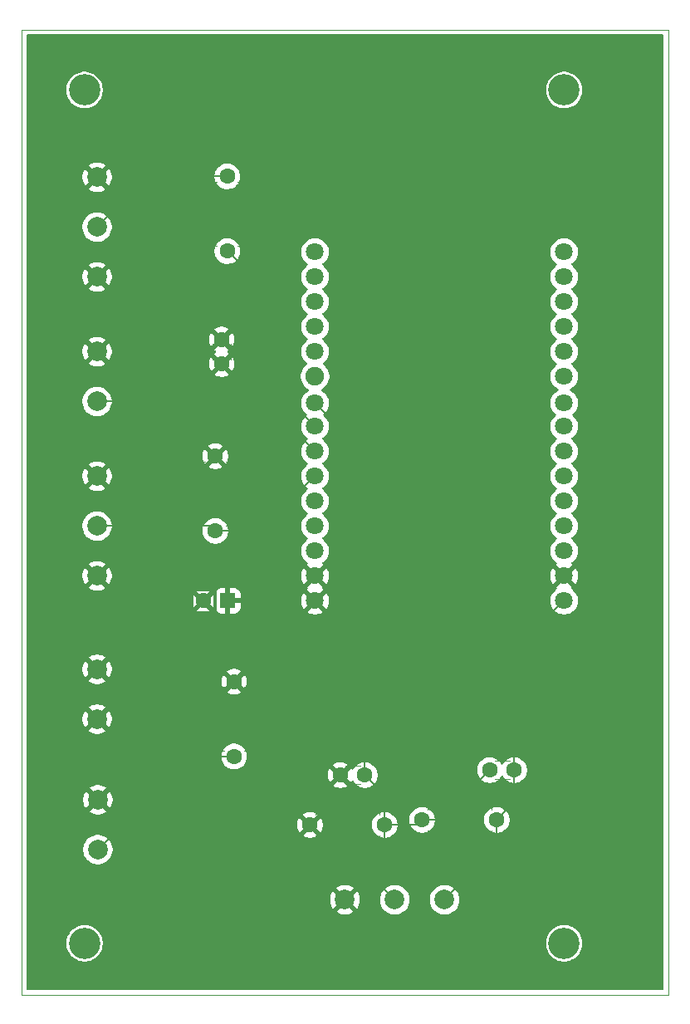
<source format=gbr>
%TF.GenerationSoftware,KiCad,Pcbnew,9.0.2*%
%TF.CreationDate,2025-07-09T12:35:09+01:00*%
%TF.ProjectId,Temperature-Controller,54656d70-6572-4617-9475-72652d436f6e,rev?*%
%TF.SameCoordinates,Original*%
%TF.FileFunction,Copper,L1,Top*%
%TF.FilePolarity,Positive*%
%FSLAX46Y46*%
G04 Gerber Fmt 4.6, Leading zero omitted, Abs format (unit mm)*
G04 Created by KiCad (PCBNEW 9.0.2) date 2025-07-09 12:35:09*
%MOMM*%
%LPD*%
G01*
G04 APERTURE LIST*
G04 Aperture macros list*
%AMRoundRect*
0 Rectangle with rounded corners*
0 $1 Rounding radius*
0 $2 $3 $4 $5 $6 $7 $8 $9 X,Y pos of 4 corners*
0 Add a 4 corners polygon primitive as box body*
4,1,4,$2,$3,$4,$5,$6,$7,$8,$9,$2,$3,0*
0 Add four circle primitives for the rounded corners*
1,1,$1+$1,$2,$3*
1,1,$1+$1,$4,$5*
1,1,$1+$1,$6,$7*
1,1,$1+$1,$8,$9*
0 Add four rect primitives between the rounded corners*
20,1,$1+$1,$2,$3,$4,$5,0*
20,1,$1+$1,$4,$5,$6,$7,0*
20,1,$1+$1,$6,$7,$8,$9,0*
20,1,$1+$1,$8,$9,$2,$3,0*%
G04 Aperture macros list end*
%TA.AperFunction,ComponentPad*%
%ADD10C,2.000000*%
%TD*%
%TA.AperFunction,ComponentPad*%
%ADD11C,1.600000*%
%TD*%
%TA.AperFunction,ComponentPad*%
%ADD12RoundRect,0.250000X0.550000X0.550000X-0.550000X0.550000X-0.550000X-0.550000X0.550000X-0.550000X0*%
%TD*%
%TA.AperFunction,ComponentPad*%
%ADD13C,1.800000*%
%TD*%
%TA.AperFunction,ComponentPad*%
%ADD14C,1.900000*%
%TD*%
%TA.AperFunction,Conductor*%
%ADD15C,0.200000*%
%TD*%
%ADD16C,2.000000*%
%ADD17C,1.600000*%
%ADD18RoundRect,0.250000X0.550000X0.550000X-0.550000X0.550000X-0.550000X-0.550000X0.550000X-0.550000X0*%
%ADD19C,1.800000*%
%ADD20C,1.900000*%
%ADD21C,3.200000*%
%ADD22C,0.150000*%
%ADD23C,0.120000*%
%TA.AperFunction,Profile*%
%ADD24C,0.050000*%
%TD*%
G04 APERTURE END LIST*
D10*
%TO.P,J2,1,Pin_1*%
%TO.N,GND*%
X168275000Y-81280000D03*
%TO.P,J2,2,Pin_2*%
%TO.N,/GPIO26*%
X168275000Y-86360000D03*
%TO.P,J2,3,Pin_3*%
%TO.N,+5V*%
X168275000Y-91440000D03*
%TD*%
D11*
%TO.P,C3,1*%
%TO.N,GND*%
X193080000Y-111760000D03*
%TO.P,C3,2*%
%TO.N,/GPIO33*%
X195580000Y-111760000D03*
%TD*%
D12*
%TO.P,C1,1*%
%TO.N,+5V*%
X181610000Y-93980000D03*
D11*
%TO.P,C1,2*%
%TO.N,GND*%
X179110000Y-93980000D03*
%TD*%
D13*
%TO.P,U1,1,EN*%
%TO.N,unconnected-(U1-EN-Pad1)*%
X190500000Y-58420000D03*
%TO.P,U1,2,Up*%
%TO.N,unconnected-(U1-Up-Pad2)*%
X190500000Y-60960000D03*
%TO.P,U1,3,UN*%
%TO.N,unconnected-(U1-UN-Pad3)*%
X190500000Y-63500000D03*
%TO.P,U1,4,GPIO34*%
%TO.N,unconnected-(U1-GPIO34-Pad4)*%
X190500000Y-66040000D03*
%TO.P,U1,5,GPIO35*%
%TO.N,unconnected-(U1-GPIO35-Pad5)*%
X190500000Y-68580000D03*
D14*
%TO.P,U1,6,GPIO32*%
%TO.N,unconnected-(U1-GPIO32-Pad6)*%
X190500000Y-71120000D03*
D13*
%TO.P,U1,7,GPIO33*%
%TO.N,/GPIO33*%
X190500000Y-73820000D03*
%TO.P,U1,8,GPIO25*%
%TO.N,/GPIO25*%
X190500000Y-76200000D03*
%TO.P,U1,9,GPIO26*%
%TO.N,/GPIO26*%
X190500000Y-81280000D03*
%TO.P,U1,10,GPIO27*%
%TO.N,/GPIO27*%
X190500000Y-78740000D03*
%TO.P,U1,11,GPIO14*%
%TO.N,unconnected-(U1-GPIO14-Pad11)*%
X190500000Y-83820000D03*
%TO.P,U1,12,GPIO12*%
%TO.N,unconnected-(U1-GPIO12-Pad12)*%
X190500000Y-86360000D03*
%TO.P,U1,13,GPIO13*%
%TO.N,unconnected-(U1-GPIO13-Pad13)*%
X190500000Y-88900000D03*
%TO.P,U1,14,GND1*%
%TO.N,GND*%
X190500000Y-91440000D03*
%TO.P,U1,15,VIN*%
%TO.N,+5V*%
X190500000Y-93980000D03*
%TO.P,U1,16,GPIO23*%
%TO.N,unconnected-(U1-GPIO23-Pad16)*%
X215900000Y-58420000D03*
%TO.P,U1,17,GPIO22*%
%TO.N,unconnected-(U1-GPIO22-Pad17)*%
X215900000Y-60960000D03*
%TO.P,U1,18,TX0*%
%TO.N,unconnected-(U1-TX0-Pad18)*%
X215900000Y-63500000D03*
%TO.P,U1,19,RX0*%
%TO.N,unconnected-(U1-RX0-Pad19)*%
X215900000Y-66040000D03*
%TO.P,U1,20,GPIO21*%
%TO.N,unconnected-(U1-GPIO21-Pad20)*%
X215900000Y-68580000D03*
%TO.P,U1,21,GPIO19*%
%TO.N,unconnected-(U1-GPIO19-Pad21)*%
X215900000Y-71120000D03*
%TO.P,U1,22,GPIO18*%
%TO.N,unconnected-(U1-GPIO18-Pad22)*%
X215900000Y-73820000D03*
%TO.P,U1,23,GPIO05*%
%TO.N,unconnected-(U1-GPIO05-Pad23)*%
X215900000Y-76200000D03*
%TO.P,U1,24,TX2*%
%TO.N,unconnected-(U1-TX2-Pad24)*%
X215900000Y-78740000D03*
%TO.P,U1,25,RX2*%
%TO.N,unconnected-(U1-RX2-Pad25)*%
X215900000Y-81280000D03*
%TO.P,U1,26,GPIO04*%
%TO.N,unconnected-(U1-GPIO04-Pad26)*%
X215900000Y-83820000D03*
%TO.P,U1,27,GPIO02*%
%TO.N,unconnected-(U1-GPIO02-Pad27)*%
X215900000Y-86360000D03*
%TO.P,U1,28,GPIO15*%
%TO.N,unconnected-(U1-GPIO15-Pad28)*%
X215900000Y-88900000D03*
%TO.P,U1,29,GND*%
%TO.N,GND*%
X215900000Y-91440000D03*
%TO.P,U1,30,+3V3*%
%TO.N,+3.3V*%
X215900000Y-93980000D03*
%TD*%
D11*
%TO.P,R2,1*%
%TO.N,Net-(J6-Pin_2)*%
X182245000Y-109855000D03*
%TO.P,R2,2*%
%TO.N,+5V*%
X182245000Y-102235000D03*
%TD*%
%TO.P,R1,1*%
%TO.N,Net-(J1-Pin_2)*%
X181550000Y-50730000D03*
%TO.P,R1,2*%
%TO.N,/GPIO25*%
X181550000Y-58350000D03*
%TD*%
%TO.P,C2,1*%
%TO.N,GND*%
X180975000Y-69850000D03*
%TO.P,C2,2*%
%TO.N,+5V*%
X180975000Y-67350000D03*
%TD*%
D10*
%TO.P,J3,1,Pin_1*%
%TO.N,GND*%
X168275000Y-68580000D03*
%TO.P,J3,2,Pin_2*%
%TO.N,/GPIO27*%
X168275000Y-73660000D03*
%TD*%
D11*
%TO.P,C5,1*%
%TO.N,/GPIO33*%
X208320000Y-111252000D03*
%TO.P,C5,2*%
%TO.N,+3.3V*%
X210820000Y-111252000D03*
%TD*%
%TO.P,R3,1*%
%TO.N,+5V*%
X180340000Y-79248000D03*
%TO.P,R3,2*%
%TO.N,/GPIO26*%
X180340000Y-86868000D03*
%TD*%
%TO.P,R4,1*%
%TO.N,/GPIO33*%
X197612000Y-116840000D03*
%TO.P,R4,2*%
%TO.N,GND*%
X189992000Y-116840000D03*
%TD*%
%TO.P,R5,1*%
%TO.N,+3.3V*%
X209042000Y-116332000D03*
%TO.P,R5,2*%
%TO.N,/GPIO33*%
X201422000Y-116332000D03*
%TD*%
D10*
%TO.P,J1,1,Pin_1*%
%TO.N,GND*%
X168275000Y-50800000D03*
%TO.P,J1,2,Pin_2*%
%TO.N,Net-(J1-Pin_2)*%
X168275000Y-55880000D03*
%TO.P,J1,3,Pin_3*%
%TO.N,+5V*%
X168275000Y-60960000D03*
%TD*%
%TO.P,J5,1,Pin_1*%
%TO.N,GND*%
X193548000Y-124460000D03*
%TO.P,J5,2,Pin_2*%
%TO.N,/GPIO33*%
X198628000Y-124460000D03*
%TO.P,J5,3,Pin_3*%
%TO.N,+3.3V*%
X203708000Y-124460000D03*
%TD*%
%TO.P,J4,1,Pin_1*%
%TO.N,GND*%
X168275000Y-100965000D03*
%TO.P,J4,2,Pin_2*%
%TO.N,+5V*%
X168275000Y-106045000D03*
%TD*%
%TO.P,J6,1,Pin_1*%
%TO.N,GND*%
X168350000Y-114270000D03*
%TO.P,J6,2,Pin_2*%
%TO.N,Net-(J6-Pin_2)*%
X168350000Y-119350000D03*
%TD*%
D15*
%TO.N,Net-(J1-Pin_2)*%
X168275000Y-55880000D02*
X173425000Y-50730000D01*
X173425000Y-50730000D02*
X181550000Y-50730000D01*
%TO.N,/GPIO26*%
X184912000Y-86868000D02*
X190500000Y-81280000D01*
X179832000Y-86360000D02*
X180340000Y-86868000D01*
X180340000Y-86868000D02*
X184912000Y-86868000D01*
X168275000Y-86360000D02*
X179832000Y-86360000D01*
%TO.N,/GPIO27*%
X168275000Y-73660000D02*
X185420000Y-73660000D01*
X185420000Y-73660000D02*
X190500000Y-78740000D01*
%TO.N,/GPIO33*%
X197612000Y-113792000D02*
X195580000Y-111760000D01*
X195580000Y-78900000D02*
X190500000Y-73820000D01*
X200914000Y-116840000D02*
X201422000Y-116332000D01*
X197612000Y-123444000D02*
X197612000Y-116840000D01*
X195580000Y-111760000D02*
X195580000Y-78900000D01*
X198628000Y-124460000D02*
X197612000Y-123444000D01*
X197612000Y-116840000D02*
X197612000Y-113792000D01*
X208320000Y-111252000D02*
X208788000Y-111252000D01*
X203240000Y-116332000D02*
X208320000Y-111252000D01*
X201422000Y-116332000D02*
X203240000Y-116332000D01*
X197612000Y-116840000D02*
X200914000Y-116840000D01*
%TO.N,Net-(J6-Pin_2)*%
X177845000Y-109855000D02*
X182245000Y-109855000D01*
X168350000Y-119350000D02*
X177845000Y-109855000D01*
%TO.N,/GPIO25*%
X185420000Y-71120000D02*
X190500000Y-76200000D01*
X185420000Y-62220000D02*
X185420000Y-71120000D01*
X181550000Y-58350000D02*
X185420000Y-62220000D01*
%TO.N,+3.3V*%
X209042000Y-116332000D02*
X210820000Y-114554000D01*
X210820000Y-111252000D02*
X210820000Y-99060000D01*
X210820000Y-114554000D02*
X210820000Y-111252000D01*
X203708000Y-124460000D02*
X209042000Y-119126000D01*
X210820000Y-99060000D02*
X215900000Y-93980000D01*
X209042000Y-119126000D02*
X209042000Y-116332000D01*
%TD*%
%TA.AperFunction,Conductor*%
%TO.N,+5V*%
G36*
X225992539Y-36270185D02*
G01*
X226038294Y-36322989D01*
X226049500Y-36374500D01*
X226049500Y-133525500D01*
X226029815Y-133592539D01*
X225977011Y-133638294D01*
X225925500Y-133649500D01*
X161174500Y-133649500D01*
X161107461Y-133629815D01*
X161061706Y-133577011D01*
X161050500Y-133525500D01*
X161050500Y-128783711D01*
X165154500Y-128783711D01*
X165154500Y-129026288D01*
X165186161Y-129266785D01*
X165248947Y-129501104D01*
X165341773Y-129725205D01*
X165341776Y-129725212D01*
X165463064Y-129935289D01*
X165463066Y-129935292D01*
X165463067Y-129935293D01*
X165610733Y-130127736D01*
X165610739Y-130127743D01*
X165782256Y-130299260D01*
X165782262Y-130299265D01*
X165974711Y-130446936D01*
X166184788Y-130568224D01*
X166408900Y-130661054D01*
X166643211Y-130723838D01*
X166823586Y-130747584D01*
X166883711Y-130755500D01*
X166883712Y-130755500D01*
X167126289Y-130755500D01*
X167174388Y-130749167D01*
X167366789Y-130723838D01*
X167601100Y-130661054D01*
X167825212Y-130568224D01*
X168035289Y-130446936D01*
X168227738Y-130299265D01*
X168399265Y-130127738D01*
X168546936Y-129935289D01*
X168668224Y-129725212D01*
X168761054Y-129501100D01*
X168823838Y-129266789D01*
X168855500Y-129026288D01*
X168855500Y-128783712D01*
X168855500Y-128783711D01*
X214049500Y-128783711D01*
X214049500Y-129026288D01*
X214081161Y-129266785D01*
X214143947Y-129501104D01*
X214236773Y-129725205D01*
X214236776Y-129725212D01*
X214358064Y-129935289D01*
X214358066Y-129935292D01*
X214358067Y-129935293D01*
X214505733Y-130127736D01*
X214505739Y-130127743D01*
X214677256Y-130299260D01*
X214677262Y-130299265D01*
X214869711Y-130446936D01*
X215079788Y-130568224D01*
X215303900Y-130661054D01*
X215538211Y-130723838D01*
X215718586Y-130747584D01*
X215778711Y-130755500D01*
X215778712Y-130755500D01*
X216021289Y-130755500D01*
X216069388Y-130749167D01*
X216261789Y-130723838D01*
X216496100Y-130661054D01*
X216720212Y-130568224D01*
X216930289Y-130446936D01*
X217122738Y-130299265D01*
X217294265Y-130127738D01*
X217441936Y-129935289D01*
X217563224Y-129725212D01*
X217656054Y-129501100D01*
X217718838Y-129266789D01*
X217750500Y-129026288D01*
X217750500Y-128783712D01*
X217718838Y-128543211D01*
X217656054Y-128308900D01*
X217563224Y-128084788D01*
X217441936Y-127874711D01*
X217294265Y-127682262D01*
X217294260Y-127682256D01*
X217122743Y-127510739D01*
X217122736Y-127510733D01*
X216930293Y-127363067D01*
X216930292Y-127363066D01*
X216930289Y-127363064D01*
X216720212Y-127241776D01*
X216720205Y-127241773D01*
X216496104Y-127148947D01*
X216261785Y-127086161D01*
X216021289Y-127054500D01*
X216021288Y-127054500D01*
X215778712Y-127054500D01*
X215778711Y-127054500D01*
X215538214Y-127086161D01*
X215303895Y-127148947D01*
X215079794Y-127241773D01*
X215079785Y-127241777D01*
X214869706Y-127363067D01*
X214677263Y-127510733D01*
X214677256Y-127510739D01*
X214505739Y-127682256D01*
X214505733Y-127682263D01*
X214358067Y-127874706D01*
X214236777Y-128084785D01*
X214236773Y-128084794D01*
X214143947Y-128308895D01*
X214081161Y-128543214D01*
X214049500Y-128783711D01*
X168855500Y-128783711D01*
X168823838Y-128543211D01*
X168761054Y-128308900D01*
X168668224Y-128084788D01*
X168546936Y-127874711D01*
X168399265Y-127682262D01*
X168399260Y-127682256D01*
X168227743Y-127510739D01*
X168227736Y-127510733D01*
X168035293Y-127363067D01*
X168035292Y-127363066D01*
X168035289Y-127363064D01*
X167825212Y-127241776D01*
X167825205Y-127241773D01*
X167601104Y-127148947D01*
X167366785Y-127086161D01*
X167126289Y-127054500D01*
X167126288Y-127054500D01*
X166883712Y-127054500D01*
X166883711Y-127054500D01*
X166643214Y-127086161D01*
X166408895Y-127148947D01*
X166184794Y-127241773D01*
X166184785Y-127241777D01*
X165974706Y-127363067D01*
X165782263Y-127510733D01*
X165782256Y-127510739D01*
X165610739Y-127682256D01*
X165610733Y-127682263D01*
X165463067Y-127874706D01*
X165341777Y-128084785D01*
X165341773Y-128084794D01*
X165248947Y-128308895D01*
X165186161Y-128543214D01*
X165154500Y-128783711D01*
X161050500Y-128783711D01*
X161050500Y-124341902D01*
X192047500Y-124341902D01*
X192047500Y-124578097D01*
X192084446Y-124811368D01*
X192157433Y-125035996D01*
X192264657Y-125246433D01*
X192403483Y-125437510D01*
X192570490Y-125604517D01*
X192761567Y-125743343D01*
X192860991Y-125794002D01*
X192972003Y-125850566D01*
X192972005Y-125850566D01*
X192972008Y-125850568D01*
X193092412Y-125889689D01*
X193196631Y-125923553D01*
X193429903Y-125960500D01*
X193429908Y-125960500D01*
X193666097Y-125960500D01*
X193899368Y-125923553D01*
X194123992Y-125850568D01*
X194334433Y-125743343D01*
X194525510Y-125604517D01*
X194692517Y-125437510D01*
X194831343Y-125246433D01*
X194938568Y-125035992D01*
X195011553Y-124811368D01*
X195048500Y-124578097D01*
X195048500Y-124341902D01*
X195011553Y-124108631D01*
X194947068Y-123910168D01*
X194938568Y-123884008D01*
X194938566Y-123884005D01*
X194938566Y-123884003D01*
X194831342Y-123673566D01*
X194692517Y-123482490D01*
X194525510Y-123315483D01*
X194334433Y-123176657D01*
X194123996Y-123069433D01*
X193899368Y-122996446D01*
X193666097Y-122959500D01*
X193666092Y-122959500D01*
X193429908Y-122959500D01*
X193429903Y-122959500D01*
X193196631Y-122996446D01*
X192972003Y-123069433D01*
X192761566Y-123176657D01*
X192652550Y-123255862D01*
X192570490Y-123315483D01*
X192570488Y-123315485D01*
X192570487Y-123315485D01*
X192403485Y-123482487D01*
X192403485Y-123482488D01*
X192403483Y-123482490D01*
X192343862Y-123564550D01*
X192264657Y-123673566D01*
X192157433Y-123884003D01*
X192084446Y-124108631D01*
X192047500Y-124341902D01*
X161050500Y-124341902D01*
X161050500Y-119231902D01*
X166849500Y-119231902D01*
X166849500Y-119468097D01*
X166886446Y-119701368D01*
X166959433Y-119925996D01*
X167066657Y-120136433D01*
X167205483Y-120327510D01*
X167372490Y-120494517D01*
X167563567Y-120633343D01*
X167662991Y-120684002D01*
X167774003Y-120740566D01*
X167774005Y-120740566D01*
X167774008Y-120740568D01*
X167894412Y-120779689D01*
X167998631Y-120813553D01*
X168231903Y-120850500D01*
X168231908Y-120850500D01*
X168468097Y-120850500D01*
X168701368Y-120813553D01*
X168925992Y-120740568D01*
X169136433Y-120633343D01*
X169327510Y-120494517D01*
X169494517Y-120327510D01*
X169633343Y-120136433D01*
X169740568Y-119925992D01*
X169813553Y-119701368D01*
X169828575Y-119606521D01*
X169850500Y-119468097D01*
X169850500Y-119231902D01*
X169825868Y-119076390D01*
X169813553Y-118998632D01*
X169772547Y-118872433D01*
X169770553Y-118802593D01*
X169802796Y-118746437D01*
X171811586Y-116737648D01*
X188691500Y-116737648D01*
X188691500Y-116942351D01*
X188723522Y-117144534D01*
X188786781Y-117339223D01*
X188847001Y-117457409D01*
X188868237Y-117499088D01*
X188879715Y-117521613D01*
X189000028Y-117687213D01*
X189144786Y-117831971D01*
X189280657Y-117930685D01*
X189310390Y-117952287D01*
X189391499Y-117993614D01*
X189492776Y-118045218D01*
X189492778Y-118045218D01*
X189492781Y-118045220D01*
X189567818Y-118069601D01*
X189687465Y-118108477D01*
X189788557Y-118124488D01*
X189889648Y-118140500D01*
X189889649Y-118140500D01*
X190094351Y-118140500D01*
X190094352Y-118140500D01*
X190296534Y-118108477D01*
X190491219Y-118045220D01*
X190673610Y-117952287D01*
X190766590Y-117884732D01*
X190839213Y-117831971D01*
X190839215Y-117831968D01*
X190839219Y-117831966D01*
X190983966Y-117687219D01*
X190983968Y-117687215D01*
X190983971Y-117687213D01*
X191075232Y-117561601D01*
X191104287Y-117521610D01*
X191197220Y-117339219D01*
X191260477Y-117144534D01*
X191292500Y-116942352D01*
X191292500Y-116737648D01*
X191286650Y-116700713D01*
X191260477Y-116535465D01*
X191197218Y-116340776D01*
X191163503Y-116274607D01*
X191104287Y-116158390D01*
X191087219Y-116134898D01*
X190983971Y-115992786D01*
X190839213Y-115848028D01*
X190673613Y-115727715D01*
X190673612Y-115727714D01*
X190673610Y-115727713D01*
X190616653Y-115698691D01*
X190491223Y-115634781D01*
X190296534Y-115571522D01*
X190121995Y-115543878D01*
X190094352Y-115539500D01*
X189889648Y-115539500D01*
X189865329Y-115543351D01*
X189687465Y-115571522D01*
X189492776Y-115634781D01*
X189310386Y-115727715D01*
X189144786Y-115848028D01*
X189000028Y-115992786D01*
X188879715Y-116158386D01*
X188786781Y-116340776D01*
X188723522Y-116535465D01*
X188691500Y-116737648D01*
X171811586Y-116737648D01*
X178057417Y-110491819D01*
X178118740Y-110458334D01*
X178145098Y-110455500D01*
X181015398Y-110455500D01*
X181082437Y-110475185D01*
X181125883Y-110523205D01*
X181132715Y-110536614D01*
X181253028Y-110702213D01*
X181397786Y-110846971D01*
X181552749Y-110959556D01*
X181563390Y-110967287D01*
X181679607Y-111026503D01*
X181745776Y-111060218D01*
X181745778Y-111060218D01*
X181745781Y-111060220D01*
X181801703Y-111078390D01*
X181940465Y-111123477D01*
X181993191Y-111131828D01*
X182142648Y-111155500D01*
X182142649Y-111155500D01*
X182347351Y-111155500D01*
X182347352Y-111155500D01*
X182549534Y-111123477D01*
X182744219Y-111060220D01*
X182926610Y-110967287D01*
X183032163Y-110890599D01*
X183092213Y-110846971D01*
X183092215Y-110846968D01*
X183092219Y-110846966D01*
X183236966Y-110702219D01*
X183236968Y-110702215D01*
X183236971Y-110702213D01*
X183306593Y-110606385D01*
X183357287Y-110536610D01*
X183450220Y-110354219D01*
X183513477Y-110159534D01*
X183545500Y-109957352D01*
X183545500Y-109752648D01*
X183513477Y-109550466D01*
X183450220Y-109355781D01*
X183450218Y-109355778D01*
X183450218Y-109355776D01*
X183416503Y-109289607D01*
X183357287Y-109173390D01*
X183349556Y-109162749D01*
X183236971Y-109007786D01*
X183092213Y-108863028D01*
X182926613Y-108742715D01*
X182926612Y-108742714D01*
X182926610Y-108742713D01*
X182869653Y-108713691D01*
X182744223Y-108649781D01*
X182549534Y-108586522D01*
X182374995Y-108558878D01*
X182347352Y-108554500D01*
X182142648Y-108554500D01*
X182118329Y-108558351D01*
X181940465Y-108586522D01*
X181745776Y-108649781D01*
X181563386Y-108742715D01*
X181397786Y-108863028D01*
X181253028Y-109007786D01*
X181132715Y-109173385D01*
X181125883Y-109186795D01*
X181077909Y-109237591D01*
X181015398Y-109254500D01*
X177931670Y-109254500D01*
X177931654Y-109254499D01*
X177924058Y-109254499D01*
X177765943Y-109254499D01*
X177689579Y-109274961D01*
X177613214Y-109295423D01*
X177613209Y-109295426D01*
X177476290Y-109374475D01*
X177476282Y-109374481D01*
X168953563Y-117897200D01*
X168892240Y-117930685D01*
X168827564Y-117927450D01*
X168701370Y-117886447D01*
X168468097Y-117849500D01*
X168468092Y-117849500D01*
X168231908Y-117849500D01*
X168231903Y-117849500D01*
X167998631Y-117886446D01*
X167774003Y-117959433D01*
X167563566Y-118066657D01*
X167461931Y-118140500D01*
X167372490Y-118205483D01*
X167372488Y-118205485D01*
X167372487Y-118205485D01*
X167205485Y-118372487D01*
X167205485Y-118372488D01*
X167205483Y-118372490D01*
X167145862Y-118454550D01*
X167066657Y-118563566D01*
X166959433Y-118774003D01*
X166886446Y-118998631D01*
X166849500Y-119231902D01*
X161050500Y-119231902D01*
X161050500Y-114151902D01*
X166849500Y-114151902D01*
X166849500Y-114388097D01*
X166886446Y-114621368D01*
X166959433Y-114845996D01*
X166998525Y-114922717D01*
X167066657Y-115056433D01*
X167205483Y-115247510D01*
X167372490Y-115414517D01*
X167563567Y-115553343D01*
X167662991Y-115604002D01*
X167774003Y-115660566D01*
X167774005Y-115660566D01*
X167774008Y-115660568D01*
X167880536Y-115695181D01*
X167998631Y-115733553D01*
X168231903Y-115770500D01*
X168231908Y-115770500D01*
X168468097Y-115770500D01*
X168701368Y-115733553D01*
X168707686Y-115731500D01*
X168925992Y-115660568D01*
X169136433Y-115553343D01*
X169327510Y-115414517D01*
X169494517Y-115247510D01*
X169633343Y-115056433D01*
X169740568Y-114845992D01*
X169813553Y-114621368D01*
X169850500Y-114388097D01*
X169850500Y-114151902D01*
X169813553Y-113918631D01*
X169740566Y-113694003D01*
X169672396Y-113560213D01*
X169633343Y-113483567D01*
X169494517Y-113292490D01*
X169327510Y-113125483D01*
X169136433Y-112986657D01*
X169094357Y-112965218D01*
X168925996Y-112879433D01*
X168701368Y-112806446D01*
X168468097Y-112769500D01*
X168468092Y-112769500D01*
X168231908Y-112769500D01*
X168231903Y-112769500D01*
X167998631Y-112806446D01*
X167774003Y-112879433D01*
X167563566Y-112986657D01*
X167461931Y-113060500D01*
X167372490Y-113125483D01*
X167372488Y-113125485D01*
X167372487Y-113125485D01*
X167205485Y-113292487D01*
X167205485Y-113292488D01*
X167205483Y-113292490D01*
X167191686Y-113311480D01*
X167066657Y-113483566D01*
X166959433Y-113694003D01*
X166886446Y-113918631D01*
X166849500Y-114151902D01*
X161050500Y-114151902D01*
X161050500Y-105926947D01*
X166775000Y-105926947D01*
X166775000Y-106163052D01*
X166811934Y-106396247D01*
X166884897Y-106620802D01*
X166992087Y-106831174D01*
X167052338Y-106914104D01*
X167052340Y-106914105D01*
X167792037Y-106174408D01*
X167809075Y-106237993D01*
X167874901Y-106352007D01*
X167967993Y-106445099D01*
X168082007Y-106510925D01*
X168145590Y-106527962D01*
X167405893Y-107267658D01*
X167488828Y-107327914D01*
X167699197Y-107435102D01*
X167923752Y-107508065D01*
X167923751Y-107508065D01*
X168156948Y-107545000D01*
X168393052Y-107545000D01*
X168626247Y-107508065D01*
X168850802Y-107435102D01*
X169061163Y-107327918D01*
X169061169Y-107327914D01*
X169144104Y-107267658D01*
X169144105Y-107267658D01*
X168404408Y-106527962D01*
X168467993Y-106510925D01*
X168582007Y-106445099D01*
X168675099Y-106352007D01*
X168740925Y-106237993D01*
X168757962Y-106174408D01*
X169497658Y-106914105D01*
X169497658Y-106914104D01*
X169557914Y-106831169D01*
X169557918Y-106831163D01*
X169665102Y-106620802D01*
X169738065Y-106396247D01*
X169775000Y-106163052D01*
X169775000Y-105926947D01*
X169738065Y-105693752D01*
X169665102Y-105469197D01*
X169557914Y-105258828D01*
X169497658Y-105175894D01*
X169497658Y-105175893D01*
X168757962Y-105915590D01*
X168740925Y-105852007D01*
X168675099Y-105737993D01*
X168582007Y-105644901D01*
X168467993Y-105579075D01*
X168404409Y-105562037D01*
X169144105Y-104822340D01*
X169144104Y-104822338D01*
X169061174Y-104762087D01*
X168850802Y-104654897D01*
X168626247Y-104581934D01*
X168626248Y-104581934D01*
X168393052Y-104545000D01*
X168156948Y-104545000D01*
X167923752Y-104581934D01*
X167699197Y-104654897D01*
X167488830Y-104762084D01*
X167405894Y-104822340D01*
X168145591Y-105562037D01*
X168082007Y-105579075D01*
X167967993Y-105644901D01*
X167874901Y-105737993D01*
X167809075Y-105852007D01*
X167792037Y-105915591D01*
X167052340Y-105175894D01*
X166992084Y-105258830D01*
X166884897Y-105469197D01*
X166811934Y-105693752D01*
X166775000Y-105926947D01*
X161050500Y-105926947D01*
X161050500Y-100846902D01*
X166774500Y-100846902D01*
X166774500Y-101083097D01*
X166811446Y-101316368D01*
X166884433Y-101540996D01*
X166983777Y-101735968D01*
X166991657Y-101751433D01*
X167130483Y-101942510D01*
X167297490Y-102109517D01*
X167488567Y-102248343D01*
X167565733Y-102287661D01*
X167699003Y-102355566D01*
X167699005Y-102355566D01*
X167699008Y-102355568D01*
X167819412Y-102394689D01*
X167923631Y-102428553D01*
X168156903Y-102465500D01*
X168156908Y-102465500D01*
X168393097Y-102465500D01*
X168626368Y-102428553D01*
X168850992Y-102355568D01*
X169061433Y-102248343D01*
X169220626Y-102132682D01*
X180945000Y-102132682D01*
X180945000Y-102337317D01*
X180977009Y-102539417D01*
X181040244Y-102734031D01*
X181133141Y-102916350D01*
X181133147Y-102916359D01*
X181165523Y-102960921D01*
X181165524Y-102960922D01*
X181845000Y-102281446D01*
X181845000Y-102287661D01*
X181872259Y-102389394D01*
X181924920Y-102480606D01*
X181999394Y-102555080D01*
X182090606Y-102607741D01*
X182192339Y-102635000D01*
X182198553Y-102635000D01*
X181519076Y-103314474D01*
X181563650Y-103346859D01*
X181745968Y-103439755D01*
X181940582Y-103502990D01*
X182142683Y-103535000D01*
X182347317Y-103535000D01*
X182549417Y-103502990D01*
X182744031Y-103439755D01*
X182926349Y-103346859D01*
X182970921Y-103314474D01*
X182291447Y-102635000D01*
X182297661Y-102635000D01*
X182399394Y-102607741D01*
X182490606Y-102555080D01*
X182565080Y-102480606D01*
X182617741Y-102389394D01*
X182645000Y-102287661D01*
X182645000Y-102281448D01*
X183324474Y-102960922D01*
X183324474Y-102960921D01*
X183356859Y-102916349D01*
X183449755Y-102734031D01*
X183512990Y-102539417D01*
X183545000Y-102337317D01*
X183545000Y-102132682D01*
X183512990Y-101930582D01*
X183449755Y-101735968D01*
X183356859Y-101553650D01*
X183324474Y-101509077D01*
X183324474Y-101509076D01*
X182645000Y-102188551D01*
X182645000Y-102182339D01*
X182617741Y-102080606D01*
X182565080Y-101989394D01*
X182490606Y-101914920D01*
X182399394Y-101862259D01*
X182297661Y-101835000D01*
X182291446Y-101835000D01*
X182970922Y-101155524D01*
X182970921Y-101155523D01*
X182926359Y-101123147D01*
X182926350Y-101123141D01*
X182744031Y-101030244D01*
X182549417Y-100967009D01*
X182347317Y-100935000D01*
X182142683Y-100935000D01*
X181940582Y-100967009D01*
X181745968Y-101030244D01*
X181563644Y-101123143D01*
X181519077Y-101155523D01*
X181519077Y-101155524D01*
X182198554Y-101835000D01*
X182192339Y-101835000D01*
X182090606Y-101862259D01*
X181999394Y-101914920D01*
X181924920Y-101989394D01*
X181872259Y-102080606D01*
X181845000Y-102182339D01*
X181845000Y-102188553D01*
X181165524Y-101509077D01*
X181165523Y-101509077D01*
X181133143Y-101553644D01*
X181040244Y-101735968D01*
X180977009Y-101930582D01*
X180945000Y-102132682D01*
X169220626Y-102132682D01*
X169252510Y-102109517D01*
X169419517Y-101942510D01*
X169558343Y-101751433D01*
X169665568Y-101540992D01*
X169738553Y-101316368D01*
X169759616Y-101183385D01*
X169775500Y-101083097D01*
X169775500Y-100846902D01*
X169738553Y-100613631D01*
X169665566Y-100389003D01*
X169558342Y-100178566D01*
X169419517Y-99987490D01*
X169252510Y-99820483D01*
X169061433Y-99681657D01*
X168850996Y-99574433D01*
X168626368Y-99501446D01*
X168393097Y-99464500D01*
X168393092Y-99464500D01*
X168156908Y-99464500D01*
X168156903Y-99464500D01*
X167923631Y-99501446D01*
X167699003Y-99574433D01*
X167488566Y-99681657D01*
X167379550Y-99760862D01*
X167297490Y-99820483D01*
X167297488Y-99820485D01*
X167297487Y-99820485D01*
X167130485Y-99987487D01*
X167130485Y-99987488D01*
X167130483Y-99987490D01*
X167070862Y-100069550D01*
X166991657Y-100178566D01*
X166884433Y-100389003D01*
X166811446Y-100613631D01*
X166774500Y-100846902D01*
X161050500Y-100846902D01*
X161050500Y-93877648D01*
X177809500Y-93877648D01*
X177809500Y-94082351D01*
X177841522Y-94284534D01*
X177904781Y-94479223D01*
X177997715Y-94661613D01*
X178118028Y-94827213D01*
X178262786Y-94971971D01*
X178417749Y-95084556D01*
X178428390Y-95092287D01*
X178544607Y-95151503D01*
X178610776Y-95185218D01*
X178610778Y-95185218D01*
X178610781Y-95185220D01*
X178700459Y-95214358D01*
X178805465Y-95248477D01*
X178906557Y-95264488D01*
X179007648Y-95280500D01*
X179007649Y-95280500D01*
X179212351Y-95280500D01*
X179212352Y-95280500D01*
X179414534Y-95248477D01*
X179609219Y-95185220D01*
X179791610Y-95092287D01*
X179884590Y-95024732D01*
X179957213Y-94971971D01*
X179957215Y-94971968D01*
X179957219Y-94971966D01*
X180101966Y-94827219D01*
X180142911Y-94770861D01*
X180198240Y-94728196D01*
X180267853Y-94722215D01*
X180329649Y-94754820D01*
X180360936Y-94804741D01*
X180375642Y-94849121D01*
X180375643Y-94849124D01*
X180467684Y-94998345D01*
X180591654Y-95122315D01*
X180740875Y-95214356D01*
X180740880Y-95214358D01*
X180907302Y-95269505D01*
X180907309Y-95269506D01*
X181010019Y-95279999D01*
X181359999Y-95279999D01*
X181360000Y-95279998D01*
X181360000Y-94295686D01*
X181364394Y-94300080D01*
X181455606Y-94352741D01*
X181557339Y-94380000D01*
X181662661Y-94380000D01*
X181764394Y-94352741D01*
X181855606Y-94300080D01*
X181860000Y-94295686D01*
X181860000Y-95279999D01*
X182209972Y-95279999D01*
X182209986Y-95279998D01*
X182312697Y-95269505D01*
X182479119Y-95214358D01*
X182479124Y-95214356D01*
X182628345Y-95122315D01*
X182752315Y-94998345D01*
X182844356Y-94849124D01*
X182844358Y-94849119D01*
X182899505Y-94682697D01*
X182899506Y-94682690D01*
X182909999Y-94579986D01*
X182910000Y-94579973D01*
X182910000Y-94230000D01*
X181925686Y-94230000D01*
X181930080Y-94225606D01*
X181982741Y-94134394D01*
X182010000Y-94032661D01*
X182010000Y-93927339D01*
X181982741Y-93825606D01*
X181930080Y-93734394D01*
X181925686Y-93730000D01*
X182909999Y-93730000D01*
X182909999Y-93380028D01*
X182909998Y-93380013D01*
X182899505Y-93277302D01*
X182844358Y-93110880D01*
X182844356Y-93110875D01*
X182752315Y-92961654D01*
X182628345Y-92837684D01*
X182479124Y-92745643D01*
X182479119Y-92745641D01*
X182312697Y-92690494D01*
X182312690Y-92690493D01*
X182209986Y-92680000D01*
X181860000Y-92680000D01*
X181860000Y-93664314D01*
X181855606Y-93659920D01*
X181764394Y-93607259D01*
X181662661Y-93580000D01*
X181557339Y-93580000D01*
X181455606Y-93607259D01*
X181364394Y-93659920D01*
X181360000Y-93664314D01*
X181360000Y-92680000D01*
X181010028Y-92680000D01*
X181010012Y-92680001D01*
X180907302Y-92690494D01*
X180740880Y-92745641D01*
X180740875Y-92745643D01*
X180591654Y-92837684D01*
X180467684Y-92961654D01*
X180375643Y-93110875D01*
X180375638Y-93110886D01*
X180360935Y-93155258D01*
X180321162Y-93212703D01*
X180256646Y-93239525D01*
X180187870Y-93227209D01*
X180142911Y-93189138D01*
X180138077Y-93182485D01*
X180101966Y-93132781D01*
X179957219Y-92988034D01*
X179957213Y-92988028D01*
X179791613Y-92867715D01*
X179791612Y-92867714D01*
X179791610Y-92867713D01*
X179732675Y-92837684D01*
X179609223Y-92774781D01*
X179414534Y-92711522D01*
X179239995Y-92683878D01*
X179212352Y-92679500D01*
X179007648Y-92679500D01*
X178983329Y-92683351D01*
X178805465Y-92711522D01*
X178610776Y-92774781D01*
X178428386Y-92867715D01*
X178262786Y-92988028D01*
X178118028Y-93132786D01*
X177997715Y-93298386D01*
X177904781Y-93480776D01*
X177841522Y-93675465D01*
X177809500Y-93877648D01*
X161050500Y-93877648D01*
X161050500Y-91321947D01*
X166775000Y-91321947D01*
X166775000Y-91558052D01*
X166811934Y-91791247D01*
X166884897Y-92015802D01*
X166992087Y-92226174D01*
X167052338Y-92309104D01*
X167052340Y-92309105D01*
X167792037Y-91569408D01*
X167809075Y-91632993D01*
X167874901Y-91747007D01*
X167967993Y-91840099D01*
X168082007Y-91905925D01*
X168145590Y-91922962D01*
X167405893Y-92662658D01*
X167488828Y-92722914D01*
X167699197Y-92830102D01*
X167923752Y-92903065D01*
X167923751Y-92903065D01*
X168156948Y-92940000D01*
X168393052Y-92940000D01*
X168626247Y-92903065D01*
X168850802Y-92830102D01*
X169061163Y-92722918D01*
X169061169Y-92722914D01*
X169144104Y-92662658D01*
X169144105Y-92662658D01*
X168404408Y-91922962D01*
X168467993Y-91905925D01*
X168582007Y-91840099D01*
X168675099Y-91747007D01*
X168740925Y-91632993D01*
X168757962Y-91569408D01*
X169497658Y-92309105D01*
X169497658Y-92309104D01*
X169557914Y-92226169D01*
X169557918Y-92226163D01*
X169665102Y-92015802D01*
X169738065Y-91791247D01*
X169775000Y-91558052D01*
X169775000Y-91321947D01*
X169738065Y-91088752D01*
X169665102Y-90864197D01*
X169557914Y-90653828D01*
X169497658Y-90570894D01*
X169497658Y-90570893D01*
X168757962Y-91310590D01*
X168740925Y-91247007D01*
X168675099Y-91132993D01*
X168582007Y-91039901D01*
X168467993Y-90974075D01*
X168404409Y-90957037D01*
X169144105Y-90217340D01*
X169144104Y-90217338D01*
X169061174Y-90157087D01*
X168850802Y-90049897D01*
X168626247Y-89976934D01*
X168626248Y-89976934D01*
X168393052Y-89940000D01*
X168156948Y-89940000D01*
X167923752Y-89976934D01*
X167699197Y-90049897D01*
X167488830Y-90157084D01*
X167405894Y-90217340D01*
X168145591Y-90957037D01*
X168082007Y-90974075D01*
X167967993Y-91039901D01*
X167874901Y-91132993D01*
X167809075Y-91247007D01*
X167792037Y-91310591D01*
X167052340Y-90570894D01*
X166992084Y-90653830D01*
X166884897Y-90864197D01*
X166811934Y-91088752D01*
X166775000Y-91321947D01*
X161050500Y-91321947D01*
X161050500Y-81161902D01*
X166774500Y-81161902D01*
X166774500Y-81398097D01*
X166811446Y-81631368D01*
X166884433Y-81855996D01*
X166964952Y-82014022D01*
X166991657Y-82066433D01*
X167130483Y-82257510D01*
X167297490Y-82424517D01*
X167488567Y-82563343D01*
X167550676Y-82594989D01*
X167699003Y-82670566D01*
X167699005Y-82670566D01*
X167699008Y-82670568D01*
X167819412Y-82709689D01*
X167923631Y-82743553D01*
X168156903Y-82780500D01*
X168156908Y-82780500D01*
X168393097Y-82780500D01*
X168626368Y-82743553D01*
X168850992Y-82670568D01*
X169061433Y-82563343D01*
X169252510Y-82424517D01*
X169419517Y-82257510D01*
X169558343Y-82066433D01*
X169665568Y-81855992D01*
X169738553Y-81631368D01*
X169742262Y-81607951D01*
X169775500Y-81398097D01*
X169775500Y-81161902D01*
X169738553Y-80928631D01*
X169665566Y-80704003D01*
X169586078Y-80548000D01*
X169558343Y-80493567D01*
X169419517Y-80302490D01*
X169252510Y-80135483D01*
X169061433Y-79996657D01*
X169016813Y-79973922D01*
X168850996Y-79889433D01*
X168626368Y-79816446D01*
X168393097Y-79779500D01*
X168393092Y-79779500D01*
X168156908Y-79779500D01*
X168156903Y-79779500D01*
X167923631Y-79816446D01*
X167699003Y-79889433D01*
X167488566Y-79996657D01*
X167408280Y-80054989D01*
X167297490Y-80135483D01*
X167297488Y-80135485D01*
X167297487Y-80135485D01*
X167130485Y-80302487D01*
X167130485Y-80302488D01*
X167130483Y-80302490D01*
X167112331Y-80327474D01*
X166991657Y-80493566D01*
X166884433Y-80704003D01*
X166811446Y-80928631D01*
X166774500Y-81161902D01*
X161050500Y-81161902D01*
X161050500Y-79145682D01*
X179040000Y-79145682D01*
X179040000Y-79350317D01*
X179072009Y-79552417D01*
X179135244Y-79747031D01*
X179228141Y-79929350D01*
X179228147Y-79929359D01*
X179260523Y-79973921D01*
X179260524Y-79973922D01*
X179940000Y-79294446D01*
X179940000Y-79300661D01*
X179967259Y-79402394D01*
X180019920Y-79493606D01*
X180094394Y-79568080D01*
X180185606Y-79620741D01*
X180287339Y-79648000D01*
X180293553Y-79648000D01*
X179614076Y-80327474D01*
X179658650Y-80359859D01*
X179840968Y-80452755D01*
X180035582Y-80515990D01*
X180237683Y-80548000D01*
X180442317Y-80548000D01*
X180644417Y-80515990D01*
X180839031Y-80452755D01*
X181021349Y-80359859D01*
X181065921Y-80327474D01*
X180386447Y-79648000D01*
X180392661Y-79648000D01*
X180494394Y-79620741D01*
X180585606Y-79568080D01*
X180660080Y-79493606D01*
X180712741Y-79402394D01*
X180740000Y-79300661D01*
X180740000Y-79294447D01*
X181419474Y-79973921D01*
X181451859Y-79929349D01*
X181544755Y-79747031D01*
X181607990Y-79552417D01*
X181640000Y-79350317D01*
X181640000Y-79145682D01*
X181607990Y-78943582D01*
X181544755Y-78748968D01*
X181451859Y-78566650D01*
X181419474Y-78522077D01*
X181419474Y-78522076D01*
X180740000Y-79201551D01*
X180740000Y-79195339D01*
X180712741Y-79093606D01*
X180660080Y-79002394D01*
X180585606Y-78927920D01*
X180494394Y-78875259D01*
X180392661Y-78848000D01*
X180386446Y-78848000D01*
X181065922Y-78168524D01*
X181065921Y-78168523D01*
X181021359Y-78136147D01*
X181021350Y-78136141D01*
X180839031Y-78043244D01*
X180644417Y-77980009D01*
X180442317Y-77948000D01*
X180237683Y-77948000D01*
X180035582Y-77980009D01*
X179840968Y-78043244D01*
X179658644Y-78136143D01*
X179614077Y-78168523D01*
X179614077Y-78168524D01*
X180293554Y-78848000D01*
X180287339Y-78848000D01*
X180185606Y-78875259D01*
X180094394Y-78927920D01*
X180019920Y-79002394D01*
X179967259Y-79093606D01*
X179940000Y-79195339D01*
X179940000Y-79201553D01*
X179260524Y-78522077D01*
X179260523Y-78522077D01*
X179228143Y-78566644D01*
X179135244Y-78748968D01*
X179072009Y-78943582D01*
X179040000Y-79145682D01*
X161050500Y-79145682D01*
X161050500Y-73541902D01*
X166774500Y-73541902D01*
X166774500Y-73778097D01*
X166811446Y-74011368D01*
X166884433Y-74235996D01*
X166946397Y-74357606D01*
X166991657Y-74446433D01*
X167130483Y-74637510D01*
X167297490Y-74804517D01*
X167488567Y-74943343D01*
X167587991Y-74994002D01*
X167699003Y-75050566D01*
X167699005Y-75050566D01*
X167699008Y-75050568D01*
X167819412Y-75089689D01*
X167923631Y-75123553D01*
X168156903Y-75160500D01*
X168156908Y-75160500D01*
X168393097Y-75160500D01*
X168626368Y-75123553D01*
X168709871Y-75096421D01*
X168850992Y-75050568D01*
X169061433Y-74943343D01*
X169252510Y-74804517D01*
X169419517Y-74637510D01*
X169558343Y-74446433D01*
X169618583Y-74328204D01*
X169666558Y-74277409D01*
X169729068Y-74260500D01*
X185119903Y-74260500D01*
X185186942Y-74280185D01*
X185207584Y-74296819D01*
X189126561Y-78215796D01*
X189160046Y-78277119D01*
X189156811Y-78341794D01*
X189133985Y-78412045D01*
X189101351Y-78618092D01*
X189099500Y-78629778D01*
X189099500Y-78850222D01*
X189111806Y-78927920D01*
X189133985Y-79067952D01*
X189202103Y-79277603D01*
X189202104Y-79277606D01*
X189302187Y-79474025D01*
X189431752Y-79652358D01*
X189431756Y-79652363D01*
X189587636Y-79808243D01*
X189587641Y-79808247D01*
X189727254Y-79909682D01*
X189769920Y-79965012D01*
X189775899Y-80034625D01*
X189743293Y-80096420D01*
X189727254Y-80110318D01*
X189587641Y-80211752D01*
X189587636Y-80211756D01*
X189431756Y-80367636D01*
X189431752Y-80367641D01*
X189302187Y-80545974D01*
X189202104Y-80742393D01*
X189202103Y-80742396D01*
X189133985Y-80952047D01*
X189133985Y-80952049D01*
X189099500Y-81169778D01*
X189099500Y-81390222D01*
X189100747Y-81398097D01*
X189133985Y-81607952D01*
X189156811Y-81678203D01*
X189158806Y-81748044D01*
X189126561Y-81804202D01*
X184699584Y-86231181D01*
X184638261Y-86264666D01*
X184611903Y-86267500D01*
X181569602Y-86267500D01*
X181502563Y-86247815D01*
X181459117Y-86199795D01*
X181452284Y-86186385D01*
X181331971Y-86020786D01*
X181187213Y-85876028D01*
X181021613Y-85755715D01*
X181021612Y-85755714D01*
X181021610Y-85755713D01*
X180964653Y-85726691D01*
X180839223Y-85662781D01*
X180644534Y-85599522D01*
X180469995Y-85571878D01*
X180442352Y-85567500D01*
X180237648Y-85567500D01*
X180213329Y-85571351D01*
X180035465Y-85599522D01*
X179840776Y-85662781D01*
X179709975Y-85729428D01*
X179677481Y-85745985D01*
X179621188Y-85759500D01*
X169729068Y-85759500D01*
X169662029Y-85739815D01*
X169618583Y-85691795D01*
X169603799Y-85662780D01*
X169558343Y-85573567D01*
X169419517Y-85382490D01*
X169252510Y-85215483D01*
X169061433Y-85076657D01*
X169039291Y-85065375D01*
X168850996Y-84969433D01*
X168626368Y-84896446D01*
X168393097Y-84859500D01*
X168393092Y-84859500D01*
X168156908Y-84859500D01*
X168156903Y-84859500D01*
X167923631Y-84896446D01*
X167699003Y-84969433D01*
X167488566Y-85076657D01*
X167408280Y-85134989D01*
X167297490Y-85215483D01*
X167297488Y-85215485D01*
X167297487Y-85215485D01*
X167130485Y-85382487D01*
X167130485Y-85382488D01*
X167130483Y-85382490D01*
X167083152Y-85447635D01*
X166991657Y-85573566D01*
X166884433Y-85784003D01*
X166811446Y-86008631D01*
X166774500Y-86241902D01*
X166774500Y-86478097D01*
X166811446Y-86711368D01*
X166884433Y-86935996D01*
X166964952Y-87094022D01*
X166991657Y-87146433D01*
X167130483Y-87337510D01*
X167297490Y-87504517D01*
X167488567Y-87643343D01*
X167550676Y-87674989D01*
X167699003Y-87750566D01*
X167699005Y-87750566D01*
X167699008Y-87750568D01*
X167819412Y-87789689D01*
X167923631Y-87823553D01*
X168156903Y-87860500D01*
X168156908Y-87860500D01*
X168393097Y-87860500D01*
X168626368Y-87823553D01*
X168850992Y-87750568D01*
X169061433Y-87643343D01*
X169252510Y-87504517D01*
X169419517Y-87337510D01*
X169558343Y-87146433D01*
X169618583Y-87028204D01*
X169666558Y-86977409D01*
X169729068Y-86960500D01*
X178932034Y-86960500D01*
X178999073Y-86980185D01*
X179044828Y-87032989D01*
X179054507Y-87065102D01*
X179071522Y-87172534D01*
X179134781Y-87367223D01*
X179165873Y-87428243D01*
X179204735Y-87504514D01*
X179227715Y-87549613D01*
X179348028Y-87715213D01*
X179492786Y-87859971D01*
X179647749Y-87972556D01*
X179658390Y-87980287D01*
X179774607Y-88039503D01*
X179840776Y-88073218D01*
X179840778Y-88073218D01*
X179840781Y-88073220D01*
X179945137Y-88107127D01*
X180035465Y-88136477D01*
X180136557Y-88152488D01*
X180237648Y-88168500D01*
X180237649Y-88168500D01*
X180442351Y-88168500D01*
X180442352Y-88168500D01*
X180644534Y-88136477D01*
X180839219Y-88073220D01*
X181021610Y-87980287D01*
X181114590Y-87912732D01*
X181187213Y-87859971D01*
X181187215Y-87859968D01*
X181187219Y-87859966D01*
X181331966Y-87715219D01*
X181331968Y-87715215D01*
X181331971Y-87715213D01*
X181452284Y-87549614D01*
X181452285Y-87549613D01*
X181452287Y-87549610D01*
X181459117Y-87536204D01*
X181507091Y-87485409D01*
X181569602Y-87468500D01*
X184825331Y-87468500D01*
X184825347Y-87468501D01*
X184832943Y-87468501D01*
X184991054Y-87468501D01*
X184991057Y-87468501D01*
X185143785Y-87427577D01*
X185193904Y-87398639D01*
X185280716Y-87348520D01*
X185392520Y-87236716D01*
X185392520Y-87236714D01*
X185402728Y-87226507D01*
X185402730Y-87226504D01*
X188887819Y-83741415D01*
X188949142Y-83707930D01*
X189018834Y-83712914D01*
X189074767Y-83754786D01*
X189099184Y-83820250D01*
X189099500Y-83829096D01*
X189099500Y-83930221D01*
X189133985Y-84147952D01*
X189202103Y-84357603D01*
X189202104Y-84357606D01*
X189302187Y-84554025D01*
X189431752Y-84732358D01*
X189431756Y-84732363D01*
X189587636Y-84888243D01*
X189587641Y-84888247D01*
X189727254Y-84989682D01*
X189769920Y-85045012D01*
X189775899Y-85114625D01*
X189743293Y-85176420D01*
X189727254Y-85190318D01*
X189587641Y-85291752D01*
X189587636Y-85291756D01*
X189431756Y-85447636D01*
X189431752Y-85447641D01*
X189302187Y-85625974D01*
X189202104Y-85822393D01*
X189202103Y-85822396D01*
X189133985Y-86032047D01*
X189102445Y-86231181D01*
X189099500Y-86249778D01*
X189099500Y-86470222D01*
X189100747Y-86478097D01*
X189133985Y-86687952D01*
X189202103Y-86897603D01*
X189202104Y-86897606D01*
X189268649Y-87028205D01*
X189287449Y-87065102D01*
X189302187Y-87094025D01*
X189431752Y-87272358D01*
X189431756Y-87272363D01*
X189587636Y-87428243D01*
X189587641Y-87428247D01*
X189727254Y-87529682D01*
X189769920Y-87585012D01*
X189775899Y-87654625D01*
X189743293Y-87716420D01*
X189727254Y-87730318D01*
X189587641Y-87831752D01*
X189587636Y-87831756D01*
X189431756Y-87987636D01*
X189431752Y-87987641D01*
X189302187Y-88165974D01*
X189202104Y-88362393D01*
X189202103Y-88362396D01*
X189133985Y-88572047D01*
X189099500Y-88789778D01*
X189099500Y-89010221D01*
X189133985Y-89227952D01*
X189202103Y-89437603D01*
X189202104Y-89437606D01*
X189302187Y-89634025D01*
X189431752Y-89812358D01*
X189431756Y-89812363D01*
X189587636Y-89968243D01*
X189587641Y-89968247D01*
X189727254Y-90069682D01*
X189769920Y-90125012D01*
X189775899Y-90194625D01*
X189743293Y-90256420D01*
X189727254Y-90270318D01*
X189587641Y-90371752D01*
X189587636Y-90371756D01*
X189431756Y-90527636D01*
X189431752Y-90527641D01*
X189302187Y-90705974D01*
X189202104Y-90902393D01*
X189202103Y-90902396D01*
X189133985Y-91112047D01*
X189099500Y-91329778D01*
X189099500Y-91550221D01*
X189133985Y-91767952D01*
X189202103Y-91977603D01*
X189202104Y-91977606D01*
X189302187Y-92174025D01*
X189431752Y-92352358D01*
X189431756Y-92352363D01*
X189587640Y-92508247D01*
X189727679Y-92609990D01*
X189770345Y-92665319D01*
X189776324Y-92734933D01*
X189743719Y-92796728D01*
X189727679Y-92810626D01*
X189702485Y-92828930D01*
X189702485Y-92828932D01*
X190453553Y-93580000D01*
X190447339Y-93580000D01*
X190345606Y-93607259D01*
X190254394Y-93659920D01*
X190179920Y-93734394D01*
X190127259Y-93825606D01*
X190100000Y-93927339D01*
X190100000Y-93933553D01*
X189348932Y-93182485D01*
X189348931Y-93182485D01*
X189302616Y-93246233D01*
X189202567Y-93442589D01*
X189134473Y-93652164D01*
X189100000Y-93869818D01*
X189100000Y-94090181D01*
X189134473Y-94307835D01*
X189202567Y-94517410D01*
X189302611Y-94713756D01*
X189348932Y-94777513D01*
X190100000Y-94026445D01*
X190100000Y-94032661D01*
X190127259Y-94134394D01*
X190179920Y-94225606D01*
X190254394Y-94300080D01*
X190345606Y-94352741D01*
X190447339Y-94380000D01*
X190453553Y-94380000D01*
X189702485Y-95131065D01*
X189702485Y-95131066D01*
X189766243Y-95177388D01*
X189962589Y-95277432D01*
X190172164Y-95345526D01*
X190389819Y-95380000D01*
X190610181Y-95380000D01*
X190827835Y-95345526D01*
X191037410Y-95277432D01*
X191233760Y-95177386D01*
X191297513Y-95131066D01*
X191297514Y-95131066D01*
X190546447Y-94380000D01*
X190552661Y-94380000D01*
X190654394Y-94352741D01*
X190745606Y-94300080D01*
X190820080Y-94225606D01*
X190872741Y-94134394D01*
X190900000Y-94032661D01*
X190900000Y-94026447D01*
X191651066Y-94777514D01*
X191651066Y-94777513D01*
X191697386Y-94713760D01*
X191797432Y-94517410D01*
X191865526Y-94307835D01*
X191900000Y-94090181D01*
X191900000Y-93869818D01*
X191865526Y-93652164D01*
X191797432Y-93442589D01*
X191697388Y-93246243D01*
X191651066Y-93182485D01*
X191651065Y-93182485D01*
X190900000Y-93933551D01*
X190900000Y-93927339D01*
X190872741Y-93825606D01*
X190820080Y-93734394D01*
X190745606Y-93659920D01*
X190654394Y-93607259D01*
X190552661Y-93580000D01*
X190546445Y-93580000D01*
X191297513Y-92828932D01*
X191272319Y-92810628D01*
X191229653Y-92755298D01*
X191223674Y-92685685D01*
X191256279Y-92623889D01*
X191272313Y-92609994D01*
X191412365Y-92508242D01*
X191568242Y-92352365D01*
X191697815Y-92174022D01*
X191797895Y-91977606D01*
X191866015Y-91767951D01*
X191900500Y-91550222D01*
X191900500Y-91329778D01*
X191866015Y-91112049D01*
X191797895Y-90902394D01*
X191797895Y-90902393D01*
X191763237Y-90834375D01*
X191697815Y-90705978D01*
X191681260Y-90683192D01*
X191568247Y-90527641D01*
X191568243Y-90527636D01*
X191412363Y-90371756D01*
X191412358Y-90371752D01*
X191272745Y-90270318D01*
X191230079Y-90214989D01*
X191224100Y-90145375D01*
X191256705Y-90083580D01*
X191272745Y-90069682D01*
X191412358Y-89968247D01*
X191412356Y-89968247D01*
X191412365Y-89968242D01*
X191568242Y-89812365D01*
X191697815Y-89634022D01*
X191797895Y-89437606D01*
X191866015Y-89227951D01*
X191900500Y-89010222D01*
X191900500Y-88789778D01*
X191866015Y-88572049D01*
X191797895Y-88362394D01*
X191797895Y-88362393D01*
X191763237Y-88294375D01*
X191697815Y-88165978D01*
X191630423Y-88073220D01*
X191568247Y-87987641D01*
X191568243Y-87987636D01*
X191412363Y-87831756D01*
X191412358Y-87831752D01*
X191272745Y-87730318D01*
X191230079Y-87674989D01*
X191224100Y-87605375D01*
X191256705Y-87543580D01*
X191272745Y-87529682D01*
X191412358Y-87428247D01*
X191412356Y-87428247D01*
X191412365Y-87428242D01*
X191568242Y-87272365D01*
X191697815Y-87094022D01*
X191797895Y-86897606D01*
X191866015Y-86687951D01*
X191900500Y-86470222D01*
X191900500Y-86249778D01*
X191866015Y-86032049D01*
X191831955Y-85927221D01*
X191797896Y-85822396D01*
X191797895Y-85822393D01*
X191755818Y-85739815D01*
X191697815Y-85625978D01*
X191678594Y-85599522D01*
X191568247Y-85447641D01*
X191568243Y-85447636D01*
X191412363Y-85291756D01*
X191412358Y-85291752D01*
X191272745Y-85190318D01*
X191230079Y-85134989D01*
X191224100Y-85065375D01*
X191256705Y-85003580D01*
X191272745Y-84989682D01*
X191412358Y-84888247D01*
X191412356Y-84888247D01*
X191412365Y-84888242D01*
X191568242Y-84732365D01*
X191697815Y-84554022D01*
X191797895Y-84357606D01*
X191866015Y-84147951D01*
X191900500Y-83930222D01*
X191900500Y-83709778D01*
X191866015Y-83492049D01*
X191797895Y-83282394D01*
X191797895Y-83282393D01*
X191763237Y-83214375D01*
X191697815Y-83085978D01*
X191681260Y-83063192D01*
X191568247Y-82907641D01*
X191568243Y-82907636D01*
X191412363Y-82751756D01*
X191412358Y-82751752D01*
X191272745Y-82650318D01*
X191230079Y-82594989D01*
X191224100Y-82525375D01*
X191256705Y-82463580D01*
X191272745Y-82449682D01*
X191412358Y-82348247D01*
X191412356Y-82348247D01*
X191412365Y-82348242D01*
X191568242Y-82192365D01*
X191697815Y-82014022D01*
X191797895Y-81817606D01*
X191866015Y-81607951D01*
X191900500Y-81390222D01*
X191900500Y-81169778D01*
X191866015Y-80952049D01*
X191797895Y-80742394D01*
X191797895Y-80742393D01*
X191763237Y-80674375D01*
X191697815Y-80545978D01*
X191676028Y-80515990D01*
X191568247Y-80367641D01*
X191568243Y-80367636D01*
X191412363Y-80211756D01*
X191412358Y-80211752D01*
X191272745Y-80110318D01*
X191230079Y-80054989D01*
X191224100Y-79985375D01*
X191256705Y-79923580D01*
X191272745Y-79909682D01*
X191412358Y-79808247D01*
X191412356Y-79808247D01*
X191412365Y-79808242D01*
X191568242Y-79652365D01*
X191697815Y-79474022D01*
X191797895Y-79277606D01*
X191866015Y-79067951D01*
X191900500Y-78850222D01*
X191900500Y-78629778D01*
X191866015Y-78412049D01*
X191797895Y-78202394D01*
X191797895Y-78202393D01*
X191763237Y-78134375D01*
X191697815Y-78005978D01*
X191655692Y-77948000D01*
X191568247Y-77827641D01*
X191568243Y-77827636D01*
X191412363Y-77671756D01*
X191412358Y-77671752D01*
X191272745Y-77570318D01*
X191230079Y-77514989D01*
X191224100Y-77445375D01*
X191256705Y-77383580D01*
X191272745Y-77369682D01*
X191412358Y-77268247D01*
X191412356Y-77268247D01*
X191412365Y-77268242D01*
X191568242Y-77112365D01*
X191697815Y-76934022D01*
X191797895Y-76737606D01*
X191866015Y-76527951D01*
X191895311Y-76342982D01*
X191925240Y-76279848D01*
X191984552Y-76242917D01*
X192054414Y-76243915D01*
X192105465Y-76274700D01*
X194943181Y-79112416D01*
X194976666Y-79173739D01*
X194979500Y-79200097D01*
X194979500Y-110530397D01*
X194959815Y-110597436D01*
X194911800Y-110640879D01*
X194898389Y-110647712D01*
X194732786Y-110768028D01*
X194588028Y-110912786D01*
X194467713Y-111078388D01*
X194440484Y-111131828D01*
X194392510Y-111182623D01*
X194324688Y-111199418D01*
X194258554Y-111176880D01*
X194219516Y-111131828D01*
X194192286Y-111078388D01*
X194071971Y-110912786D01*
X193927213Y-110768028D01*
X193761613Y-110647715D01*
X193761612Y-110647714D01*
X193761610Y-110647713D01*
X193704653Y-110618691D01*
X193579223Y-110554781D01*
X193384534Y-110491522D01*
X193209995Y-110463878D01*
X193182352Y-110459500D01*
X192977648Y-110459500D01*
X192953329Y-110463351D01*
X192775465Y-110491522D01*
X192580776Y-110554781D01*
X192398386Y-110647715D01*
X192232786Y-110768028D01*
X192088028Y-110912786D01*
X191967715Y-111078386D01*
X191874781Y-111260776D01*
X191811522Y-111455465D01*
X191786508Y-111613400D01*
X191779500Y-111657648D01*
X191779500Y-111862352D01*
X191783878Y-111889995D01*
X191811522Y-112064534D01*
X191874781Y-112259223D01*
X191928313Y-112364284D01*
X191956237Y-112419088D01*
X191967715Y-112441613D01*
X192088028Y-112607213D01*
X192232786Y-112751971D01*
X192387749Y-112864556D01*
X192398390Y-112872287D01*
X192514607Y-112931503D01*
X192580776Y-112965218D01*
X192580778Y-112965218D01*
X192580781Y-112965220D01*
X192685137Y-112999127D01*
X192775465Y-113028477D01*
X192876557Y-113044488D01*
X192977648Y-113060500D01*
X192977649Y-113060500D01*
X193182351Y-113060500D01*
X193182352Y-113060500D01*
X193384534Y-113028477D01*
X193579219Y-112965220D01*
X193761610Y-112872287D01*
X193854590Y-112804732D01*
X193927213Y-112751971D01*
X193927215Y-112751968D01*
X193927219Y-112751966D01*
X194071966Y-112607219D01*
X194071968Y-112607215D01*
X194071971Y-112607213D01*
X194124732Y-112534590D01*
X194192287Y-112441610D01*
X194219515Y-112388171D01*
X194267490Y-112337376D01*
X194335311Y-112320581D01*
X194401446Y-112343118D01*
X194440484Y-112388171D01*
X194456237Y-112419088D01*
X194467715Y-112441613D01*
X194588028Y-112607213D01*
X194732786Y-112751971D01*
X194887749Y-112864556D01*
X194898390Y-112872287D01*
X195014607Y-112931503D01*
X195080776Y-112965218D01*
X195080778Y-112965218D01*
X195080781Y-112965220D01*
X195185137Y-112999127D01*
X195275465Y-113028477D01*
X195376557Y-113044488D01*
X195477648Y-113060500D01*
X195477649Y-113060500D01*
X195682351Y-113060500D01*
X195682352Y-113060500D01*
X195884534Y-113028477D01*
X195898842Y-113023827D01*
X195968682Y-113021831D01*
X196024842Y-113054077D01*
X196975181Y-114004416D01*
X197008666Y-114065739D01*
X197011500Y-114092097D01*
X197011500Y-115610397D01*
X196991815Y-115677436D01*
X196943800Y-115720879D01*
X196930389Y-115727712D01*
X196764786Y-115848028D01*
X196620028Y-115992786D01*
X196499715Y-116158386D01*
X196406781Y-116340776D01*
X196343522Y-116535465D01*
X196311500Y-116737648D01*
X196311500Y-116942351D01*
X196343522Y-117144534D01*
X196406781Y-117339223D01*
X196467001Y-117457409D01*
X196488237Y-117499088D01*
X196499715Y-117521613D01*
X196620028Y-117687213D01*
X196620034Y-117687219D01*
X196764781Y-117831966D01*
X196930390Y-117952287D01*
X196943793Y-117959116D01*
X196994589Y-118007088D01*
X197011500Y-118069601D01*
X197011500Y-123357330D01*
X197011499Y-123357348D01*
X197011499Y-123523054D01*
X197011498Y-123523054D01*
X197011499Y-123523057D01*
X197052423Y-123675785D01*
X197081360Y-123725904D01*
X197131480Y-123812716D01*
X197182092Y-123863328D01*
X197187822Y-123871211D01*
X197196424Y-123895305D01*
X197208685Y-123917759D01*
X197208163Y-123928185D01*
X197211315Y-123937012D01*
X197206736Y-123956721D01*
X197205450Y-123982435D01*
X197164447Y-124108627D01*
X197164447Y-124108630D01*
X197127500Y-124341902D01*
X197127500Y-124578097D01*
X197164446Y-124811368D01*
X197237433Y-125035996D01*
X197344657Y-125246433D01*
X197483483Y-125437510D01*
X197650490Y-125604517D01*
X197841567Y-125743343D01*
X197940991Y-125794002D01*
X198052003Y-125850566D01*
X198052005Y-125850566D01*
X198052008Y-125850568D01*
X198172412Y-125889689D01*
X198276631Y-125923553D01*
X198509903Y-125960500D01*
X198509908Y-125960500D01*
X198746097Y-125960500D01*
X198979368Y-125923553D01*
X199203992Y-125850568D01*
X199414433Y-125743343D01*
X199605510Y-125604517D01*
X199772517Y-125437510D01*
X199911343Y-125246433D01*
X200018568Y-125035992D01*
X200091553Y-124811368D01*
X200128500Y-124578097D01*
X200128500Y-124341902D01*
X200091553Y-124108631D01*
X200027068Y-123910168D01*
X200018568Y-123884008D01*
X200018566Y-123884005D01*
X200018566Y-123884003D01*
X199911342Y-123673566D01*
X199772517Y-123482490D01*
X199605510Y-123315483D01*
X199414433Y-123176657D01*
X199203996Y-123069433D01*
X198979368Y-122996446D01*
X198746097Y-122959500D01*
X198746092Y-122959500D01*
X198509908Y-122959500D01*
X198509903Y-122959500D01*
X198355898Y-122983892D01*
X198286604Y-122974937D01*
X198233153Y-122929941D01*
X198212513Y-122863190D01*
X198212500Y-122861419D01*
X198212500Y-118069601D01*
X198232185Y-118002562D01*
X198280206Y-117959116D01*
X198293610Y-117952287D01*
X198459219Y-117831966D01*
X198603966Y-117687219D01*
X198603968Y-117687215D01*
X198603971Y-117687213D01*
X198724284Y-117521614D01*
X198724285Y-117521613D01*
X198724287Y-117521610D01*
X198731117Y-117508204D01*
X198779091Y-117457409D01*
X198841602Y-117440500D01*
X200703188Y-117440500D01*
X200759481Y-117454014D01*
X200821499Y-117485614D01*
X200922776Y-117537218D01*
X200922778Y-117537218D01*
X200922781Y-117537220D01*
X200997818Y-117561601D01*
X201117465Y-117600477D01*
X201218557Y-117616488D01*
X201319648Y-117632500D01*
X201319649Y-117632500D01*
X201524351Y-117632500D01*
X201524352Y-117632500D01*
X201726534Y-117600477D01*
X201921219Y-117537220D01*
X202103610Y-117444287D01*
X202196590Y-117376732D01*
X202269213Y-117323971D01*
X202269215Y-117323968D01*
X202269219Y-117323966D01*
X202413966Y-117179219D01*
X202413968Y-117179215D01*
X202413971Y-117179213D01*
X202534284Y-117013614D01*
X202534285Y-117013613D01*
X202534287Y-117013610D01*
X202541117Y-117000204D01*
X202589091Y-116949409D01*
X202651602Y-116932500D01*
X203153331Y-116932500D01*
X203153347Y-116932501D01*
X203160943Y-116932501D01*
X203319054Y-116932501D01*
X203319057Y-116932501D01*
X203471785Y-116891577D01*
X203521904Y-116862639D01*
X203608716Y-116812520D01*
X203720520Y-116700716D01*
X203720520Y-116700714D01*
X203730728Y-116690507D01*
X203730730Y-116690504D01*
X207875158Y-112546075D01*
X207936479Y-112512592D01*
X208001151Y-112515825D01*
X208015466Y-112520477D01*
X208217648Y-112552500D01*
X208217649Y-112552500D01*
X208422351Y-112552500D01*
X208422352Y-112552500D01*
X208624534Y-112520477D01*
X208819219Y-112457220D01*
X209001610Y-112364287D01*
X209094590Y-112296732D01*
X209167213Y-112243971D01*
X209167215Y-112243968D01*
X209167219Y-112243966D01*
X209311966Y-112099219D01*
X209311968Y-112099215D01*
X209311971Y-112099213D01*
X209364732Y-112026590D01*
X209432287Y-111933610D01*
X209459515Y-111880171D01*
X209507490Y-111829376D01*
X209575311Y-111812581D01*
X209641446Y-111835118D01*
X209680485Y-111880172D01*
X209707715Y-111933613D01*
X209828028Y-112099213D01*
X209828034Y-112099219D01*
X209972781Y-112243966D01*
X210138390Y-112364287D01*
X210151793Y-112371116D01*
X210202589Y-112419088D01*
X210219500Y-112481601D01*
X210219500Y-114253901D01*
X210199815Y-114320940D01*
X210183181Y-114341582D01*
X209486841Y-115037921D01*
X209425518Y-115071406D01*
X209360845Y-115068172D01*
X209346535Y-115063523D01*
X209245443Y-115047511D01*
X209144352Y-115031500D01*
X208939648Y-115031500D01*
X208915329Y-115035351D01*
X208737465Y-115063522D01*
X208542776Y-115126781D01*
X208360386Y-115219715D01*
X208194786Y-115340028D01*
X208050028Y-115484786D01*
X207929715Y-115650386D01*
X207836781Y-115832776D01*
X207773522Y-116027465D01*
X207741500Y-116229648D01*
X207741500Y-116434351D01*
X207773522Y-116636534D01*
X207836781Y-116831223D01*
X207929715Y-117013613D01*
X208050028Y-117179213D01*
X208050034Y-117179219D01*
X208194781Y-117323966D01*
X208360390Y-117444287D01*
X208373793Y-117451116D01*
X208424589Y-117499088D01*
X208441500Y-117561601D01*
X208441500Y-118825902D01*
X208421815Y-118892941D01*
X208405181Y-118913583D01*
X204311563Y-123007200D01*
X204250240Y-123040685D01*
X204185564Y-123037450D01*
X204059370Y-122996447D01*
X203826097Y-122959500D01*
X203826092Y-122959500D01*
X203589908Y-122959500D01*
X203589903Y-122959500D01*
X203356631Y-122996446D01*
X203132003Y-123069433D01*
X202921566Y-123176657D01*
X202812550Y-123255862D01*
X202730490Y-123315483D01*
X202730488Y-123315485D01*
X202730487Y-123315485D01*
X202563485Y-123482487D01*
X202563485Y-123482488D01*
X202563483Y-123482490D01*
X202503862Y-123564550D01*
X202424657Y-123673566D01*
X202317433Y-123884003D01*
X202244446Y-124108631D01*
X202207500Y-124341902D01*
X202207500Y-124578097D01*
X202244446Y-124811368D01*
X202317433Y-125035996D01*
X202424657Y-125246433D01*
X202563483Y-125437510D01*
X202730490Y-125604517D01*
X202921567Y-125743343D01*
X203020991Y-125794002D01*
X203132003Y-125850566D01*
X203132005Y-125850566D01*
X203132008Y-125850568D01*
X203252412Y-125889689D01*
X203356631Y-125923553D01*
X203589903Y-125960500D01*
X203589908Y-125960500D01*
X203826097Y-125960500D01*
X204059368Y-125923553D01*
X204283992Y-125850568D01*
X204494433Y-125743343D01*
X204685510Y-125604517D01*
X204852517Y-125437510D01*
X204991343Y-125246433D01*
X205098568Y-125035992D01*
X205171553Y-124811368D01*
X205208500Y-124578097D01*
X205208500Y-124341902D01*
X205171553Y-124108635D01*
X205171553Y-124108632D01*
X205130547Y-123982433D01*
X205128553Y-123912593D01*
X205160796Y-123856437D01*
X209410713Y-119606521D01*
X209410716Y-119606520D01*
X209522520Y-119494716D01*
X209572639Y-119407904D01*
X209601577Y-119357785D01*
X209642500Y-119205057D01*
X209642500Y-119046943D01*
X209642500Y-117561601D01*
X209662185Y-117494562D01*
X209710206Y-117451116D01*
X209723610Y-117444287D01*
X209889219Y-117323966D01*
X210033966Y-117179219D01*
X210033968Y-117179215D01*
X210033971Y-117179213D01*
X210086732Y-117106590D01*
X210154287Y-117013610D01*
X210247220Y-116831219D01*
X210310477Y-116636534D01*
X210342500Y-116434352D01*
X210342500Y-116229648D01*
X210310477Y-116027466D01*
X210305826Y-116013154D01*
X210303832Y-115943315D01*
X210336075Y-115887159D01*
X211300520Y-114922716D01*
X211379577Y-114785784D01*
X211420501Y-114633057D01*
X211420501Y-114474942D01*
X211420501Y-114467347D01*
X211420500Y-114467329D01*
X211420500Y-112481601D01*
X211440185Y-112414562D01*
X211488206Y-112371116D01*
X211501610Y-112364287D01*
X211667219Y-112243966D01*
X211811966Y-112099219D01*
X211811968Y-112099215D01*
X211811971Y-112099213D01*
X211864732Y-112026590D01*
X211932287Y-111933610D01*
X212025220Y-111751219D01*
X212088477Y-111556534D01*
X212120500Y-111354352D01*
X212120500Y-111149648D01*
X212106336Y-111060220D01*
X212088477Y-110947465D01*
X212025218Y-110752776D01*
X211971685Y-110647713D01*
X211932287Y-110570390D01*
X211924556Y-110559749D01*
X211811971Y-110404786D01*
X211667213Y-110260028D01*
X211501610Y-110139712D01*
X211488200Y-110132879D01*
X211437406Y-110084903D01*
X211420500Y-110022397D01*
X211420500Y-99360096D01*
X211440185Y-99293057D01*
X211456814Y-99272420D01*
X215375797Y-95353436D01*
X215437118Y-95319953D01*
X215501794Y-95323188D01*
X215572049Y-95346015D01*
X215789778Y-95380500D01*
X215789779Y-95380500D01*
X216010221Y-95380500D01*
X216010222Y-95380500D01*
X216227951Y-95346015D01*
X216437606Y-95277895D01*
X216634022Y-95177815D01*
X216812365Y-95048242D01*
X216968242Y-94892365D01*
X217097815Y-94714022D01*
X217197895Y-94517606D01*
X217266015Y-94307951D01*
X217300500Y-94090222D01*
X217300500Y-93869778D01*
X217266015Y-93652049D01*
X217210366Y-93480776D01*
X217197896Y-93442396D01*
X217197895Y-93442393D01*
X217163237Y-93374375D01*
X217097815Y-93245978D01*
X217051685Y-93182485D01*
X216968247Y-93067641D01*
X216968243Y-93067636D01*
X216812363Y-92911756D01*
X216812358Y-92911752D01*
X216672745Y-92810318D01*
X216630079Y-92754989D01*
X216624100Y-92685375D01*
X216656705Y-92623580D01*
X216672745Y-92609682D01*
X216812358Y-92508247D01*
X216812356Y-92508247D01*
X216812365Y-92508242D01*
X216968242Y-92352365D01*
X217097815Y-92174022D01*
X217197895Y-91977606D01*
X217266015Y-91767951D01*
X217300500Y-91550222D01*
X217300500Y-91329778D01*
X217266015Y-91112049D01*
X217197895Y-90902394D01*
X217197895Y-90902393D01*
X217163237Y-90834375D01*
X217097815Y-90705978D01*
X217081260Y-90683192D01*
X216968247Y-90527641D01*
X216968243Y-90527636D01*
X216812363Y-90371756D01*
X216812358Y-90371752D01*
X216672745Y-90270318D01*
X216630079Y-90214989D01*
X216624100Y-90145375D01*
X216656705Y-90083580D01*
X216672745Y-90069682D01*
X216812358Y-89968247D01*
X216812356Y-89968247D01*
X216812365Y-89968242D01*
X216968242Y-89812365D01*
X217097815Y-89634022D01*
X217197895Y-89437606D01*
X217266015Y-89227951D01*
X217300500Y-89010222D01*
X217300500Y-88789778D01*
X217266015Y-88572049D01*
X217197895Y-88362394D01*
X217197895Y-88362393D01*
X217163237Y-88294375D01*
X217097815Y-88165978D01*
X217030423Y-88073220D01*
X216968247Y-87987641D01*
X216968243Y-87987636D01*
X216812363Y-87831756D01*
X216812358Y-87831752D01*
X216672745Y-87730318D01*
X216630079Y-87674989D01*
X216624100Y-87605375D01*
X216656705Y-87543580D01*
X216672745Y-87529682D01*
X216812358Y-87428247D01*
X216812356Y-87428247D01*
X216812365Y-87428242D01*
X216968242Y-87272365D01*
X217097815Y-87094022D01*
X217197895Y-86897606D01*
X217266015Y-86687951D01*
X217300500Y-86470222D01*
X217300500Y-86249778D01*
X217266015Y-86032049D01*
X217231955Y-85927221D01*
X217197896Y-85822396D01*
X217197895Y-85822393D01*
X217155818Y-85739815D01*
X217097815Y-85625978D01*
X217078594Y-85599522D01*
X216968247Y-85447641D01*
X216968243Y-85447636D01*
X216812363Y-85291756D01*
X216812358Y-85291752D01*
X216672745Y-85190318D01*
X216630079Y-85134989D01*
X216624100Y-85065375D01*
X216656705Y-85003580D01*
X216672745Y-84989682D01*
X216812358Y-84888247D01*
X216812356Y-84888247D01*
X216812365Y-84888242D01*
X216968242Y-84732365D01*
X217097815Y-84554022D01*
X217197895Y-84357606D01*
X217266015Y-84147951D01*
X217300500Y-83930222D01*
X217300500Y-83709778D01*
X217266015Y-83492049D01*
X217197895Y-83282394D01*
X217197895Y-83282393D01*
X217163237Y-83214375D01*
X217097815Y-83085978D01*
X217081260Y-83063192D01*
X216968247Y-82907641D01*
X216968243Y-82907636D01*
X216812363Y-82751756D01*
X216812358Y-82751752D01*
X216672745Y-82650318D01*
X216630079Y-82594989D01*
X216624100Y-82525375D01*
X216656705Y-82463580D01*
X216672745Y-82449682D01*
X216812358Y-82348247D01*
X216812356Y-82348247D01*
X216812365Y-82348242D01*
X216968242Y-82192365D01*
X217097815Y-82014022D01*
X217197895Y-81817606D01*
X217266015Y-81607951D01*
X217300500Y-81390222D01*
X217300500Y-81169778D01*
X217266015Y-80952049D01*
X217197895Y-80742394D01*
X217197895Y-80742393D01*
X217163237Y-80674375D01*
X217097815Y-80545978D01*
X217076028Y-80515990D01*
X216968247Y-80367641D01*
X216968243Y-80367636D01*
X216812363Y-80211756D01*
X216812358Y-80211752D01*
X216672745Y-80110318D01*
X216630079Y-80054989D01*
X216624100Y-79985375D01*
X216656705Y-79923580D01*
X216672745Y-79909682D01*
X216812358Y-79808247D01*
X216812356Y-79808247D01*
X216812365Y-79808242D01*
X216968242Y-79652365D01*
X217097815Y-79474022D01*
X217197895Y-79277606D01*
X217266015Y-79067951D01*
X217300500Y-78850222D01*
X217300500Y-78629778D01*
X217266015Y-78412049D01*
X217197895Y-78202394D01*
X217197895Y-78202393D01*
X217163237Y-78134375D01*
X217097815Y-78005978D01*
X217055692Y-77948000D01*
X216968247Y-77827641D01*
X216968243Y-77827636D01*
X216812363Y-77671756D01*
X216812358Y-77671752D01*
X216672745Y-77570318D01*
X216630079Y-77514989D01*
X216624100Y-77445375D01*
X216656705Y-77383580D01*
X216672745Y-77369682D01*
X216812358Y-77268247D01*
X216812356Y-77268247D01*
X216812365Y-77268242D01*
X216968242Y-77112365D01*
X217097815Y-76934022D01*
X217197895Y-76737606D01*
X217266015Y-76527951D01*
X217300500Y-76310222D01*
X217300500Y-76089778D01*
X217266015Y-75872049D01*
X217197895Y-75662394D01*
X217197895Y-75662393D01*
X217163237Y-75594375D01*
X217097815Y-75465978D01*
X217081260Y-75443192D01*
X216968247Y-75287641D01*
X216968243Y-75287636D01*
X216812361Y-75131754D01*
X216782857Y-75110319D01*
X216740190Y-75054989D01*
X216734210Y-74985376D01*
X216766816Y-74923581D01*
X216782857Y-74909681D01*
X216812361Y-74888245D01*
X216812361Y-74888244D01*
X216812365Y-74888242D01*
X216968242Y-74732365D01*
X217097815Y-74554022D01*
X217197895Y-74357606D01*
X217266015Y-74147951D01*
X217300500Y-73930222D01*
X217300500Y-73709778D01*
X217266015Y-73492049D01*
X217200784Y-73291286D01*
X217197896Y-73282396D01*
X217197895Y-73282393D01*
X217163237Y-73214375D01*
X217097815Y-73085978D01*
X217064276Y-73039815D01*
X216968247Y-72907641D01*
X216968243Y-72907636D01*
X216812363Y-72751756D01*
X216812358Y-72751752D01*
X216634025Y-72622187D01*
X216634024Y-72622186D01*
X216634022Y-72622185D01*
X216552179Y-72580483D01*
X216501385Y-72532510D01*
X216484590Y-72464689D01*
X216507127Y-72398554D01*
X216552179Y-72359516D01*
X216634022Y-72317815D01*
X216812365Y-72188242D01*
X216968242Y-72032365D01*
X217097815Y-71854022D01*
X217197895Y-71657606D01*
X217266015Y-71447951D01*
X217300500Y-71230222D01*
X217300500Y-71009778D01*
X217266015Y-70792049D01*
X217197895Y-70582394D01*
X217197895Y-70582393D01*
X217163237Y-70514375D01*
X217097815Y-70385978D01*
X217071108Y-70349219D01*
X216968247Y-70207641D01*
X216968243Y-70207636D01*
X216812363Y-70051756D01*
X216812358Y-70051752D01*
X216672745Y-69950318D01*
X216630079Y-69894989D01*
X216624100Y-69825375D01*
X216656705Y-69763580D01*
X216672745Y-69749682D01*
X216812358Y-69648247D01*
X216812356Y-69648247D01*
X216812365Y-69648242D01*
X216968242Y-69492365D01*
X217097815Y-69314022D01*
X217197895Y-69117606D01*
X217266015Y-68907951D01*
X217300500Y-68690222D01*
X217300500Y-68469778D01*
X217266015Y-68252049D01*
X217208789Y-68075922D01*
X217197896Y-68042396D01*
X217197895Y-68042393D01*
X217163237Y-67974375D01*
X217097815Y-67845978D01*
X217081260Y-67823192D01*
X216968247Y-67667641D01*
X216968243Y-67667636D01*
X216812363Y-67511756D01*
X216812358Y-67511752D01*
X216672745Y-67410318D01*
X216630079Y-67354989D01*
X216624100Y-67285375D01*
X216656705Y-67223580D01*
X216672745Y-67209682D01*
X216812358Y-67108247D01*
X216812356Y-67108247D01*
X216812365Y-67108242D01*
X216968242Y-66952365D01*
X217097815Y-66774022D01*
X217197895Y-66577606D01*
X217266015Y-66367951D01*
X217300500Y-66150222D01*
X217300500Y-65929778D01*
X217266015Y-65712049D01*
X217197895Y-65502394D01*
X217197895Y-65502393D01*
X217163237Y-65434375D01*
X217097815Y-65305978D01*
X217081260Y-65283192D01*
X216968247Y-65127641D01*
X216968243Y-65127636D01*
X216812363Y-64971756D01*
X216812358Y-64971752D01*
X216672745Y-64870318D01*
X216630079Y-64814989D01*
X216624100Y-64745375D01*
X216656705Y-64683580D01*
X216672745Y-64669682D01*
X216812358Y-64568247D01*
X216812356Y-64568247D01*
X216812365Y-64568242D01*
X216968242Y-64412365D01*
X217097815Y-64234022D01*
X217197895Y-64037606D01*
X217266015Y-63827951D01*
X217300500Y-63610222D01*
X217300500Y-63389778D01*
X217266015Y-63172049D01*
X217197895Y-62962394D01*
X217197895Y-62962393D01*
X217163237Y-62894375D01*
X217097815Y-62765978D01*
X217081260Y-62743192D01*
X216968247Y-62587641D01*
X216968243Y-62587636D01*
X216812363Y-62431756D01*
X216812358Y-62431752D01*
X216672745Y-62330318D01*
X216630079Y-62274989D01*
X216624100Y-62205375D01*
X216656705Y-62143580D01*
X216672745Y-62129682D01*
X216812358Y-62028247D01*
X216812356Y-62028247D01*
X216812365Y-62028242D01*
X216968242Y-61872365D01*
X217097815Y-61694022D01*
X217197895Y-61497606D01*
X217266015Y-61287951D01*
X217300500Y-61070222D01*
X217300500Y-60849778D01*
X217266015Y-60632049D01*
X217197895Y-60422394D01*
X217197895Y-60422393D01*
X217163237Y-60354375D01*
X217097815Y-60225978D01*
X217081260Y-60203192D01*
X216968247Y-60047641D01*
X216968243Y-60047636D01*
X216812363Y-59891756D01*
X216812358Y-59891752D01*
X216672745Y-59790318D01*
X216630079Y-59734989D01*
X216624100Y-59665375D01*
X216656705Y-59603580D01*
X216672745Y-59589682D01*
X216812358Y-59488247D01*
X216812356Y-59488247D01*
X216812365Y-59488242D01*
X216968242Y-59332365D01*
X217097815Y-59154022D01*
X217197895Y-58957606D01*
X217266015Y-58747951D01*
X217300500Y-58530222D01*
X217300500Y-58309778D01*
X217266015Y-58092049D01*
X217197895Y-57882394D01*
X217197895Y-57882393D01*
X217163237Y-57814375D01*
X217097815Y-57685978D01*
X217081260Y-57663192D01*
X216968247Y-57507641D01*
X216968243Y-57507636D01*
X216812363Y-57351756D01*
X216812358Y-57351752D01*
X216634025Y-57222187D01*
X216634024Y-57222186D01*
X216634022Y-57222185D01*
X216571096Y-57190122D01*
X216437606Y-57122104D01*
X216437603Y-57122103D01*
X216227952Y-57053985D01*
X216119086Y-57036742D01*
X216010222Y-57019500D01*
X215789778Y-57019500D01*
X215717201Y-57030995D01*
X215572047Y-57053985D01*
X215362396Y-57122103D01*
X215362393Y-57122104D01*
X215165974Y-57222187D01*
X214987641Y-57351752D01*
X214987636Y-57351756D01*
X214831756Y-57507636D01*
X214831752Y-57507641D01*
X214702187Y-57685974D01*
X214602104Y-57882393D01*
X214602103Y-57882396D01*
X214533985Y-58092047D01*
X214499500Y-58309778D01*
X214499500Y-58530221D01*
X214533985Y-58747952D01*
X214602103Y-58957603D01*
X214602104Y-58957606D01*
X214702187Y-59154025D01*
X214831752Y-59332358D01*
X214831756Y-59332363D01*
X214987636Y-59488243D01*
X214987641Y-59488247D01*
X215127254Y-59589682D01*
X215169920Y-59645012D01*
X215175899Y-59714625D01*
X215143293Y-59776420D01*
X215127254Y-59790318D01*
X214987641Y-59891752D01*
X214987636Y-59891756D01*
X214831756Y-60047636D01*
X214831752Y-60047641D01*
X214702187Y-60225974D01*
X214602104Y-60422393D01*
X214602103Y-60422396D01*
X214533985Y-60632047D01*
X214499500Y-60849778D01*
X214499500Y-61070221D01*
X214533985Y-61287952D01*
X214602103Y-61497603D01*
X214602104Y-61497606D01*
X214702187Y-61694025D01*
X214831752Y-61872358D01*
X214831756Y-61872363D01*
X214987636Y-62028243D01*
X214987641Y-62028247D01*
X215127254Y-62129682D01*
X215169920Y-62185012D01*
X215175899Y-62254625D01*
X215143293Y-62316420D01*
X215127254Y-62330318D01*
X214987641Y-62431752D01*
X214987636Y-62431756D01*
X214831756Y-62587636D01*
X214831752Y-62587641D01*
X214702187Y-62765974D01*
X214602104Y-62962393D01*
X214602103Y-62962396D01*
X214533985Y-63172047D01*
X214499500Y-63389778D01*
X214499500Y-63610221D01*
X214533985Y-63827952D01*
X214602103Y-64037603D01*
X214602104Y-64037606D01*
X214702187Y-64234025D01*
X214831752Y-64412358D01*
X214831756Y-64412363D01*
X214987636Y-64568243D01*
X214987641Y-64568247D01*
X215127254Y-64669682D01*
X215169920Y-64725012D01*
X215175899Y-64794625D01*
X215143293Y-64856420D01*
X215127254Y-64870318D01*
X214987641Y-64971752D01*
X214987636Y-64971756D01*
X214831756Y-65127636D01*
X214831752Y-65127641D01*
X214702187Y-65305974D01*
X214602104Y-65502393D01*
X214602103Y-65502396D01*
X214533985Y-65712047D01*
X214499500Y-65929778D01*
X214499500Y-66150221D01*
X214533985Y-66367952D01*
X214602103Y-66577603D01*
X214602104Y-66577606D01*
X214702187Y-66774025D01*
X214831752Y-66952358D01*
X214831756Y-66952363D01*
X214987636Y-67108243D01*
X214987641Y-67108247D01*
X215127254Y-67209682D01*
X215169920Y-67265012D01*
X215175899Y-67334625D01*
X215143293Y-67396420D01*
X215127254Y-67410318D01*
X214987641Y-67511752D01*
X214987636Y-67511756D01*
X214831756Y-67667636D01*
X214831752Y-67667641D01*
X214702187Y-67845974D01*
X214602104Y-68042393D01*
X214602103Y-68042396D01*
X214533985Y-68252047D01*
X214500754Y-68461859D01*
X214499500Y-68469778D01*
X214499500Y-68690222D01*
X214500747Y-68698097D01*
X214533985Y-68907952D01*
X214602103Y-69117603D01*
X214602104Y-69117606D01*
X214702187Y-69314025D01*
X214831752Y-69492358D01*
X214831756Y-69492363D01*
X214987636Y-69648243D01*
X214987641Y-69648247D01*
X215127254Y-69749682D01*
X215169920Y-69805012D01*
X215175899Y-69874625D01*
X215143293Y-69936420D01*
X215127254Y-69950318D01*
X214987641Y-70051752D01*
X214987636Y-70051756D01*
X214831756Y-70207636D01*
X214831752Y-70207641D01*
X214702187Y-70385974D01*
X214602104Y-70582393D01*
X214602103Y-70582396D01*
X214533985Y-70792047D01*
X214499500Y-71009778D01*
X214499500Y-71230221D01*
X214533985Y-71447952D01*
X214602103Y-71657603D01*
X214602104Y-71657606D01*
X214702187Y-71854025D01*
X214831752Y-72032358D01*
X214831756Y-72032363D01*
X214987636Y-72188243D01*
X214987641Y-72188247D01*
X215040126Y-72226379D01*
X215165978Y-72317815D01*
X215247818Y-72359515D01*
X215298614Y-72407490D01*
X215315409Y-72475311D01*
X215292871Y-72541446D01*
X215247818Y-72580485D01*
X215165974Y-72622187D01*
X214987641Y-72751752D01*
X214987636Y-72751756D01*
X214831756Y-72907636D01*
X214831752Y-72907641D01*
X214702187Y-73085974D01*
X214602104Y-73282393D01*
X214602103Y-73282396D01*
X214533985Y-73492047D01*
X214499500Y-73709778D01*
X214499500Y-73930221D01*
X214533985Y-74147952D01*
X214602103Y-74357603D01*
X214602104Y-74357606D01*
X214702187Y-74554025D01*
X214831752Y-74732358D01*
X214831756Y-74732363D01*
X214987636Y-74888243D01*
X215017144Y-74909682D01*
X215059809Y-74965012D01*
X215065788Y-75034626D01*
X215033182Y-75096421D01*
X215017144Y-75110318D01*
X214987636Y-75131756D01*
X214831756Y-75287636D01*
X214831752Y-75287641D01*
X214702187Y-75465974D01*
X214602104Y-75662393D01*
X214602103Y-75662396D01*
X214533985Y-75872047D01*
X214499500Y-76089778D01*
X214499500Y-76310221D01*
X214533985Y-76527952D01*
X214602103Y-76737603D01*
X214602104Y-76737606D01*
X214702187Y-76934025D01*
X214831752Y-77112358D01*
X214831756Y-77112363D01*
X214987636Y-77268243D01*
X214987641Y-77268247D01*
X215127254Y-77369682D01*
X215169920Y-77425012D01*
X215175899Y-77494625D01*
X215143293Y-77556420D01*
X215127254Y-77570318D01*
X214987641Y-77671752D01*
X214987636Y-77671756D01*
X214831756Y-77827636D01*
X214831752Y-77827641D01*
X214702187Y-78005974D01*
X214602104Y-78202393D01*
X214602103Y-78202396D01*
X214533985Y-78412047D01*
X214501351Y-78618092D01*
X214499500Y-78629778D01*
X214499500Y-78850222D01*
X214511806Y-78927920D01*
X214533985Y-79067952D01*
X214602103Y-79277603D01*
X214602104Y-79277606D01*
X214702187Y-79474025D01*
X214831752Y-79652358D01*
X214831756Y-79652363D01*
X214987636Y-79808243D01*
X214987641Y-79808247D01*
X215127254Y-79909682D01*
X215169920Y-79965012D01*
X215175899Y-80034625D01*
X215143293Y-80096420D01*
X215127254Y-80110318D01*
X214987641Y-80211752D01*
X214987636Y-80211756D01*
X214831756Y-80367636D01*
X214831752Y-80367641D01*
X214702187Y-80545974D01*
X214602104Y-80742393D01*
X214602103Y-80742396D01*
X214533985Y-80952047D01*
X214533985Y-80952049D01*
X214499500Y-81169778D01*
X214499500Y-81390222D01*
X214500747Y-81398097D01*
X214533985Y-81607952D01*
X214602103Y-81817603D01*
X214602104Y-81817606D01*
X214702187Y-82014025D01*
X214831752Y-82192358D01*
X214831756Y-82192363D01*
X214987636Y-82348243D01*
X214987641Y-82348247D01*
X215127254Y-82449682D01*
X215169920Y-82505012D01*
X215175899Y-82574625D01*
X215143293Y-82636420D01*
X215127254Y-82650318D01*
X214987641Y-82751752D01*
X214987636Y-82751756D01*
X214831756Y-82907636D01*
X214831752Y-82907641D01*
X214702187Y-83085974D01*
X214602104Y-83282393D01*
X214602103Y-83282396D01*
X214533985Y-83492047D01*
X214499500Y-83709778D01*
X214499500Y-83930221D01*
X214533985Y-84147952D01*
X214602103Y-84357603D01*
X214602104Y-84357606D01*
X214702187Y-84554025D01*
X214831752Y-84732358D01*
X214831756Y-84732363D01*
X214987636Y-84888243D01*
X214987641Y-84888247D01*
X215127254Y-84989682D01*
X215169920Y-85045012D01*
X215175899Y-85114625D01*
X215143293Y-85176420D01*
X215127254Y-85190318D01*
X214987641Y-85291752D01*
X214987636Y-85291756D01*
X214831756Y-85447636D01*
X214831752Y-85447641D01*
X214702187Y-85625974D01*
X214602104Y-85822393D01*
X214602103Y-85822396D01*
X214533985Y-86032047D01*
X214502445Y-86231181D01*
X214499500Y-86249778D01*
X214499500Y-86470222D01*
X214500747Y-86478097D01*
X214533985Y-86687952D01*
X214602103Y-86897603D01*
X214602104Y-86897606D01*
X214668649Y-87028205D01*
X214687449Y-87065102D01*
X214702187Y-87094025D01*
X214831752Y-87272358D01*
X214831756Y-87272363D01*
X214987636Y-87428243D01*
X214987641Y-87428247D01*
X215127254Y-87529682D01*
X215169920Y-87585012D01*
X215175899Y-87654625D01*
X215143293Y-87716420D01*
X215127254Y-87730318D01*
X214987641Y-87831752D01*
X214987636Y-87831756D01*
X214831756Y-87987636D01*
X214831752Y-87987641D01*
X214702187Y-88165974D01*
X214602104Y-88362393D01*
X214602103Y-88362396D01*
X214533985Y-88572047D01*
X214499500Y-88789778D01*
X214499500Y-89010221D01*
X214533985Y-89227952D01*
X214602103Y-89437603D01*
X214602104Y-89437606D01*
X214702187Y-89634025D01*
X214831752Y-89812358D01*
X214831756Y-89812363D01*
X214987636Y-89968243D01*
X214987641Y-89968247D01*
X215127254Y-90069682D01*
X215169920Y-90125012D01*
X215175899Y-90194625D01*
X215143293Y-90256420D01*
X215127254Y-90270318D01*
X214987641Y-90371752D01*
X214987636Y-90371756D01*
X214831756Y-90527636D01*
X214831752Y-90527641D01*
X214702187Y-90705974D01*
X214602104Y-90902393D01*
X214602103Y-90902396D01*
X214533985Y-91112047D01*
X214499500Y-91329778D01*
X214499500Y-91550221D01*
X214533985Y-91767952D01*
X214602103Y-91977603D01*
X214602104Y-91977606D01*
X214702187Y-92174025D01*
X214831752Y-92352358D01*
X214831756Y-92352363D01*
X214987636Y-92508243D01*
X214987641Y-92508247D01*
X215127254Y-92609682D01*
X215169920Y-92665012D01*
X215175899Y-92734625D01*
X215143293Y-92796420D01*
X215127254Y-92810318D01*
X214987641Y-92911752D01*
X214987636Y-92911756D01*
X214831756Y-93067636D01*
X214831752Y-93067641D01*
X214702187Y-93245974D01*
X214602104Y-93442393D01*
X214602103Y-93442396D01*
X214533985Y-93652047D01*
X214499500Y-93869778D01*
X214499500Y-94090221D01*
X214533985Y-94307952D01*
X214556811Y-94378203D01*
X214558806Y-94448044D01*
X214526561Y-94504202D01*
X210451286Y-98579478D01*
X210339481Y-98691282D01*
X210339479Y-98691285D01*
X210289361Y-98778094D01*
X210289359Y-98778096D01*
X210260425Y-98828209D01*
X210260424Y-98828210D01*
X210260423Y-98828215D01*
X210219499Y-98980943D01*
X210219499Y-98980945D01*
X210219499Y-99149046D01*
X210219500Y-99149059D01*
X210219500Y-110022397D01*
X210199815Y-110089436D01*
X210151800Y-110132879D01*
X210138389Y-110139712D01*
X209972786Y-110260028D01*
X209828028Y-110404786D01*
X209707713Y-110570388D01*
X209680484Y-110623828D01*
X209632510Y-110674623D01*
X209564688Y-110691418D01*
X209498554Y-110668880D01*
X209459516Y-110623828D01*
X209432286Y-110570388D01*
X209311971Y-110404786D01*
X209167213Y-110260028D01*
X209001613Y-110139715D01*
X209001612Y-110139714D01*
X209001610Y-110139713D01*
X208944653Y-110110691D01*
X208819223Y-110046781D01*
X208624534Y-109983522D01*
X208449995Y-109955878D01*
X208422352Y-109951500D01*
X208217648Y-109951500D01*
X208193329Y-109955351D01*
X208015465Y-109983522D01*
X207820776Y-110046781D01*
X207638386Y-110139715D01*
X207472786Y-110260028D01*
X207328028Y-110404786D01*
X207207715Y-110570386D01*
X207114781Y-110752776D01*
X207051522Y-110947465D01*
X207019500Y-111149648D01*
X207019500Y-111354351D01*
X207051522Y-111556534D01*
X207056173Y-111570848D01*
X207058165Y-111640690D01*
X207025921Y-111696842D01*
X203027584Y-115695181D01*
X202966261Y-115728666D01*
X202939903Y-115731500D01*
X202651602Y-115731500D01*
X202584563Y-115711815D01*
X202541117Y-115663795D01*
X202534284Y-115650385D01*
X202413971Y-115484786D01*
X202269213Y-115340028D01*
X202103613Y-115219715D01*
X202103612Y-115219714D01*
X202103610Y-115219713D01*
X202046653Y-115190691D01*
X201921223Y-115126781D01*
X201726534Y-115063522D01*
X201551995Y-115035878D01*
X201524352Y-115031500D01*
X201319648Y-115031500D01*
X201295329Y-115035351D01*
X201117465Y-115063522D01*
X200922776Y-115126781D01*
X200740386Y-115219715D01*
X200574786Y-115340028D01*
X200430028Y-115484786D01*
X200309715Y-115650386D01*
X200216781Y-115832776D01*
X200153522Y-116027465D01*
X200136507Y-116134898D01*
X200106578Y-116198033D01*
X200047266Y-116234964D01*
X200014034Y-116239500D01*
X198841602Y-116239500D01*
X198774563Y-116219815D01*
X198731117Y-116171795D01*
X198724284Y-116158385D01*
X198603971Y-115992786D01*
X198459213Y-115848028D01*
X198293610Y-115727712D01*
X198280200Y-115720879D01*
X198229406Y-115672903D01*
X198212500Y-115610397D01*
X198212500Y-113881059D01*
X198212501Y-113881046D01*
X198212501Y-113712945D01*
X198212501Y-113712943D01*
X198171577Y-113560215D01*
X198127324Y-113483567D01*
X198092520Y-113423284D01*
X197980716Y-113311480D01*
X197980715Y-113311479D01*
X197976385Y-113307149D01*
X197976374Y-113307139D01*
X196874077Y-112204842D01*
X196840592Y-112143519D01*
X196843828Y-112078841D01*
X196848477Y-112064534D01*
X196880500Y-111862352D01*
X196880500Y-111657648D01*
X196848477Y-111455466D01*
X196785220Y-111260781D01*
X196785218Y-111260778D01*
X196785218Y-111260776D01*
X196742470Y-111176880D01*
X196692287Y-111078390D01*
X196611567Y-110967287D01*
X196571971Y-110912786D01*
X196427213Y-110768028D01*
X196261610Y-110647712D01*
X196248200Y-110640879D01*
X196197406Y-110592903D01*
X196180500Y-110530397D01*
X196180500Y-78989059D01*
X196180501Y-78989046D01*
X196180501Y-78820945D01*
X196180501Y-78820943D01*
X196139577Y-78668215D01*
X196110639Y-78618095D01*
X196060520Y-78531284D01*
X195948716Y-78419480D01*
X195948715Y-78419479D01*
X195944385Y-78415149D01*
X195944374Y-78415139D01*
X191873438Y-74344203D01*
X191839953Y-74282880D01*
X191843187Y-74218205D01*
X191866015Y-74147951D01*
X191900500Y-73930222D01*
X191900500Y-73709778D01*
X191866015Y-73492049D01*
X191800784Y-73291286D01*
X191797896Y-73282396D01*
X191797895Y-73282393D01*
X191763237Y-73214375D01*
X191697815Y-73085978D01*
X191664276Y-73039815D01*
X191568247Y-72907641D01*
X191568243Y-72907636D01*
X191412363Y-72751756D01*
X191412358Y-72751752D01*
X191234025Y-72622187D01*
X191234024Y-72622186D01*
X191234022Y-72622185D01*
X191207247Y-72608542D01*
X191156452Y-72560568D01*
X191139657Y-72492747D01*
X191162195Y-72426612D01*
X191207249Y-72387573D01*
X191260226Y-72360580D01*
X191260225Y-72360580D01*
X191260228Y-72360579D01*
X191444937Y-72226379D01*
X191606379Y-72064937D01*
X191740579Y-71880228D01*
X191844231Y-71676799D01*
X191914784Y-71459660D01*
X191931870Y-71351785D01*
X191950500Y-71234162D01*
X191950500Y-71005837D01*
X191914784Y-70780339D01*
X191844229Y-70563196D01*
X191789550Y-70455884D01*
X191740579Y-70359772D01*
X191606379Y-70175063D01*
X191444937Y-70013621D01*
X191315275Y-69919415D01*
X191272611Y-69864085D01*
X191266632Y-69794472D01*
X191299238Y-69732677D01*
X191315275Y-69718781D01*
X191412365Y-69648242D01*
X191568242Y-69492365D01*
X191697815Y-69314022D01*
X191797895Y-69117606D01*
X191866015Y-68907951D01*
X191900500Y-68690222D01*
X191900500Y-68469778D01*
X191866015Y-68252049D01*
X191808789Y-68075922D01*
X191797896Y-68042396D01*
X191797895Y-68042393D01*
X191763237Y-67974375D01*
X191697815Y-67845978D01*
X191681260Y-67823192D01*
X191568247Y-67667641D01*
X191568243Y-67667636D01*
X191412363Y-67511756D01*
X191412358Y-67511752D01*
X191272745Y-67410318D01*
X191230079Y-67354989D01*
X191224100Y-67285375D01*
X191256705Y-67223580D01*
X191272745Y-67209682D01*
X191412358Y-67108247D01*
X191412356Y-67108247D01*
X191412365Y-67108242D01*
X191568242Y-66952365D01*
X191697815Y-66774022D01*
X191797895Y-66577606D01*
X191866015Y-66367951D01*
X191900500Y-66150222D01*
X191900500Y-65929778D01*
X191866015Y-65712049D01*
X191797895Y-65502394D01*
X191797895Y-65502393D01*
X191763237Y-65434375D01*
X191697815Y-65305978D01*
X191681260Y-65283192D01*
X191568247Y-65127641D01*
X191568243Y-65127636D01*
X191412363Y-64971756D01*
X191412358Y-64971752D01*
X191272745Y-64870318D01*
X191230079Y-64814989D01*
X191224100Y-64745375D01*
X191256705Y-64683580D01*
X191272745Y-64669682D01*
X191412358Y-64568247D01*
X191412356Y-64568247D01*
X191412365Y-64568242D01*
X191568242Y-64412365D01*
X191697815Y-64234022D01*
X191797895Y-64037606D01*
X191866015Y-63827951D01*
X191900500Y-63610222D01*
X191900500Y-63389778D01*
X191866015Y-63172049D01*
X191797895Y-62962394D01*
X191797895Y-62962393D01*
X191763237Y-62894375D01*
X191697815Y-62765978D01*
X191681260Y-62743192D01*
X191568247Y-62587641D01*
X191568243Y-62587636D01*
X191412363Y-62431756D01*
X191412358Y-62431752D01*
X191272745Y-62330318D01*
X191230079Y-62274989D01*
X191224100Y-62205375D01*
X191256705Y-62143580D01*
X191272745Y-62129682D01*
X191412358Y-62028247D01*
X191412356Y-62028247D01*
X191412365Y-62028242D01*
X191568242Y-61872365D01*
X191697815Y-61694022D01*
X191797895Y-61497606D01*
X191866015Y-61287951D01*
X191900500Y-61070222D01*
X191900500Y-60849778D01*
X191866015Y-60632049D01*
X191797895Y-60422394D01*
X191797895Y-60422393D01*
X191763237Y-60354375D01*
X191697815Y-60225978D01*
X191681260Y-60203192D01*
X191568247Y-60047641D01*
X191568243Y-60047636D01*
X191412363Y-59891756D01*
X191412358Y-59891752D01*
X191272745Y-59790318D01*
X191230079Y-59734989D01*
X191224100Y-59665375D01*
X191256705Y-59603580D01*
X191272745Y-59589682D01*
X191412358Y-59488247D01*
X191412356Y-59488247D01*
X191412365Y-59488242D01*
X191568242Y-59332365D01*
X191697815Y-59154022D01*
X191797895Y-58957606D01*
X191866015Y-58747951D01*
X191900500Y-58530222D01*
X191900500Y-58309778D01*
X191866015Y-58092049D01*
X191797895Y-57882394D01*
X191797895Y-57882393D01*
X191763237Y-57814375D01*
X191697815Y-57685978D01*
X191681260Y-57663192D01*
X191568247Y-57507641D01*
X191568243Y-57507636D01*
X191412363Y-57351756D01*
X191412358Y-57351752D01*
X191234025Y-57222187D01*
X191234024Y-57222186D01*
X191234022Y-57222185D01*
X191171096Y-57190122D01*
X191037606Y-57122104D01*
X191037603Y-57122103D01*
X190827952Y-57053985D01*
X190719086Y-57036742D01*
X190610222Y-57019500D01*
X190389778Y-57019500D01*
X190317201Y-57030995D01*
X190172047Y-57053985D01*
X189962396Y-57122103D01*
X189962393Y-57122104D01*
X189765974Y-57222187D01*
X189587641Y-57351752D01*
X189587636Y-57351756D01*
X189431756Y-57507636D01*
X189431752Y-57507641D01*
X189302187Y-57685974D01*
X189202104Y-57882393D01*
X189202103Y-57882396D01*
X189133985Y-58092047D01*
X189099500Y-58309778D01*
X189099500Y-58530221D01*
X189133985Y-58747952D01*
X189202103Y-58957603D01*
X189202104Y-58957606D01*
X189302187Y-59154025D01*
X189431752Y-59332358D01*
X189431756Y-59332363D01*
X189587636Y-59488243D01*
X189587641Y-59488247D01*
X189727254Y-59589682D01*
X189769920Y-59645012D01*
X189775899Y-59714625D01*
X189743293Y-59776420D01*
X189727254Y-59790318D01*
X189587641Y-59891752D01*
X189587636Y-59891756D01*
X189431756Y-60047636D01*
X189431752Y-60047641D01*
X189302187Y-60225974D01*
X189202104Y-60422393D01*
X189202103Y-60422396D01*
X189133985Y-60632047D01*
X189099500Y-60849778D01*
X189099500Y-61070221D01*
X189133985Y-61287952D01*
X189202103Y-61497603D01*
X189202104Y-61497606D01*
X189302187Y-61694025D01*
X189431752Y-61872358D01*
X189431756Y-61872363D01*
X189587636Y-62028243D01*
X189587641Y-62028247D01*
X189727254Y-62129682D01*
X189769920Y-62185012D01*
X189775899Y-62254625D01*
X189743293Y-62316420D01*
X189727254Y-62330318D01*
X189587641Y-62431752D01*
X189587636Y-62431756D01*
X189431756Y-62587636D01*
X189431752Y-62587641D01*
X189302187Y-62765974D01*
X189202104Y-62962393D01*
X189202103Y-62962396D01*
X189133985Y-63172047D01*
X189099500Y-63389778D01*
X189099500Y-63610221D01*
X189133985Y-63827952D01*
X189202103Y-64037603D01*
X189202104Y-64037606D01*
X189302187Y-64234025D01*
X189431752Y-64412358D01*
X189431756Y-64412363D01*
X189587636Y-64568243D01*
X189587641Y-64568247D01*
X189727254Y-64669682D01*
X189769920Y-64725012D01*
X189775899Y-64794625D01*
X189743293Y-64856420D01*
X189727254Y-64870318D01*
X189587641Y-64971752D01*
X189587636Y-64971756D01*
X189431756Y-65127636D01*
X189431752Y-65127641D01*
X189302187Y-65305974D01*
X189202104Y-65502393D01*
X189202103Y-65502396D01*
X189133985Y-65712047D01*
X189099500Y-65929778D01*
X189099500Y-66150221D01*
X189133985Y-66367952D01*
X189202103Y-66577603D01*
X189202104Y-66577606D01*
X189302187Y-66774025D01*
X189431752Y-66952358D01*
X189431756Y-66952363D01*
X189587636Y-67108243D01*
X189587641Y-67108247D01*
X189727254Y-67209682D01*
X189769920Y-67265012D01*
X189775899Y-67334625D01*
X189743293Y-67396420D01*
X189727254Y-67410318D01*
X189587641Y-67511752D01*
X189587636Y-67511756D01*
X189431756Y-67667636D01*
X189431752Y-67667641D01*
X189302187Y-67845974D01*
X189202104Y-68042393D01*
X189202103Y-68042396D01*
X189133985Y-68252047D01*
X189100754Y-68461859D01*
X189099500Y-68469778D01*
X189099500Y-68690222D01*
X189100747Y-68698097D01*
X189133985Y-68907952D01*
X189202103Y-69117603D01*
X189202104Y-69117606D01*
X189302187Y-69314025D01*
X189431752Y-69492358D01*
X189431756Y-69492363D01*
X189431758Y-69492365D01*
X189587635Y-69648242D01*
X189684722Y-69718779D01*
X189727388Y-69774109D01*
X189733367Y-69843723D01*
X189700762Y-69905518D01*
X189684723Y-69919415D01*
X189555069Y-70013616D01*
X189555060Y-70013623D01*
X189393622Y-70175061D01*
X189259421Y-70359771D01*
X189155770Y-70563196D01*
X189085215Y-70780339D01*
X189049500Y-71005837D01*
X189049500Y-71234162D01*
X189085215Y-71459660D01*
X189155770Y-71676803D01*
X189246068Y-71854022D01*
X189259421Y-71880228D01*
X189393621Y-72064937D01*
X189555063Y-72226379D01*
X189739772Y-72360579D01*
X189771327Y-72376657D01*
X189792751Y-72387573D01*
X189843547Y-72435548D01*
X189860342Y-72503369D01*
X189837805Y-72569503D01*
X189792753Y-72608542D01*
X189765974Y-72622186D01*
X189587641Y-72751752D01*
X189587636Y-72751756D01*
X189431756Y-72907636D01*
X189431752Y-72907641D01*
X189302187Y-73085974D01*
X189202104Y-73282393D01*
X189202103Y-73282396D01*
X189133984Y-73492047D01*
X189104688Y-73677016D01*
X189074758Y-73740151D01*
X189015447Y-73777082D01*
X188945584Y-73776084D01*
X188894534Y-73745299D01*
X186056819Y-70907584D01*
X186023334Y-70846261D01*
X186020500Y-70819903D01*
X186020500Y-62140945D01*
X186020500Y-62140943D01*
X185979577Y-61988216D01*
X185912687Y-61872358D01*
X185900524Y-61851290D01*
X185900521Y-61851286D01*
X185900520Y-61851284D01*
X185788716Y-61739480D01*
X185788715Y-61739479D01*
X185784385Y-61735149D01*
X185784374Y-61735139D01*
X182844077Y-58794842D01*
X182810592Y-58733519D01*
X182813828Y-58668841D01*
X182818477Y-58654534D01*
X182850500Y-58452352D01*
X182850500Y-58247648D01*
X182818477Y-58045466D01*
X182755220Y-57850781D01*
X182755218Y-57850778D01*
X182755218Y-57850776D01*
X182721503Y-57784607D01*
X182662287Y-57668390D01*
X182654556Y-57657749D01*
X182541971Y-57502786D01*
X182397213Y-57358028D01*
X182231613Y-57237715D01*
X182231612Y-57237714D01*
X182231610Y-57237713D01*
X182174653Y-57208691D01*
X182049223Y-57144781D01*
X181854534Y-57081522D01*
X181679995Y-57053878D01*
X181652352Y-57049500D01*
X181447648Y-57049500D01*
X181423329Y-57053351D01*
X181245465Y-57081522D01*
X181050776Y-57144781D01*
X180868386Y-57237715D01*
X180702786Y-57358028D01*
X180558028Y-57502786D01*
X180437715Y-57668386D01*
X180344781Y-57850776D01*
X180281522Y-58045465D01*
X180249500Y-58247648D01*
X180249500Y-58452351D01*
X180281522Y-58654534D01*
X180344781Y-58849223D01*
X180437715Y-59031613D01*
X180558028Y-59197213D01*
X180702786Y-59341971D01*
X180857749Y-59454556D01*
X180868390Y-59462287D01*
X180984607Y-59521503D01*
X181050776Y-59555218D01*
X181050778Y-59555218D01*
X181050781Y-59555220D01*
X181155137Y-59589127D01*
X181245465Y-59618477D01*
X181346557Y-59634488D01*
X181447648Y-59650500D01*
X181447649Y-59650500D01*
X181652351Y-59650500D01*
X181652352Y-59650500D01*
X181854534Y-59618477D01*
X181868842Y-59613827D01*
X181938682Y-59611831D01*
X181994842Y-59644077D01*
X184783181Y-62432416D01*
X184816666Y-62493739D01*
X184819500Y-62520097D01*
X184819500Y-71033330D01*
X184819499Y-71033348D01*
X184819499Y-71199054D01*
X184819498Y-71199054D01*
X184860423Y-71351785D01*
X184889358Y-71401900D01*
X184889359Y-71401904D01*
X184889360Y-71401904D01*
X184939479Y-71488714D01*
X184939481Y-71488717D01*
X185058349Y-71607585D01*
X185058355Y-71607590D01*
X189126561Y-75675796D01*
X189160046Y-75737119D01*
X189156811Y-75801794D01*
X189133985Y-75872045D01*
X189099500Y-76089778D01*
X189099500Y-76190903D01*
X189079815Y-76257942D01*
X189027011Y-76303697D01*
X188957853Y-76313641D01*
X188894297Y-76284616D01*
X188887819Y-76278584D01*
X185907590Y-73298355D01*
X185907588Y-73298352D01*
X185788717Y-73179481D01*
X185788716Y-73179480D01*
X185686621Y-73120536D01*
X185686620Y-73120535D01*
X185651783Y-73100422D01*
X185590506Y-73084003D01*
X185499057Y-73059499D01*
X185340943Y-73059499D01*
X185333347Y-73059499D01*
X185333331Y-73059500D01*
X169729068Y-73059500D01*
X169662029Y-73039815D01*
X169618583Y-72991795D01*
X169558343Y-72873567D01*
X169419517Y-72682490D01*
X169252510Y-72515483D01*
X169061433Y-72376657D01*
X169027790Y-72359515D01*
X168850996Y-72269433D01*
X168626368Y-72196446D01*
X168393097Y-72159500D01*
X168393092Y-72159500D01*
X168156908Y-72159500D01*
X168156903Y-72159500D01*
X167923631Y-72196446D01*
X167699003Y-72269433D01*
X167488566Y-72376657D01*
X167379550Y-72455862D01*
X167297490Y-72515483D01*
X167297488Y-72515485D01*
X167297487Y-72515485D01*
X167130485Y-72682487D01*
X167130485Y-72682488D01*
X167130483Y-72682490D01*
X167080161Y-72751752D01*
X166991657Y-72873566D01*
X166884433Y-73084003D01*
X166811446Y-73308631D01*
X166774500Y-73541902D01*
X161050500Y-73541902D01*
X161050500Y-68461902D01*
X166774500Y-68461902D01*
X166774500Y-68698097D01*
X166811446Y-68931368D01*
X166884433Y-69155996D01*
X166964952Y-69314022D01*
X166991657Y-69366433D01*
X167130483Y-69557510D01*
X167297490Y-69724517D01*
X167488567Y-69863343D01*
X167550676Y-69894989D01*
X167699003Y-69970566D01*
X167699005Y-69970566D01*
X167699008Y-69970568D01*
X167819412Y-70009689D01*
X167923631Y-70043553D01*
X168156903Y-70080500D01*
X168156908Y-70080500D01*
X168393097Y-70080500D01*
X168626368Y-70043553D01*
X168850992Y-69970568D01*
X169061433Y-69863343D01*
X169220673Y-69747648D01*
X179674500Y-69747648D01*
X179674500Y-69952351D01*
X179706522Y-70154534D01*
X179769781Y-70349223D01*
X179862715Y-70531613D01*
X179983028Y-70697213D01*
X180127786Y-70841971D01*
X180282749Y-70954556D01*
X180293390Y-70962287D01*
X180409607Y-71021503D01*
X180475776Y-71055218D01*
X180475778Y-71055218D01*
X180475781Y-71055220D01*
X180580137Y-71089127D01*
X180670465Y-71118477D01*
X180771557Y-71134488D01*
X180872648Y-71150500D01*
X180872649Y-71150500D01*
X181077351Y-71150500D01*
X181077352Y-71150500D01*
X181279534Y-71118477D01*
X181474219Y-71055220D01*
X181656610Y-70962287D01*
X181781892Y-70871265D01*
X181822213Y-70841971D01*
X181822215Y-70841968D01*
X181822219Y-70841966D01*
X181966966Y-70697219D01*
X181966968Y-70697215D01*
X181966971Y-70697213D01*
X182050389Y-70582396D01*
X182087287Y-70531610D01*
X182180220Y-70349219D01*
X182243477Y-70154534D01*
X182275500Y-69952352D01*
X182275500Y-69747648D01*
X182243477Y-69545466D01*
X182226223Y-69492365D01*
X182214127Y-69455137D01*
X182180220Y-69350781D01*
X182180218Y-69350778D01*
X182180218Y-69350776D01*
X182146503Y-69284607D01*
X182087287Y-69168390D01*
X182050391Y-69117606D01*
X181966971Y-69002786D01*
X181822213Y-68858028D01*
X181656611Y-68737713D01*
X181602621Y-68710203D01*
X181551825Y-68662228D01*
X181535031Y-68594407D01*
X181557569Y-68528272D01*
X181602624Y-68489233D01*
X181656349Y-68461859D01*
X181700921Y-68429474D01*
X181021447Y-67750000D01*
X181027661Y-67750000D01*
X181129394Y-67722741D01*
X181220606Y-67670080D01*
X181295080Y-67595606D01*
X181347741Y-67504394D01*
X181375000Y-67402661D01*
X181375000Y-67396447D01*
X182054474Y-68075921D01*
X182086859Y-68031349D01*
X182179755Y-67849031D01*
X182242990Y-67654417D01*
X182275000Y-67452317D01*
X182275000Y-67247682D01*
X182242990Y-67045582D01*
X182179755Y-66850968D01*
X182086859Y-66668650D01*
X182054474Y-66624077D01*
X182054474Y-66624076D01*
X181375000Y-67303551D01*
X181375000Y-67297339D01*
X181347741Y-67195606D01*
X181295080Y-67104394D01*
X181220606Y-67029920D01*
X181129394Y-66977259D01*
X181027661Y-66950000D01*
X181021446Y-66950000D01*
X181700922Y-66270524D01*
X181700921Y-66270523D01*
X181656359Y-66238147D01*
X181656350Y-66238141D01*
X181474031Y-66145244D01*
X181279417Y-66082009D01*
X181077317Y-66050000D01*
X180872683Y-66050000D01*
X180670582Y-66082009D01*
X180475968Y-66145244D01*
X180293644Y-66238143D01*
X180249077Y-66270523D01*
X180249077Y-66270524D01*
X180928554Y-66950000D01*
X180922339Y-66950000D01*
X180820606Y-66977259D01*
X180729394Y-67029920D01*
X180654920Y-67104394D01*
X180602259Y-67195606D01*
X180575000Y-67297339D01*
X180575000Y-67303553D01*
X179895524Y-66624077D01*
X179895523Y-66624077D01*
X179863143Y-66668644D01*
X179770244Y-66850968D01*
X179707009Y-67045582D01*
X179675000Y-67247682D01*
X179675000Y-67452317D01*
X179707009Y-67654417D01*
X179770244Y-67849031D01*
X179863141Y-68031350D01*
X179863147Y-68031359D01*
X179895523Y-68075921D01*
X179895524Y-68075922D01*
X180575000Y-67396446D01*
X180575000Y-67402661D01*
X180602259Y-67504394D01*
X180654920Y-67595606D01*
X180729394Y-67670080D01*
X180820606Y-67722741D01*
X180922339Y-67750000D01*
X180928553Y-67750000D01*
X180249076Y-68429474D01*
X180293652Y-68461861D01*
X180347376Y-68489234D01*
X180398172Y-68537208D01*
X180414968Y-68605028D01*
X180392431Y-68671164D01*
X180347379Y-68710203D01*
X180293386Y-68737714D01*
X180127786Y-68858028D01*
X179983028Y-69002786D01*
X179862715Y-69168386D01*
X179769781Y-69350776D01*
X179706522Y-69545465D01*
X179674500Y-69747648D01*
X169220673Y-69747648D01*
X169252510Y-69724517D01*
X169419517Y-69557510D01*
X169558343Y-69366433D01*
X169665568Y-69155992D01*
X169738553Y-68931368D01*
X169769225Y-68737713D01*
X169775500Y-68698097D01*
X169775500Y-68461902D01*
X169738553Y-68228631D01*
X169674452Y-68031350D01*
X169665568Y-68004008D01*
X169665566Y-68004005D01*
X169665566Y-68004003D01*
X169586603Y-67849031D01*
X169558343Y-67793567D01*
X169419517Y-67602490D01*
X169252510Y-67435483D01*
X169139936Y-67353693D01*
X169125403Y-67343134D01*
X169125401Y-67343132D01*
X169061436Y-67296659D01*
X169061435Y-67296658D01*
X169061433Y-67296657D01*
X168995715Y-67263172D01*
X168850996Y-67189433D01*
X168626368Y-67116446D01*
X168393097Y-67079500D01*
X168393092Y-67079500D01*
X168156908Y-67079500D01*
X168156903Y-67079500D01*
X167923631Y-67116446D01*
X167699003Y-67189433D01*
X167488566Y-67296657D01*
X167408280Y-67354989D01*
X167297490Y-67435483D01*
X167297488Y-67435485D01*
X167297487Y-67435485D01*
X167130485Y-67602487D01*
X167130485Y-67602488D01*
X167130483Y-67602490D01*
X167092756Y-67654417D01*
X166991657Y-67793566D01*
X166884433Y-68004003D01*
X166811446Y-68228631D01*
X166774500Y-68461902D01*
X161050500Y-68461902D01*
X161050500Y-60841947D01*
X166775000Y-60841947D01*
X166775000Y-61078052D01*
X166811934Y-61311247D01*
X166884897Y-61535802D01*
X166992087Y-61746174D01*
X167052338Y-61829104D01*
X167052340Y-61829105D01*
X167792037Y-61089408D01*
X167809075Y-61152993D01*
X167874901Y-61267007D01*
X167967993Y-61360099D01*
X168082007Y-61425925D01*
X168145590Y-61442962D01*
X167405893Y-62182658D01*
X167488828Y-62242914D01*
X167699197Y-62350102D01*
X167923752Y-62423065D01*
X167923751Y-62423065D01*
X168156948Y-62460000D01*
X168393052Y-62460000D01*
X168626247Y-62423065D01*
X168850802Y-62350102D01*
X169061163Y-62242918D01*
X169061169Y-62242914D01*
X169144104Y-62182658D01*
X169144105Y-62182658D01*
X168404408Y-61442962D01*
X168467993Y-61425925D01*
X168582007Y-61360099D01*
X168675099Y-61267007D01*
X168740925Y-61152993D01*
X168757962Y-61089408D01*
X169497658Y-61829105D01*
X169497658Y-61829104D01*
X169557914Y-61746169D01*
X169557918Y-61746163D01*
X169665102Y-61535802D01*
X169738065Y-61311247D01*
X169775000Y-61078052D01*
X169775000Y-60841947D01*
X169738065Y-60608752D01*
X169665102Y-60384197D01*
X169557914Y-60173828D01*
X169497658Y-60090894D01*
X169497658Y-60090893D01*
X168757962Y-60830590D01*
X168740925Y-60767007D01*
X168675099Y-60652993D01*
X168582007Y-60559901D01*
X168467993Y-60494075D01*
X168404409Y-60477037D01*
X169144105Y-59737340D01*
X169144104Y-59737338D01*
X169061174Y-59677087D01*
X168850802Y-59569897D01*
X168626247Y-59496934D01*
X168626248Y-59496934D01*
X168393052Y-59460000D01*
X168156948Y-59460000D01*
X167923752Y-59496934D01*
X167699197Y-59569897D01*
X167488830Y-59677084D01*
X167405894Y-59737340D01*
X168145591Y-60477037D01*
X168082007Y-60494075D01*
X167967993Y-60559901D01*
X167874901Y-60652993D01*
X167809075Y-60767007D01*
X167792037Y-60830591D01*
X167052340Y-60090894D01*
X166992084Y-60173830D01*
X166884897Y-60384197D01*
X166811934Y-60608752D01*
X166775000Y-60841947D01*
X161050500Y-60841947D01*
X161050500Y-55761902D01*
X166774500Y-55761902D01*
X166774500Y-55998097D01*
X166811446Y-56231368D01*
X166884433Y-56455996D01*
X166991657Y-56666433D01*
X167130483Y-56857510D01*
X167297490Y-57024517D01*
X167488567Y-57163343D01*
X167587991Y-57214002D01*
X167699003Y-57270566D01*
X167699005Y-57270566D01*
X167699008Y-57270568D01*
X167819412Y-57309689D01*
X167923631Y-57343553D01*
X168156903Y-57380500D01*
X168156908Y-57380500D01*
X168393097Y-57380500D01*
X168626368Y-57343553D01*
X168850992Y-57270568D01*
X169061433Y-57163343D01*
X169252510Y-57024517D01*
X169419517Y-56857510D01*
X169558343Y-56666433D01*
X169665568Y-56455992D01*
X169738553Y-56231368D01*
X169775500Y-55998097D01*
X169775500Y-55761902D01*
X169738553Y-55528635D01*
X169738553Y-55528632D01*
X169697547Y-55402433D01*
X169695553Y-55332593D01*
X169727796Y-55276437D01*
X173637416Y-51366819D01*
X173698739Y-51333334D01*
X173725097Y-51330500D01*
X180320398Y-51330500D01*
X180387437Y-51350185D01*
X180430883Y-51398205D01*
X180437715Y-51411614D01*
X180558028Y-51577213D01*
X180702786Y-51721971D01*
X180857749Y-51834556D01*
X180868390Y-51842287D01*
X180984607Y-51901503D01*
X181050776Y-51935218D01*
X181050778Y-51935218D01*
X181050781Y-51935220D01*
X181155137Y-51969127D01*
X181245465Y-51998477D01*
X181346557Y-52014488D01*
X181447648Y-52030500D01*
X181447649Y-52030500D01*
X181652351Y-52030500D01*
X181652352Y-52030500D01*
X181854534Y-51998477D01*
X182049219Y-51935220D01*
X182231610Y-51842287D01*
X182324590Y-51774732D01*
X182397213Y-51721971D01*
X182397215Y-51721968D01*
X182397219Y-51721966D01*
X182541966Y-51577219D01*
X182541968Y-51577215D01*
X182541971Y-51577213D01*
X182594732Y-51504590D01*
X182662287Y-51411610D01*
X182755220Y-51229219D01*
X182818477Y-51034534D01*
X182850500Y-50832352D01*
X182850500Y-50627648D01*
X182818477Y-50425466D01*
X182755220Y-50230781D01*
X182755218Y-50230778D01*
X182755218Y-50230776D01*
X182721503Y-50164607D01*
X182662287Y-50048390D01*
X182636986Y-50013566D01*
X182541971Y-49882786D01*
X182397213Y-49738028D01*
X182231613Y-49617715D01*
X182231612Y-49617714D01*
X182231610Y-49617713D01*
X182174653Y-49588691D01*
X182049223Y-49524781D01*
X181854534Y-49461522D01*
X181679995Y-49433878D01*
X181652352Y-49429500D01*
X181447648Y-49429500D01*
X181423329Y-49433351D01*
X181245465Y-49461522D01*
X181050776Y-49524781D01*
X180868386Y-49617715D01*
X180702786Y-49738028D01*
X180558028Y-49882786D01*
X180437715Y-50048385D01*
X180430883Y-50061795D01*
X180382909Y-50112591D01*
X180320398Y-50129500D01*
X173511669Y-50129500D01*
X173511653Y-50129499D01*
X173504057Y-50129499D01*
X173345943Y-50129499D01*
X173238587Y-50158265D01*
X173193210Y-50170424D01*
X173193209Y-50170425D01*
X173143096Y-50199359D01*
X173143095Y-50199360D01*
X173100412Y-50224003D01*
X173056285Y-50249479D01*
X173056282Y-50249481D01*
X172944478Y-50361286D01*
X168878563Y-54427200D01*
X168817240Y-54460685D01*
X168752564Y-54457450D01*
X168626370Y-54416447D01*
X168393097Y-54379500D01*
X168393092Y-54379500D01*
X168156908Y-54379500D01*
X168156903Y-54379500D01*
X167923631Y-54416446D01*
X167699003Y-54489433D01*
X167488566Y-54596657D01*
X167379550Y-54675862D01*
X167297490Y-54735483D01*
X167297488Y-54735485D01*
X167297487Y-54735485D01*
X167130485Y-54902487D01*
X167130485Y-54902488D01*
X167130483Y-54902490D01*
X167070862Y-54984550D01*
X166991657Y-55093566D01*
X166884433Y-55304003D01*
X166811446Y-55528631D01*
X166774500Y-55761902D01*
X161050500Y-55761902D01*
X161050500Y-50681902D01*
X166774500Y-50681902D01*
X166774500Y-50918097D01*
X166811446Y-51151368D01*
X166884433Y-51375996D01*
X166986959Y-51577213D01*
X166991657Y-51586433D01*
X167130483Y-51777510D01*
X167297490Y-51944517D01*
X167488567Y-52083343D01*
X167587991Y-52134002D01*
X167699003Y-52190566D01*
X167699005Y-52190566D01*
X167699008Y-52190568D01*
X167819412Y-52229689D01*
X167923631Y-52263553D01*
X168156903Y-52300500D01*
X168156908Y-52300500D01*
X168393097Y-52300500D01*
X168626368Y-52263553D01*
X168850992Y-52190568D01*
X169061433Y-52083343D01*
X169252510Y-51944517D01*
X169419517Y-51777510D01*
X169558343Y-51586433D01*
X169665568Y-51375992D01*
X169738553Y-51151368D01*
X169757058Y-51034534D01*
X169775500Y-50918097D01*
X169775500Y-50681902D01*
X169738553Y-50448631D01*
X169704689Y-50344412D01*
X169665568Y-50224008D01*
X169665566Y-50224005D01*
X169665566Y-50224003D01*
X169576084Y-50048386D01*
X169558343Y-50013567D01*
X169419517Y-49822490D01*
X169252510Y-49655483D01*
X169061433Y-49516657D01*
X168850996Y-49409433D01*
X168626368Y-49336446D01*
X168393097Y-49299500D01*
X168393092Y-49299500D01*
X168156908Y-49299500D01*
X168156903Y-49299500D01*
X167923631Y-49336446D01*
X167699003Y-49409433D01*
X167488566Y-49516657D01*
X167379550Y-49595862D01*
X167297490Y-49655483D01*
X167297488Y-49655485D01*
X167297487Y-49655485D01*
X167130485Y-49822487D01*
X167130485Y-49822488D01*
X167130483Y-49822490D01*
X167086679Y-49882781D01*
X166991657Y-50013566D01*
X166884433Y-50224003D01*
X166811446Y-50448631D01*
X166774500Y-50681902D01*
X161050500Y-50681902D01*
X161050500Y-41788711D01*
X165154500Y-41788711D01*
X165154500Y-42031288D01*
X165186161Y-42271785D01*
X165248947Y-42506104D01*
X165341773Y-42730205D01*
X165341776Y-42730212D01*
X165463064Y-42940289D01*
X165463066Y-42940292D01*
X165463067Y-42940293D01*
X165610733Y-43132736D01*
X165610739Y-43132743D01*
X165782256Y-43304260D01*
X165782262Y-43304265D01*
X165974711Y-43451936D01*
X166184788Y-43573224D01*
X166408900Y-43666054D01*
X166643211Y-43728838D01*
X166823586Y-43752584D01*
X166883711Y-43760500D01*
X166883712Y-43760500D01*
X167126289Y-43760500D01*
X167174388Y-43754167D01*
X167366789Y-43728838D01*
X167601100Y-43666054D01*
X167825212Y-43573224D01*
X168035289Y-43451936D01*
X168227738Y-43304265D01*
X168399265Y-43132738D01*
X168546936Y-42940289D01*
X168668224Y-42730212D01*
X168761054Y-42506100D01*
X168823838Y-42271789D01*
X168855500Y-42031288D01*
X168855500Y-41788712D01*
X168855500Y-41788711D01*
X214049500Y-41788711D01*
X214049500Y-42031288D01*
X214081161Y-42271785D01*
X214143947Y-42506104D01*
X214236773Y-42730205D01*
X214236776Y-42730212D01*
X214358064Y-42940289D01*
X214358066Y-42940292D01*
X214358067Y-42940293D01*
X214505733Y-43132736D01*
X214505739Y-43132743D01*
X214677256Y-43304260D01*
X214677262Y-43304265D01*
X214869711Y-43451936D01*
X215079788Y-43573224D01*
X215303900Y-43666054D01*
X215538211Y-43728838D01*
X215718586Y-43752584D01*
X215778711Y-43760500D01*
X215778712Y-43760500D01*
X216021289Y-43760500D01*
X216069388Y-43754167D01*
X216261789Y-43728838D01*
X216496100Y-43666054D01*
X216720212Y-43573224D01*
X216930289Y-43451936D01*
X217122738Y-43304265D01*
X217294265Y-43132738D01*
X217441936Y-42940289D01*
X217563224Y-42730212D01*
X217656054Y-42506100D01*
X217718838Y-42271789D01*
X217750500Y-42031288D01*
X217750500Y-41788712D01*
X217718838Y-41548211D01*
X217656054Y-41313900D01*
X217563224Y-41089788D01*
X217441936Y-40879711D01*
X217294265Y-40687262D01*
X217294260Y-40687256D01*
X217122743Y-40515739D01*
X217122736Y-40515733D01*
X216930293Y-40368067D01*
X216930292Y-40368066D01*
X216930289Y-40368064D01*
X216720212Y-40246776D01*
X216720205Y-40246773D01*
X216496104Y-40153947D01*
X216261785Y-40091161D01*
X216021289Y-40059500D01*
X216021288Y-40059500D01*
X215778712Y-40059500D01*
X215778711Y-40059500D01*
X215538214Y-40091161D01*
X215303895Y-40153947D01*
X215079794Y-40246773D01*
X215079785Y-40246777D01*
X214869706Y-40368067D01*
X214677263Y-40515733D01*
X214677256Y-40515739D01*
X214505739Y-40687256D01*
X214505733Y-40687263D01*
X214358067Y-40879706D01*
X214236777Y-41089785D01*
X214236773Y-41089794D01*
X214143947Y-41313895D01*
X214081161Y-41548214D01*
X214049500Y-41788711D01*
X168855500Y-41788711D01*
X168823838Y-41548211D01*
X168761054Y-41313900D01*
X168668224Y-41089788D01*
X168546936Y-40879711D01*
X168399265Y-40687262D01*
X168399260Y-40687256D01*
X168227743Y-40515739D01*
X168227736Y-40515733D01*
X168035293Y-40368067D01*
X168035292Y-40368066D01*
X168035289Y-40368064D01*
X167825212Y-40246776D01*
X167825205Y-40246773D01*
X167601104Y-40153947D01*
X167366785Y-40091161D01*
X167126289Y-40059500D01*
X167126288Y-40059500D01*
X166883712Y-40059500D01*
X166883711Y-40059500D01*
X166643214Y-40091161D01*
X166408895Y-40153947D01*
X166184794Y-40246773D01*
X166184785Y-40246777D01*
X165974706Y-40368067D01*
X165782263Y-40515733D01*
X165782256Y-40515739D01*
X165610739Y-40687256D01*
X165610733Y-40687263D01*
X165463067Y-40879706D01*
X165341777Y-41089785D01*
X165341773Y-41089794D01*
X165248947Y-41313895D01*
X165186161Y-41548214D01*
X165154500Y-41788711D01*
X161050500Y-41788711D01*
X161050500Y-36374500D01*
X161070185Y-36307461D01*
X161122989Y-36261706D01*
X161174500Y-36250500D01*
X225925500Y-36250500D01*
X225992539Y-36270185D01*
G37*
%TD.AperFunction*%
%TD*%
D10*
%TO.P,J2,1,Pin_1*%
%TO.N,GND*%
X168275000Y-81280000D03*
%TO.P,J2,2,Pin_2*%
%TO.N,/GPIO26*%
X168275000Y-86360000D03*
%TO.P,J2,3,Pin_3*%
%TO.N,+5V*%
X168275000Y-91440000D03*
%TD*%
D11*
%TO.P,C3,1*%
%TO.N,GND*%
X193080000Y-111760000D03*
%TO.P,C3,2*%
%TO.N,/GPIO33*%
X195580000Y-111760000D03*
%TD*%
D12*
%TO.P,C1,1*%
%TO.N,+5V*%
X181610000Y-93980000D03*
D11*
%TO.P,C1,2*%
%TO.N,GND*%
X179110000Y-93980000D03*
%TD*%
D13*
%TO.P,U1,1,EN*%
%TO.N,unconnected-(U1-EN-Pad1)*%
X190500000Y-58420000D03*
%TO.P,U1,2,Up*%
%TO.N,unconnected-(U1-Up-Pad2)*%
X190500000Y-60960000D03*
%TO.P,U1,3,UN*%
%TO.N,unconnected-(U1-UN-Pad3)*%
X190500000Y-63500000D03*
%TO.P,U1,4,GPIO34*%
%TO.N,unconnected-(U1-GPIO34-Pad4)*%
X190500000Y-66040000D03*
%TO.P,U1,5,GPIO35*%
%TO.N,unconnected-(U1-GPIO35-Pad5)*%
X190500000Y-68580000D03*
D14*
%TO.P,U1,6,GPIO32*%
%TO.N,unconnected-(U1-GPIO32-Pad6)*%
X190500000Y-71120000D03*
D13*
%TO.P,U1,7,GPIO33*%
%TO.N,/GPIO33*%
X190500000Y-73820000D03*
%TO.P,U1,8,GPIO25*%
%TO.N,/GPIO25*%
X190500000Y-76200000D03*
%TO.P,U1,9,GPIO26*%
%TO.N,/GPIO26*%
X190500000Y-81280000D03*
%TO.P,U1,10,GPIO27*%
%TO.N,/GPIO27*%
X190500000Y-78740000D03*
%TO.P,U1,11,GPIO14*%
%TO.N,unconnected-(U1-GPIO14-Pad11)*%
X190500000Y-83820000D03*
%TO.P,U1,12,GPIO12*%
%TO.N,unconnected-(U1-GPIO12-Pad12)*%
X190500000Y-86360000D03*
%TO.P,U1,13,GPIO13*%
%TO.N,unconnected-(U1-GPIO13-Pad13)*%
X190500000Y-88900000D03*
%TO.P,U1,14,GND1*%
%TO.N,GND*%
X190500000Y-91440000D03*
%TO.P,U1,15,VIN*%
%TO.N,+5V*%
X190500000Y-93980000D03*
%TO.P,U1,16,GPIO23*%
%TO.N,unconnected-(U1-GPIO23-Pad16)*%
X215900000Y-58420000D03*
%TO.P,U1,17,GPIO22*%
%TO.N,unconnected-(U1-GPIO22-Pad17)*%
X215900000Y-60960000D03*
%TO.P,U1,18,TX0*%
%TO.N,unconnected-(U1-TX0-Pad18)*%
X215900000Y-63500000D03*
%TO.P,U1,19,RX0*%
%TO.N,unconnected-(U1-RX0-Pad19)*%
X215900000Y-66040000D03*
%TO.P,U1,20,GPIO21*%
%TO.N,unconnected-(U1-GPIO21-Pad20)*%
X215900000Y-68580000D03*
%TO.P,U1,21,GPIO19*%
%TO.N,unconnected-(U1-GPIO19-Pad21)*%
X215900000Y-71120000D03*
%TO.P,U1,22,GPIO18*%
%TO.N,unconnected-(U1-GPIO18-Pad22)*%
X215900000Y-73820000D03*
%TO.P,U1,23,GPIO05*%
%TO.N,unconnected-(U1-GPIO05-Pad23)*%
X215900000Y-76200000D03*
%TO.P,U1,24,TX2*%
%TO.N,unconnected-(U1-TX2-Pad24)*%
X215900000Y-78740000D03*
%TO.P,U1,25,RX2*%
%TO.N,unconnected-(U1-RX2-Pad25)*%
X215900000Y-81280000D03*
%TO.P,U1,26,GPIO04*%
%TO.N,unconnected-(U1-GPIO04-Pad26)*%
X215900000Y-83820000D03*
%TO.P,U1,27,GPIO02*%
%TO.N,unconnected-(U1-GPIO02-Pad27)*%
X215900000Y-86360000D03*
%TO.P,U1,28,GPIO15*%
%TO.N,unconnected-(U1-GPIO15-Pad28)*%
X215900000Y-88900000D03*
%TO.P,U1,29,GND*%
%TO.N,GND*%
X215900000Y-91440000D03*
%TO.P,U1,30,+3V3*%
%TO.N,+3.3V*%
X215900000Y-93980000D03*
%TD*%
D11*
%TO.P,R2,1*%
%TO.N,Net-(J6-Pin_2)*%
X182245000Y-109855000D03*
%TO.P,R2,2*%
%TO.N,+5V*%
X182245000Y-102235000D03*
%TD*%
%TO.P,R1,1*%
%TO.N,Net-(J1-Pin_2)*%
X181550000Y-50730000D03*
%TO.P,R1,2*%
%TO.N,/GPIO25*%
X181550000Y-58350000D03*
%TD*%
%TO.P,C2,1*%
%TO.N,GND*%
X180975000Y-69850000D03*
%TO.P,C2,2*%
%TO.N,+5V*%
X180975000Y-67350000D03*
%TD*%
D10*
%TO.P,J3,1,Pin_1*%
%TO.N,GND*%
X168275000Y-68580000D03*
%TO.P,J3,2,Pin_2*%
%TO.N,/GPIO27*%
X168275000Y-73660000D03*
%TD*%
D11*
%TO.P,C5,1*%
%TO.N,/GPIO33*%
X208320000Y-111252000D03*
%TO.P,C5,2*%
%TO.N,+3.3V*%
X210820000Y-111252000D03*
%TD*%
%TO.P,R3,1*%
%TO.N,+5V*%
X180340000Y-79248000D03*
%TO.P,R3,2*%
%TO.N,/GPIO26*%
X180340000Y-86868000D03*
%TD*%
%TO.P,R4,1*%
%TO.N,/GPIO33*%
X197612000Y-116840000D03*
%TO.P,R4,2*%
%TO.N,GND*%
X189992000Y-116840000D03*
%TD*%
%TO.P,R5,1*%
%TO.N,+3.3V*%
X209042000Y-116332000D03*
%TO.P,R5,2*%
%TO.N,/GPIO33*%
X201422000Y-116332000D03*
%TD*%
D10*
%TO.P,J1,1,Pin_1*%
%TO.N,GND*%
X168275000Y-50800000D03*
%TO.P,J1,2,Pin_2*%
%TO.N,Net-(J1-Pin_2)*%
X168275000Y-55880000D03*
%TO.P,J1,3,Pin_3*%
%TO.N,+5V*%
X168275000Y-60960000D03*
%TD*%
%TO.P,J5,1,Pin_1*%
%TO.N,GND*%
X193548000Y-124460000D03*
%TO.P,J5,2,Pin_2*%
%TO.N,/GPIO33*%
X198628000Y-124460000D03*
%TO.P,J5,3,Pin_3*%
%TO.N,+3.3V*%
X203708000Y-124460000D03*
%TD*%
%TO.P,J4,1,Pin_1*%
%TO.N,GND*%
X168275000Y-100965000D03*
%TO.P,J4,2,Pin_2*%
%TO.N,+5V*%
X168275000Y-106045000D03*
%TD*%
%TO.P,J6,1,Pin_1*%
%TO.N,GND*%
X168350000Y-114270000D03*
%TO.P,J6,2,Pin_2*%
%TO.N,Net-(J6-Pin_2)*%
X168350000Y-119350000D03*
%TD*%
%TA.AperFunction,Conductor*%
%TO.N,GND*%
G36*
X225992539Y-36270185D02*
G01*
X226038294Y-36322989D01*
X226049500Y-36374500D01*
X226049500Y-133525500D01*
X226029815Y-133592539D01*
X225977011Y-133638294D01*
X225925500Y-133649500D01*
X161174500Y-133649500D01*
X161107461Y-133629815D01*
X161061706Y-133577011D01*
X161050500Y-133525500D01*
X161050500Y-128783711D01*
X165154500Y-128783711D01*
X165154500Y-129026288D01*
X165186161Y-129266785D01*
X165248947Y-129501104D01*
X165341773Y-129725205D01*
X165341776Y-129725212D01*
X165463064Y-129935289D01*
X165463066Y-129935292D01*
X165463067Y-129935293D01*
X165610733Y-130127736D01*
X165610739Y-130127743D01*
X165782256Y-130299260D01*
X165782262Y-130299265D01*
X165974711Y-130446936D01*
X166184788Y-130568224D01*
X166408900Y-130661054D01*
X166643211Y-130723838D01*
X166823586Y-130747584D01*
X166883711Y-130755500D01*
X166883712Y-130755500D01*
X167126289Y-130755500D01*
X167174388Y-130749167D01*
X167366789Y-130723838D01*
X167601100Y-130661054D01*
X167825212Y-130568224D01*
X168035289Y-130446936D01*
X168227738Y-130299265D01*
X168399265Y-130127738D01*
X168546936Y-129935289D01*
X168668224Y-129725212D01*
X168761054Y-129501100D01*
X168823838Y-129266789D01*
X168855500Y-129026288D01*
X168855500Y-128783712D01*
X168855500Y-128783711D01*
X214049500Y-128783711D01*
X214049500Y-129026288D01*
X214081161Y-129266785D01*
X214143947Y-129501104D01*
X214236773Y-129725205D01*
X214236776Y-129725212D01*
X214358064Y-129935289D01*
X214358066Y-129935292D01*
X214358067Y-129935293D01*
X214505733Y-130127736D01*
X214505739Y-130127743D01*
X214677256Y-130299260D01*
X214677262Y-130299265D01*
X214869711Y-130446936D01*
X215079788Y-130568224D01*
X215303900Y-130661054D01*
X215538211Y-130723838D01*
X215718586Y-130747584D01*
X215778711Y-130755500D01*
X215778712Y-130755500D01*
X216021289Y-130755500D01*
X216069388Y-130749167D01*
X216261789Y-130723838D01*
X216496100Y-130661054D01*
X216720212Y-130568224D01*
X216930289Y-130446936D01*
X217122738Y-130299265D01*
X217294265Y-130127738D01*
X217441936Y-129935289D01*
X217563224Y-129725212D01*
X217656054Y-129501100D01*
X217718838Y-129266789D01*
X217750500Y-129026288D01*
X217750500Y-128783712D01*
X217718838Y-128543211D01*
X217656054Y-128308900D01*
X217563224Y-128084788D01*
X217441936Y-127874711D01*
X217294265Y-127682262D01*
X217294260Y-127682256D01*
X217122743Y-127510739D01*
X217122736Y-127510733D01*
X216930293Y-127363067D01*
X216930292Y-127363066D01*
X216930289Y-127363064D01*
X216720212Y-127241776D01*
X216720205Y-127241773D01*
X216496104Y-127148947D01*
X216261785Y-127086161D01*
X216021289Y-127054500D01*
X216021288Y-127054500D01*
X215778712Y-127054500D01*
X215778711Y-127054500D01*
X215538214Y-127086161D01*
X215303895Y-127148947D01*
X215079794Y-127241773D01*
X215079785Y-127241777D01*
X214869706Y-127363067D01*
X214677263Y-127510733D01*
X214677256Y-127510739D01*
X214505739Y-127682256D01*
X214505733Y-127682263D01*
X214358067Y-127874706D01*
X214236777Y-128084785D01*
X214236773Y-128084794D01*
X214143947Y-128308895D01*
X214081161Y-128543214D01*
X214049500Y-128783711D01*
X168855500Y-128783711D01*
X168823838Y-128543211D01*
X168761054Y-128308900D01*
X168668224Y-128084788D01*
X168546936Y-127874711D01*
X168399265Y-127682262D01*
X168399260Y-127682256D01*
X168227743Y-127510739D01*
X168227736Y-127510733D01*
X168035293Y-127363067D01*
X168035292Y-127363066D01*
X168035289Y-127363064D01*
X167825212Y-127241776D01*
X167825205Y-127241773D01*
X167601104Y-127148947D01*
X167366785Y-127086161D01*
X167126289Y-127054500D01*
X167126288Y-127054500D01*
X166883712Y-127054500D01*
X166883711Y-127054500D01*
X166643214Y-127086161D01*
X166408895Y-127148947D01*
X166184794Y-127241773D01*
X166184785Y-127241777D01*
X165974706Y-127363067D01*
X165782263Y-127510733D01*
X165782256Y-127510739D01*
X165610739Y-127682256D01*
X165610733Y-127682263D01*
X165463067Y-127874706D01*
X165341777Y-128084785D01*
X165341773Y-128084794D01*
X165248947Y-128308895D01*
X165186161Y-128543214D01*
X165154500Y-128783711D01*
X161050500Y-128783711D01*
X161050500Y-124341947D01*
X192048000Y-124341947D01*
X192048000Y-124578052D01*
X192084934Y-124811247D01*
X192157897Y-125035802D01*
X192265087Y-125246174D01*
X192325338Y-125329104D01*
X192325340Y-125329105D01*
X193065037Y-124589408D01*
X193082075Y-124652993D01*
X193147901Y-124767007D01*
X193240993Y-124860099D01*
X193355007Y-124925925D01*
X193418590Y-124942962D01*
X192678893Y-125682658D01*
X192761828Y-125742914D01*
X192972197Y-125850102D01*
X193196752Y-125923065D01*
X193196751Y-125923065D01*
X193429948Y-125960000D01*
X193666052Y-125960000D01*
X193899247Y-125923065D01*
X194123802Y-125850102D01*
X194334163Y-125742918D01*
X194334169Y-125742914D01*
X194417104Y-125682658D01*
X194417105Y-125682658D01*
X193677408Y-124942962D01*
X193740993Y-124925925D01*
X193855007Y-124860099D01*
X193948099Y-124767007D01*
X194013925Y-124652993D01*
X194030962Y-124589408D01*
X194770658Y-125329105D01*
X194770658Y-125329104D01*
X194830914Y-125246169D01*
X194830918Y-125246163D01*
X194938102Y-125035802D01*
X195011065Y-124811247D01*
X195048000Y-124578052D01*
X195048000Y-124341947D01*
X195047993Y-124341902D01*
X197127500Y-124341902D01*
X197127500Y-124578097D01*
X197164446Y-124811368D01*
X197237433Y-125035996D01*
X197344519Y-125246163D01*
X197344657Y-125246433D01*
X197483483Y-125437510D01*
X197650490Y-125604517D01*
X197841567Y-125743343D01*
X197940991Y-125794002D01*
X198052003Y-125850566D01*
X198052005Y-125850566D01*
X198052008Y-125850568D01*
X198172412Y-125889689D01*
X198276631Y-125923553D01*
X198509903Y-125960500D01*
X198509908Y-125960500D01*
X198746097Y-125960500D01*
X198979368Y-125923553D01*
X198980870Y-125923065D01*
X199203992Y-125850568D01*
X199414433Y-125743343D01*
X199605510Y-125604517D01*
X199772517Y-125437510D01*
X199911343Y-125246433D01*
X200018568Y-125035992D01*
X200091553Y-124811368D01*
X200116637Y-124652993D01*
X200128500Y-124578097D01*
X200128500Y-124341902D01*
X202207500Y-124341902D01*
X202207500Y-124578097D01*
X202244446Y-124811368D01*
X202317433Y-125035996D01*
X202424519Y-125246163D01*
X202424657Y-125246433D01*
X202563483Y-125437510D01*
X202730490Y-125604517D01*
X202921567Y-125743343D01*
X203020991Y-125794002D01*
X203132003Y-125850566D01*
X203132005Y-125850566D01*
X203132008Y-125850568D01*
X203252412Y-125889689D01*
X203356631Y-125923553D01*
X203589903Y-125960500D01*
X203589908Y-125960500D01*
X203826097Y-125960500D01*
X204059368Y-125923553D01*
X204060870Y-125923065D01*
X204283992Y-125850568D01*
X204494433Y-125743343D01*
X204685510Y-125604517D01*
X204852517Y-125437510D01*
X204991343Y-125246433D01*
X205098568Y-125035992D01*
X205171553Y-124811368D01*
X205196637Y-124652993D01*
X205208500Y-124578097D01*
X205208500Y-124341902D01*
X205171553Y-124108631D01*
X205098566Y-123884003D01*
X204991477Y-123673830D01*
X204991343Y-123673567D01*
X204852517Y-123482490D01*
X204685510Y-123315483D01*
X204494433Y-123176657D01*
X204283996Y-123069433D01*
X204059368Y-122996446D01*
X203826097Y-122959500D01*
X203826092Y-122959500D01*
X203589908Y-122959500D01*
X203589903Y-122959500D01*
X203356631Y-122996446D01*
X203132003Y-123069433D01*
X202921566Y-123176657D01*
X202838047Y-123237338D01*
X202730490Y-123315483D01*
X202730488Y-123315485D01*
X202730487Y-123315485D01*
X202563485Y-123482487D01*
X202563485Y-123482488D01*
X202563483Y-123482490D01*
X202503862Y-123564550D01*
X202424657Y-123673566D01*
X202317433Y-123884003D01*
X202244446Y-124108631D01*
X202207500Y-124341902D01*
X200128500Y-124341902D01*
X200091553Y-124108631D01*
X200018566Y-123884003D01*
X199911477Y-123673830D01*
X199911343Y-123673567D01*
X199772517Y-123482490D01*
X199605510Y-123315483D01*
X199414433Y-123176657D01*
X199203996Y-123069433D01*
X198979368Y-122996446D01*
X198746097Y-122959500D01*
X198746092Y-122959500D01*
X198509908Y-122959500D01*
X198509903Y-122959500D01*
X198276631Y-122996446D01*
X198052003Y-123069433D01*
X197841566Y-123176657D01*
X197758047Y-123237338D01*
X197650490Y-123315483D01*
X197650488Y-123315485D01*
X197650487Y-123315485D01*
X197483485Y-123482487D01*
X197483485Y-123482488D01*
X197483483Y-123482490D01*
X197423862Y-123564550D01*
X197344657Y-123673566D01*
X197237433Y-123884003D01*
X197164446Y-124108631D01*
X197127500Y-124341902D01*
X195047993Y-124341902D01*
X195011065Y-124108752D01*
X194938102Y-123884197D01*
X194830914Y-123673828D01*
X194770658Y-123590894D01*
X194770658Y-123590893D01*
X194030962Y-124330590D01*
X194013925Y-124267007D01*
X193948099Y-124152993D01*
X193855007Y-124059901D01*
X193740993Y-123994075D01*
X193677409Y-123977037D01*
X194417105Y-123237340D01*
X194417104Y-123237338D01*
X194334174Y-123177087D01*
X194123802Y-123069897D01*
X193899247Y-122996934D01*
X193899248Y-122996934D01*
X193666052Y-122960000D01*
X193429948Y-122960000D01*
X193196752Y-122996934D01*
X192972197Y-123069897D01*
X192761830Y-123177084D01*
X192678894Y-123237340D01*
X193418591Y-123977037D01*
X193355007Y-123994075D01*
X193240993Y-124059901D01*
X193147901Y-124152993D01*
X193082075Y-124267007D01*
X193065037Y-124330590D01*
X192325340Y-123590894D01*
X192265084Y-123673830D01*
X192157897Y-123884197D01*
X192084934Y-124108752D01*
X192048000Y-124341947D01*
X161050500Y-124341947D01*
X161050500Y-119231902D01*
X166849500Y-119231902D01*
X166849500Y-119468097D01*
X166886446Y-119701368D01*
X166959433Y-119925996D01*
X167066657Y-120136433D01*
X167205483Y-120327510D01*
X167372490Y-120494517D01*
X167563567Y-120633343D01*
X167662991Y-120684002D01*
X167774003Y-120740566D01*
X167774005Y-120740566D01*
X167774008Y-120740568D01*
X167894412Y-120779689D01*
X167998631Y-120813553D01*
X168231903Y-120850500D01*
X168231908Y-120850500D01*
X168468097Y-120850500D01*
X168701368Y-120813553D01*
X168925992Y-120740568D01*
X169136433Y-120633343D01*
X169327510Y-120494517D01*
X169494517Y-120327510D01*
X169633343Y-120136433D01*
X169740568Y-119925992D01*
X169813553Y-119701368D01*
X169850500Y-119468097D01*
X169850500Y-119231902D01*
X169813553Y-118998631D01*
X169740566Y-118774003D01*
X169633342Y-118563566D01*
X169494517Y-118372490D01*
X169327510Y-118205483D01*
X169136433Y-118066657D01*
X168970768Y-117982246D01*
X168925996Y-117959433D01*
X168701368Y-117886446D01*
X168468097Y-117849500D01*
X168468092Y-117849500D01*
X168231908Y-117849500D01*
X168231903Y-117849500D01*
X167998631Y-117886446D01*
X167774003Y-117959433D01*
X167563566Y-118066657D01*
X167462619Y-118140000D01*
X167372490Y-118205483D01*
X167372488Y-118205485D01*
X167372487Y-118205485D01*
X167205485Y-118372487D01*
X167205485Y-118372488D01*
X167205483Y-118372490D01*
X167145862Y-118454550D01*
X167066657Y-118563566D01*
X166959433Y-118774003D01*
X166886446Y-118998631D01*
X166849500Y-119231902D01*
X161050500Y-119231902D01*
X161050500Y-116737682D01*
X188692000Y-116737682D01*
X188692000Y-116942317D01*
X188724009Y-117144417D01*
X188787244Y-117339031D01*
X188880141Y-117521350D01*
X188880147Y-117521359D01*
X188912523Y-117565921D01*
X188912524Y-117565922D01*
X189592000Y-116886446D01*
X189592000Y-116892661D01*
X189619259Y-116994394D01*
X189671920Y-117085606D01*
X189746394Y-117160080D01*
X189837606Y-117212741D01*
X189939339Y-117240000D01*
X189945553Y-117240000D01*
X189266076Y-117919474D01*
X189310650Y-117951859D01*
X189492968Y-118044755D01*
X189687582Y-118107990D01*
X189889683Y-118140000D01*
X190094317Y-118140000D01*
X190296417Y-118107990D01*
X190491031Y-118044755D01*
X190673349Y-117951859D01*
X190717921Y-117919474D01*
X190038447Y-117240000D01*
X190044661Y-117240000D01*
X190146394Y-117212741D01*
X190237606Y-117160080D01*
X190312080Y-117085606D01*
X190364741Y-116994394D01*
X190392000Y-116892661D01*
X190392000Y-116886447D01*
X191071474Y-117565921D01*
X191103859Y-117521349D01*
X191196755Y-117339031D01*
X191259990Y-117144417D01*
X191292000Y-116942317D01*
X191292000Y-116737682D01*
X191291995Y-116737648D01*
X196311500Y-116737648D01*
X196311500Y-116942351D01*
X196343522Y-117144534D01*
X196406781Y-117339223D01*
X196460313Y-117444284D01*
X196499585Y-117521359D01*
X196499715Y-117521613D01*
X196620028Y-117687213D01*
X196764786Y-117831971D01*
X196885226Y-117919474D01*
X196930390Y-117952287D01*
X197046607Y-118011503D01*
X197112776Y-118045218D01*
X197112778Y-118045218D01*
X197112781Y-118045220D01*
X197217137Y-118079127D01*
X197307465Y-118108477D01*
X197408557Y-118124488D01*
X197509648Y-118140500D01*
X197509649Y-118140500D01*
X197714351Y-118140500D01*
X197714352Y-118140500D01*
X197916534Y-118108477D01*
X198111219Y-118045220D01*
X198293610Y-117952287D01*
X198386590Y-117884732D01*
X198459213Y-117831971D01*
X198459215Y-117831968D01*
X198459219Y-117831966D01*
X198603966Y-117687219D01*
X198603968Y-117687215D01*
X198603971Y-117687213D01*
X198666987Y-117600477D01*
X198724287Y-117521610D01*
X198817220Y-117339219D01*
X198880477Y-117144534D01*
X198912500Y-116942352D01*
X198912500Y-116737648D01*
X198896485Y-116636534D01*
X198880477Y-116535465D01*
X198847623Y-116434351D01*
X198817220Y-116340781D01*
X198817218Y-116340778D01*
X198817218Y-116340776D01*
X198786796Y-116281071D01*
X198760595Y-116229648D01*
X200121500Y-116229648D01*
X200121500Y-116434351D01*
X200153522Y-116636534D01*
X200216781Y-116831223D01*
X200309715Y-117013613D01*
X200430028Y-117179213D01*
X200574786Y-117323971D01*
X200729749Y-117436556D01*
X200740390Y-117444287D01*
X200856607Y-117503503D01*
X200922776Y-117537218D01*
X200922778Y-117537218D01*
X200922781Y-117537220D01*
X201011114Y-117565921D01*
X201117465Y-117600477D01*
X201218557Y-117616488D01*
X201319648Y-117632500D01*
X201319649Y-117632500D01*
X201524351Y-117632500D01*
X201524352Y-117632500D01*
X201726534Y-117600477D01*
X201921219Y-117537220D01*
X202103610Y-117444287D01*
X202196590Y-117376732D01*
X202269213Y-117323971D01*
X202269215Y-117323968D01*
X202269219Y-117323966D01*
X202413966Y-117179219D01*
X202413968Y-117179215D01*
X202413971Y-117179213D01*
X202481979Y-117085606D01*
X202534287Y-117013610D01*
X202627220Y-116831219D01*
X202690477Y-116636534D01*
X202722500Y-116434352D01*
X202722500Y-116229648D01*
X207741500Y-116229648D01*
X207741500Y-116434351D01*
X207773522Y-116636534D01*
X207836781Y-116831223D01*
X207929715Y-117013613D01*
X208050028Y-117179213D01*
X208194786Y-117323971D01*
X208349749Y-117436556D01*
X208360390Y-117444287D01*
X208476607Y-117503503D01*
X208542776Y-117537218D01*
X208542778Y-117537218D01*
X208542781Y-117537220D01*
X208631114Y-117565921D01*
X208737465Y-117600477D01*
X208838557Y-117616488D01*
X208939648Y-117632500D01*
X208939649Y-117632500D01*
X209144351Y-117632500D01*
X209144352Y-117632500D01*
X209346534Y-117600477D01*
X209541219Y-117537220D01*
X209723610Y-117444287D01*
X209816590Y-117376732D01*
X209889213Y-117323971D01*
X209889215Y-117323968D01*
X209889219Y-117323966D01*
X210033966Y-117179219D01*
X210033968Y-117179215D01*
X210033971Y-117179213D01*
X210101979Y-117085606D01*
X210154287Y-117013610D01*
X210247220Y-116831219D01*
X210310477Y-116636534D01*
X210342500Y-116434352D01*
X210342500Y-116229648D01*
X210310477Y-116027466D01*
X210247220Y-115832781D01*
X210247218Y-115832778D01*
X210247218Y-115832776D01*
X210193685Y-115727713D01*
X210154287Y-115650390D01*
X210143283Y-115635244D01*
X210033971Y-115484786D01*
X209889213Y-115340028D01*
X209723613Y-115219715D01*
X209723612Y-115219714D01*
X209723610Y-115219713D01*
X209666653Y-115190691D01*
X209541223Y-115126781D01*
X209346534Y-115063522D01*
X209171995Y-115035878D01*
X209144352Y-115031500D01*
X208939648Y-115031500D01*
X208915329Y-115035351D01*
X208737465Y-115063522D01*
X208542776Y-115126781D01*
X208360386Y-115219715D01*
X208194786Y-115340028D01*
X208050028Y-115484786D01*
X207929715Y-115650386D01*
X207836781Y-115832776D01*
X207773522Y-116027465D01*
X207741500Y-116229648D01*
X202722500Y-116229648D01*
X202690477Y-116027466D01*
X202627220Y-115832781D01*
X202627218Y-115832778D01*
X202627218Y-115832776D01*
X202573685Y-115727713D01*
X202534287Y-115650390D01*
X202523283Y-115635244D01*
X202413971Y-115484786D01*
X202269213Y-115340028D01*
X202103613Y-115219715D01*
X202103612Y-115219714D01*
X202103610Y-115219713D01*
X202046653Y-115190691D01*
X201921223Y-115126781D01*
X201726534Y-115063522D01*
X201551995Y-115035878D01*
X201524352Y-115031500D01*
X201319648Y-115031500D01*
X201295329Y-115035351D01*
X201117465Y-115063522D01*
X200922776Y-115126781D01*
X200740386Y-115219715D01*
X200574786Y-115340028D01*
X200430028Y-115484786D01*
X200309715Y-115650386D01*
X200216781Y-115832776D01*
X200153522Y-116027465D01*
X200121500Y-116229648D01*
X198760595Y-116229648D01*
X198724284Y-116158385D01*
X198603971Y-115992786D01*
X198459213Y-115848028D01*
X198293613Y-115727715D01*
X198293612Y-115727714D01*
X198293610Y-115727713D01*
X198219304Y-115689852D01*
X198111223Y-115634781D01*
X197916534Y-115571522D01*
X197741995Y-115543878D01*
X197714352Y-115539500D01*
X197509648Y-115539500D01*
X197485329Y-115543351D01*
X197307465Y-115571522D01*
X197112776Y-115634781D01*
X196930386Y-115727715D01*
X196764786Y-115848028D01*
X196620028Y-115992786D01*
X196499715Y-116158386D01*
X196406781Y-116340776D01*
X196343522Y-116535465D01*
X196311500Y-116737648D01*
X191291995Y-116737648D01*
X191259990Y-116535582D01*
X191196755Y-116340968D01*
X191103859Y-116158650D01*
X191071474Y-116114077D01*
X191071474Y-116114076D01*
X190392000Y-116793551D01*
X190392000Y-116787339D01*
X190364741Y-116685606D01*
X190312080Y-116594394D01*
X190237606Y-116519920D01*
X190146394Y-116467259D01*
X190044661Y-116440000D01*
X190038446Y-116440000D01*
X190717922Y-115760524D01*
X190717921Y-115760523D01*
X190673359Y-115728147D01*
X190673350Y-115728141D01*
X190491031Y-115635244D01*
X190296417Y-115572009D01*
X190094317Y-115540000D01*
X189889683Y-115540000D01*
X189687582Y-115572009D01*
X189492968Y-115635244D01*
X189310644Y-115728143D01*
X189266077Y-115760523D01*
X189266077Y-115760524D01*
X189945554Y-116440000D01*
X189939339Y-116440000D01*
X189837606Y-116467259D01*
X189746394Y-116519920D01*
X189671920Y-116594394D01*
X189619259Y-116685606D01*
X189592000Y-116787339D01*
X189592000Y-116793553D01*
X188912524Y-116114077D01*
X188912523Y-116114077D01*
X188880143Y-116158644D01*
X188787244Y-116340968D01*
X188724009Y-116535582D01*
X188692000Y-116737682D01*
X161050500Y-116737682D01*
X161050500Y-114151947D01*
X166850000Y-114151947D01*
X166850000Y-114388052D01*
X166886934Y-114621247D01*
X166959897Y-114845802D01*
X167067087Y-115056174D01*
X167127338Y-115139104D01*
X167127340Y-115139105D01*
X167867037Y-114399408D01*
X167884075Y-114462993D01*
X167949901Y-114577007D01*
X168042993Y-114670099D01*
X168157007Y-114735925D01*
X168220590Y-114752962D01*
X167480893Y-115492658D01*
X167563828Y-115552914D01*
X167774197Y-115660102D01*
X167998752Y-115733065D01*
X167998751Y-115733065D01*
X168231948Y-115770000D01*
X168468052Y-115770000D01*
X168701247Y-115733065D01*
X168834245Y-115689852D01*
X168925802Y-115660102D01*
X169136163Y-115552918D01*
X169136169Y-115552914D01*
X169219104Y-115492658D01*
X169219105Y-115492658D01*
X168479408Y-114752962D01*
X168542993Y-114735925D01*
X168657007Y-114670099D01*
X168750099Y-114577007D01*
X168815925Y-114462993D01*
X168832962Y-114399409D01*
X169572658Y-115139105D01*
X169572658Y-115139104D01*
X169632914Y-115056169D01*
X169632918Y-115056163D01*
X169740102Y-114845802D01*
X169813065Y-114621247D01*
X169850000Y-114388052D01*
X169850000Y-114151947D01*
X169813065Y-113918752D01*
X169740102Y-113694197D01*
X169632914Y-113483828D01*
X169572658Y-113400894D01*
X169572658Y-113400893D01*
X168832962Y-114140590D01*
X168815925Y-114077007D01*
X168750099Y-113962993D01*
X168657007Y-113869901D01*
X168542993Y-113804075D01*
X168479409Y-113787037D01*
X169219105Y-113047340D01*
X169219104Y-113047338D01*
X169136174Y-112987087D01*
X168970556Y-112902700D01*
X168925802Y-112879897D01*
X168701247Y-112806934D01*
X168701248Y-112806934D01*
X168468052Y-112770000D01*
X168231948Y-112770000D01*
X167998752Y-112806934D01*
X167774197Y-112879897D01*
X167563830Y-112987084D01*
X167480894Y-113047340D01*
X168220591Y-113787037D01*
X168157007Y-113804075D01*
X168042993Y-113869901D01*
X167949901Y-113962993D01*
X167884075Y-114077007D01*
X167867037Y-114140590D01*
X167127340Y-113400894D01*
X167067084Y-113483830D01*
X166959897Y-113694197D01*
X166886934Y-113918752D01*
X166850000Y-114151947D01*
X161050500Y-114151947D01*
X161050500Y-111657682D01*
X191780000Y-111657682D01*
X191780000Y-111862317D01*
X191812009Y-112064417D01*
X191875244Y-112259031D01*
X191968141Y-112441350D01*
X191968147Y-112441359D01*
X192000523Y-112485921D01*
X192000524Y-112485922D01*
X192680000Y-111806446D01*
X192680000Y-111812661D01*
X192707259Y-111914394D01*
X192759920Y-112005606D01*
X192834394Y-112080080D01*
X192925606Y-112132741D01*
X193027339Y-112160000D01*
X193033553Y-112160000D01*
X192354076Y-112839474D01*
X192398650Y-112871859D01*
X192580968Y-112964755D01*
X192775582Y-113027990D01*
X192977683Y-113060000D01*
X193182317Y-113060000D01*
X193384417Y-113027990D01*
X193579031Y-112964755D01*
X193761349Y-112871859D01*
X193805921Y-112839474D01*
X193126447Y-112160000D01*
X193132661Y-112160000D01*
X193234394Y-112132741D01*
X193325606Y-112080080D01*
X193400080Y-112005606D01*
X193452741Y-111914394D01*
X193480000Y-111812661D01*
X193480000Y-111806447D01*
X194159474Y-112485921D01*
X194191859Y-112441349D01*
X194219233Y-112387624D01*
X194267207Y-112336827D01*
X194335028Y-112320031D01*
X194401163Y-112342567D01*
X194440203Y-112387621D01*
X194467713Y-112441611D01*
X194588028Y-112607213D01*
X194732786Y-112751971D01*
X194853226Y-112839474D01*
X194898390Y-112872287D01*
X195014607Y-112931503D01*
X195080776Y-112965218D01*
X195080778Y-112965218D01*
X195080781Y-112965220D01*
X195148081Y-112987087D01*
X195275465Y-113028477D01*
X195376557Y-113044488D01*
X195477648Y-113060500D01*
X195477649Y-113060500D01*
X195682351Y-113060500D01*
X195682352Y-113060500D01*
X195884534Y-113028477D01*
X196079219Y-112965220D01*
X196261610Y-112872287D01*
X196354590Y-112804732D01*
X196427213Y-112751971D01*
X196427215Y-112751968D01*
X196427219Y-112751966D01*
X196571966Y-112607219D01*
X196571968Y-112607215D01*
X196571971Y-112607213D01*
X196634987Y-112520477D01*
X196692287Y-112441610D01*
X196785220Y-112259219D01*
X196848477Y-112064534D01*
X196880500Y-111862352D01*
X196880500Y-111657648D01*
X196864485Y-111556534D01*
X196848477Y-111455465D01*
X196815623Y-111354351D01*
X196785220Y-111260781D01*
X196785218Y-111260778D01*
X196785218Y-111260776D01*
X196754796Y-111201071D01*
X196742750Y-111177429D01*
X196728595Y-111149648D01*
X207019500Y-111149648D01*
X207019500Y-111354351D01*
X207051522Y-111556534D01*
X207114781Y-111751223D01*
X207207715Y-111933613D01*
X207328028Y-112099213D01*
X207472786Y-112243971D01*
X207577476Y-112320031D01*
X207638390Y-112364287D01*
X207754607Y-112423503D01*
X207820776Y-112457218D01*
X207820778Y-112457218D01*
X207820781Y-112457220D01*
X207909114Y-112485921D01*
X208015465Y-112520477D01*
X208116557Y-112536488D01*
X208217648Y-112552500D01*
X208217649Y-112552500D01*
X208422351Y-112552500D01*
X208422352Y-112552500D01*
X208624534Y-112520477D01*
X208819219Y-112457220D01*
X209001610Y-112364287D01*
X209094590Y-112296732D01*
X209167213Y-112243971D01*
X209167215Y-112243968D01*
X209167219Y-112243966D01*
X209311966Y-112099219D01*
X209311968Y-112099215D01*
X209311971Y-112099213D01*
X209379979Y-112005606D01*
X209432287Y-111933610D01*
X209459515Y-111880171D01*
X209507490Y-111829376D01*
X209575311Y-111812581D01*
X209641446Y-111835118D01*
X209680485Y-111880172D01*
X209707715Y-111933613D01*
X209828028Y-112099213D01*
X209972786Y-112243971D01*
X210077476Y-112320031D01*
X210138390Y-112364287D01*
X210254607Y-112423503D01*
X210320776Y-112457218D01*
X210320778Y-112457218D01*
X210320781Y-112457220D01*
X210409114Y-112485921D01*
X210515465Y-112520477D01*
X210616557Y-112536488D01*
X210717648Y-112552500D01*
X210717649Y-112552500D01*
X210922351Y-112552500D01*
X210922352Y-112552500D01*
X211124534Y-112520477D01*
X211319219Y-112457220D01*
X211501610Y-112364287D01*
X211594590Y-112296732D01*
X211667213Y-112243971D01*
X211667215Y-112243968D01*
X211667219Y-112243966D01*
X211811966Y-112099219D01*
X211811968Y-112099215D01*
X211811971Y-112099213D01*
X211879979Y-112005606D01*
X211932287Y-111933610D01*
X212025220Y-111751219D01*
X212088477Y-111556534D01*
X212120500Y-111354352D01*
X212120500Y-111149648D01*
X212106336Y-111060220D01*
X212088477Y-110947465D01*
X212025218Y-110752776D01*
X211982470Y-110668880D01*
X211932287Y-110570390D01*
X211921283Y-110555244D01*
X211811971Y-110404786D01*
X211667213Y-110260028D01*
X211501613Y-110139715D01*
X211501612Y-110139714D01*
X211501610Y-110139713D01*
X211444653Y-110110691D01*
X211319223Y-110046781D01*
X211124534Y-109983522D01*
X210949995Y-109955878D01*
X210922352Y-109951500D01*
X210717648Y-109951500D01*
X210693329Y-109955351D01*
X210515465Y-109983522D01*
X210320776Y-110046781D01*
X210138386Y-110139715D01*
X209972786Y-110260028D01*
X209828028Y-110404786D01*
X209707713Y-110570388D01*
X209680484Y-110623828D01*
X209632510Y-110674623D01*
X209564688Y-110691418D01*
X209498554Y-110668880D01*
X209459516Y-110623828D01*
X209432286Y-110570388D01*
X209311971Y-110404786D01*
X209167213Y-110260028D01*
X209001613Y-110139715D01*
X209001612Y-110139714D01*
X209001610Y-110139713D01*
X208944653Y-110110691D01*
X208819223Y-110046781D01*
X208624534Y-109983522D01*
X208449995Y-109955878D01*
X208422352Y-109951500D01*
X208217648Y-109951500D01*
X208193329Y-109955351D01*
X208015465Y-109983522D01*
X207820776Y-110046781D01*
X207638386Y-110139715D01*
X207472786Y-110260028D01*
X207328028Y-110404786D01*
X207207715Y-110570386D01*
X207114781Y-110752776D01*
X207051522Y-110947465D01*
X207019500Y-111149648D01*
X196728595Y-111149648D01*
X196692287Y-111078390D01*
X196692285Y-111078387D01*
X196692284Y-111078385D01*
X196571971Y-110912786D01*
X196427213Y-110768028D01*
X196261613Y-110647715D01*
X196261612Y-110647714D01*
X196261610Y-110647713D01*
X196204653Y-110618691D01*
X196079223Y-110554781D01*
X195884534Y-110491522D01*
X195709995Y-110463878D01*
X195682352Y-110459500D01*
X195477648Y-110459500D01*
X195453329Y-110463351D01*
X195275465Y-110491522D01*
X195080776Y-110554781D01*
X194898386Y-110647715D01*
X194732786Y-110768028D01*
X194588028Y-110912786D01*
X194467714Y-111078386D01*
X194440203Y-111132379D01*
X194392227Y-111183174D01*
X194324406Y-111199968D01*
X194258272Y-111177429D01*
X194219234Y-111132376D01*
X194191861Y-111078652D01*
X194159474Y-111034077D01*
X194159474Y-111034076D01*
X193480000Y-111713551D01*
X193480000Y-111707339D01*
X193452741Y-111605606D01*
X193400080Y-111514394D01*
X193325606Y-111439920D01*
X193234394Y-111387259D01*
X193132661Y-111360000D01*
X193126446Y-111360000D01*
X193805922Y-110680524D01*
X193805921Y-110680523D01*
X193761359Y-110648147D01*
X193761350Y-110648141D01*
X193579031Y-110555244D01*
X193384417Y-110492009D01*
X193182317Y-110460000D01*
X192977683Y-110460000D01*
X192775582Y-110492009D01*
X192580968Y-110555244D01*
X192398644Y-110648143D01*
X192354077Y-110680523D01*
X192354077Y-110680524D01*
X193033554Y-111360000D01*
X193027339Y-111360000D01*
X192925606Y-111387259D01*
X192834394Y-111439920D01*
X192759920Y-111514394D01*
X192707259Y-111605606D01*
X192680000Y-111707339D01*
X192680000Y-111713553D01*
X192000524Y-111034077D01*
X192000523Y-111034077D01*
X191968143Y-111078644D01*
X191875244Y-111260968D01*
X191812009Y-111455582D01*
X191780000Y-111657682D01*
X161050500Y-111657682D01*
X161050500Y-109752648D01*
X180944500Y-109752648D01*
X180944500Y-109957351D01*
X180976522Y-110159534D01*
X181039781Y-110354223D01*
X181065545Y-110404786D01*
X181109739Y-110491522D01*
X181132715Y-110536613D01*
X181253028Y-110702213D01*
X181397786Y-110846971D01*
X181552749Y-110959556D01*
X181563390Y-110967287D01*
X181679607Y-111026503D01*
X181745776Y-111060218D01*
X181745778Y-111060218D01*
X181745781Y-111060220D01*
X181802509Y-111078652D01*
X181940465Y-111123477D01*
X181996651Y-111132376D01*
X182142648Y-111155500D01*
X182142649Y-111155500D01*
X182347351Y-111155500D01*
X182347352Y-111155500D01*
X182549534Y-111123477D01*
X182744219Y-111060220D01*
X182926610Y-110967287D01*
X183032163Y-110890599D01*
X183092213Y-110846971D01*
X183092215Y-110846968D01*
X183092219Y-110846966D01*
X183236966Y-110702219D01*
X183357287Y-110536610D01*
X183450220Y-110354219D01*
X183513477Y-110159534D01*
X183545500Y-109957352D01*
X183545500Y-109752648D01*
X183513477Y-109550466D01*
X183450220Y-109355781D01*
X183450218Y-109355778D01*
X183450218Y-109355776D01*
X183416503Y-109289607D01*
X183357287Y-109173390D01*
X183349556Y-109162749D01*
X183236971Y-109007786D01*
X183092213Y-108863028D01*
X182926613Y-108742715D01*
X182926612Y-108742714D01*
X182926610Y-108742713D01*
X182869653Y-108713691D01*
X182744223Y-108649781D01*
X182549534Y-108586522D01*
X182374995Y-108558878D01*
X182347352Y-108554500D01*
X182142648Y-108554500D01*
X182118329Y-108558351D01*
X181940465Y-108586522D01*
X181745776Y-108649781D01*
X181563386Y-108742715D01*
X181397786Y-108863028D01*
X181253028Y-109007786D01*
X181132715Y-109173386D01*
X181039781Y-109355776D01*
X180976522Y-109550465D01*
X180944500Y-109752648D01*
X161050500Y-109752648D01*
X161050500Y-105926902D01*
X166774500Y-105926902D01*
X166774500Y-106163097D01*
X166811446Y-106396368D01*
X166884433Y-106620996D01*
X166991657Y-106831433D01*
X167130483Y-107022510D01*
X167297490Y-107189517D01*
X167488567Y-107328343D01*
X167587991Y-107379002D01*
X167699003Y-107435566D01*
X167699005Y-107435566D01*
X167699008Y-107435568D01*
X167819412Y-107474689D01*
X167923631Y-107508553D01*
X168156903Y-107545500D01*
X168156908Y-107545500D01*
X168393097Y-107545500D01*
X168626368Y-107508553D01*
X168850992Y-107435568D01*
X169061433Y-107328343D01*
X169252510Y-107189517D01*
X169419517Y-107022510D01*
X169558343Y-106831433D01*
X169665568Y-106620992D01*
X169738553Y-106396368D01*
X169775500Y-106163097D01*
X169775500Y-105926902D01*
X169738553Y-105693631D01*
X169665566Y-105469003D01*
X169558342Y-105258566D01*
X169419517Y-105067490D01*
X169252510Y-104900483D01*
X169061433Y-104761657D01*
X168850996Y-104654433D01*
X168626368Y-104581446D01*
X168393097Y-104544500D01*
X168393092Y-104544500D01*
X168156908Y-104544500D01*
X168156903Y-104544500D01*
X167923631Y-104581446D01*
X167699003Y-104654433D01*
X167488566Y-104761657D01*
X167379550Y-104840862D01*
X167297490Y-104900483D01*
X167297488Y-104900485D01*
X167297487Y-104900485D01*
X167130485Y-105067487D01*
X167130485Y-105067488D01*
X167130483Y-105067490D01*
X167070862Y-105149550D01*
X166991657Y-105258566D01*
X166884433Y-105469003D01*
X166811446Y-105693631D01*
X166774500Y-105926902D01*
X161050500Y-105926902D01*
X161050500Y-100846947D01*
X166775000Y-100846947D01*
X166775000Y-101083052D01*
X166811934Y-101316247D01*
X166884897Y-101540802D01*
X166992087Y-101751174D01*
X167052338Y-101834104D01*
X167052340Y-101834105D01*
X167792037Y-101094408D01*
X167809075Y-101157993D01*
X167874901Y-101272007D01*
X167967993Y-101365099D01*
X168082007Y-101430925D01*
X168145590Y-101447962D01*
X167405893Y-102187658D01*
X167488828Y-102247914D01*
X167699197Y-102355102D01*
X167923752Y-102428065D01*
X167923751Y-102428065D01*
X168156948Y-102465000D01*
X168393052Y-102465000D01*
X168626247Y-102428065D01*
X168850802Y-102355102D01*
X169061163Y-102247918D01*
X169061169Y-102247914D01*
X169144104Y-102187658D01*
X169144105Y-102187658D01*
X169089095Y-102132648D01*
X180944500Y-102132648D01*
X180944500Y-102337351D01*
X180976522Y-102539534D01*
X181039781Y-102734223D01*
X181132715Y-102916613D01*
X181253028Y-103082213D01*
X181397786Y-103226971D01*
X181552749Y-103339556D01*
X181563390Y-103347287D01*
X181679607Y-103406503D01*
X181745776Y-103440218D01*
X181745778Y-103440218D01*
X181745781Y-103440220D01*
X181850137Y-103474127D01*
X181940465Y-103503477D01*
X182041557Y-103519488D01*
X182142648Y-103535500D01*
X182142649Y-103535500D01*
X182347351Y-103535500D01*
X182347352Y-103535500D01*
X182549534Y-103503477D01*
X182744219Y-103440220D01*
X182926610Y-103347287D01*
X183019590Y-103279732D01*
X183092213Y-103226971D01*
X183092215Y-103226968D01*
X183092219Y-103226966D01*
X183236966Y-103082219D01*
X183236968Y-103082215D01*
X183236971Y-103082213D01*
X183289732Y-103009590D01*
X183357287Y-102916610D01*
X183450220Y-102734219D01*
X183513477Y-102539534D01*
X183545500Y-102337352D01*
X183545500Y-102132648D01*
X183513477Y-101930466D01*
X183450220Y-101735781D01*
X183450218Y-101735778D01*
X183450218Y-101735776D01*
X183416503Y-101669607D01*
X183357287Y-101553390D01*
X183348141Y-101540802D01*
X183236971Y-101387786D01*
X183092213Y-101243028D01*
X182926613Y-101122715D01*
X182926612Y-101122714D01*
X182926610Y-101122713D01*
X182848771Y-101083052D01*
X182744223Y-101029781D01*
X182549534Y-100966522D01*
X182374995Y-100938878D01*
X182347352Y-100934500D01*
X182142648Y-100934500D01*
X182118329Y-100938351D01*
X181940465Y-100966522D01*
X181745776Y-101029781D01*
X181563386Y-101122715D01*
X181397786Y-101243028D01*
X181253028Y-101387786D01*
X181132715Y-101553386D01*
X181039781Y-101735776D01*
X180976522Y-101930465D01*
X180944500Y-102132648D01*
X169089095Y-102132648D01*
X168404408Y-101447962D01*
X168467993Y-101430925D01*
X168582007Y-101365099D01*
X168675099Y-101272007D01*
X168740925Y-101157993D01*
X168757962Y-101094408D01*
X169497658Y-101834105D01*
X169497658Y-101834104D01*
X169557914Y-101751169D01*
X169557918Y-101751163D01*
X169665102Y-101540802D01*
X169738065Y-101316247D01*
X169775000Y-101083052D01*
X169775000Y-100846947D01*
X169738065Y-100613752D01*
X169665102Y-100389197D01*
X169557914Y-100178828D01*
X169497658Y-100095894D01*
X169497658Y-100095893D01*
X168757962Y-100835590D01*
X168740925Y-100772007D01*
X168675099Y-100657993D01*
X168582007Y-100564901D01*
X168467993Y-100499075D01*
X168404409Y-100482037D01*
X169144105Y-99742340D01*
X169144104Y-99742338D01*
X169061174Y-99682087D01*
X168850802Y-99574897D01*
X168626247Y-99501934D01*
X168626248Y-99501934D01*
X168393052Y-99465000D01*
X168156948Y-99465000D01*
X167923752Y-99501934D01*
X167699197Y-99574897D01*
X167488830Y-99682084D01*
X167405894Y-99742340D01*
X168145591Y-100482037D01*
X168082007Y-100499075D01*
X167967993Y-100564901D01*
X167874901Y-100657993D01*
X167809075Y-100772007D01*
X167792037Y-100835591D01*
X167052340Y-100095894D01*
X166992084Y-100178830D01*
X166884897Y-100389197D01*
X166811934Y-100613752D01*
X166775000Y-100846947D01*
X161050500Y-100846947D01*
X161050500Y-93877682D01*
X177810000Y-93877682D01*
X177810000Y-94082317D01*
X177842009Y-94284417D01*
X177905244Y-94479031D01*
X177998141Y-94661350D01*
X177998147Y-94661359D01*
X178030523Y-94705921D01*
X178030524Y-94705922D01*
X178710000Y-94026446D01*
X178710000Y-94032661D01*
X178737259Y-94134394D01*
X178789920Y-94225606D01*
X178864394Y-94300080D01*
X178955606Y-94352741D01*
X179057339Y-94380000D01*
X179063553Y-94380000D01*
X178384076Y-95059474D01*
X178428650Y-95091859D01*
X178610968Y-95184755D01*
X178805582Y-95247990D01*
X179007683Y-95280000D01*
X179212317Y-95280000D01*
X179414417Y-95247990D01*
X179609031Y-95184755D01*
X179791349Y-95091859D01*
X179835921Y-95059474D01*
X179156447Y-94380000D01*
X179162661Y-94380000D01*
X179264394Y-94352741D01*
X179355606Y-94300080D01*
X179430080Y-94225606D01*
X179482741Y-94134394D01*
X179510000Y-94032661D01*
X179510000Y-94026448D01*
X180189473Y-94705921D01*
X180227280Y-94702946D01*
X180295658Y-94717310D01*
X180345415Y-94766361D01*
X180354714Y-94787556D01*
X180375186Y-94849334D01*
X180467288Y-94998656D01*
X180591344Y-95122712D01*
X180740666Y-95214814D01*
X180907203Y-95269999D01*
X181009991Y-95280500D01*
X182210008Y-95280499D01*
X182312797Y-95269999D01*
X182479334Y-95214814D01*
X182628656Y-95122712D01*
X182752712Y-94998656D01*
X182844814Y-94849334D01*
X182899999Y-94682797D01*
X182910500Y-94580009D01*
X182910499Y-93379992D01*
X182899999Y-93277203D01*
X182844814Y-93110666D01*
X182752712Y-92961344D01*
X182628656Y-92837288D01*
X182479334Y-92745186D01*
X182312797Y-92690001D01*
X182312795Y-92690000D01*
X182210010Y-92679500D01*
X181009998Y-92679500D01*
X181009981Y-92679501D01*
X180907203Y-92690000D01*
X180907200Y-92690001D01*
X180740668Y-92745185D01*
X180740663Y-92745187D01*
X180591342Y-92837289D01*
X180467289Y-92961342D01*
X180375187Y-93110663D01*
X180375185Y-93110668D01*
X180354717Y-93172438D01*
X180314944Y-93229883D01*
X180250428Y-93256706D01*
X180227283Y-93257052D01*
X180189474Y-93254076D01*
X179510000Y-93933551D01*
X179510000Y-93927339D01*
X179482741Y-93825606D01*
X179430080Y-93734394D01*
X179355606Y-93659920D01*
X179264394Y-93607259D01*
X179162661Y-93580000D01*
X179156446Y-93580000D01*
X179835922Y-92900524D01*
X179835921Y-92900523D01*
X179791359Y-92868147D01*
X179791350Y-92868141D01*
X179609031Y-92775244D01*
X179414417Y-92712009D01*
X179212317Y-92680000D01*
X179007683Y-92680000D01*
X178805582Y-92712009D01*
X178610968Y-92775244D01*
X178428644Y-92868143D01*
X178384077Y-92900523D01*
X178384077Y-92900524D01*
X179063554Y-93580000D01*
X179057339Y-93580000D01*
X178955606Y-93607259D01*
X178864394Y-93659920D01*
X178789920Y-93734394D01*
X178737259Y-93825606D01*
X178710000Y-93927339D01*
X178710000Y-93933553D01*
X178030524Y-93254077D01*
X178030523Y-93254077D01*
X177998143Y-93298644D01*
X177905244Y-93480968D01*
X177842009Y-93675582D01*
X177810000Y-93877682D01*
X161050500Y-93877682D01*
X161050500Y-91321902D01*
X166774500Y-91321902D01*
X166774500Y-91558097D01*
X166811446Y-91791368D01*
X166884433Y-92015996D01*
X166964819Y-92173760D01*
X166991657Y-92226433D01*
X167130483Y-92417510D01*
X167297490Y-92584517D01*
X167488567Y-92723343D01*
X167587991Y-92774002D01*
X167699003Y-92830566D01*
X167699005Y-92830566D01*
X167699008Y-92830568D01*
X167814645Y-92868141D01*
X167923631Y-92903553D01*
X168156903Y-92940500D01*
X168156908Y-92940500D01*
X168393097Y-92940500D01*
X168626368Y-92903553D01*
X168635693Y-92900523D01*
X168850992Y-92830568D01*
X169061433Y-92723343D01*
X169252510Y-92584517D01*
X169419517Y-92417510D01*
X169558343Y-92226433D01*
X169665568Y-92015992D01*
X169738553Y-91791368D01*
X169742280Y-91767835D01*
X169775500Y-91558097D01*
X169775500Y-91321902D01*
X169738553Y-91088631D01*
X169665566Y-90864003D01*
X169585183Y-90706243D01*
X169558343Y-90653567D01*
X169419517Y-90462490D01*
X169252510Y-90295483D01*
X169061433Y-90156657D01*
X168999929Y-90125319D01*
X168850996Y-90049433D01*
X168626368Y-89976446D01*
X168393097Y-89939500D01*
X168393092Y-89939500D01*
X168156908Y-89939500D01*
X168156903Y-89939500D01*
X167923631Y-89976446D01*
X167699003Y-90049433D01*
X167488566Y-90156657D01*
X167407855Y-90215298D01*
X167297490Y-90295483D01*
X167297488Y-90295485D01*
X167297487Y-90295485D01*
X167130485Y-90462487D01*
X167130485Y-90462488D01*
X167130483Y-90462490D01*
X167070862Y-90544550D01*
X166991657Y-90653566D01*
X166884433Y-90864003D01*
X166811446Y-91088631D01*
X166774500Y-91321902D01*
X161050500Y-91321902D01*
X161050500Y-86241902D01*
X166774500Y-86241902D01*
X166774500Y-86478097D01*
X166811446Y-86711368D01*
X166884433Y-86935996D01*
X166964952Y-87094022D01*
X166991657Y-87146433D01*
X167130483Y-87337510D01*
X167297490Y-87504517D01*
X167488567Y-87643343D01*
X167550676Y-87674989D01*
X167699003Y-87750566D01*
X167699005Y-87750566D01*
X167699008Y-87750568D01*
X167819412Y-87789689D01*
X167923631Y-87823553D01*
X168156903Y-87860500D01*
X168156908Y-87860500D01*
X168393097Y-87860500D01*
X168626368Y-87823553D01*
X168850992Y-87750568D01*
X169061433Y-87643343D01*
X169252510Y-87504517D01*
X169419517Y-87337510D01*
X169558343Y-87146433D01*
X169665568Y-86935992D01*
X169720916Y-86765648D01*
X179039500Y-86765648D01*
X179039500Y-86970351D01*
X179071522Y-87172534D01*
X179134781Y-87367223D01*
X179165873Y-87428243D01*
X179204735Y-87504514D01*
X179227715Y-87549613D01*
X179348028Y-87715213D01*
X179492786Y-87859971D01*
X179647749Y-87972556D01*
X179658390Y-87980287D01*
X179774607Y-88039503D01*
X179840776Y-88073218D01*
X179840778Y-88073218D01*
X179840781Y-88073220D01*
X179945137Y-88107127D01*
X180035465Y-88136477D01*
X180136557Y-88152488D01*
X180237648Y-88168500D01*
X180237649Y-88168500D01*
X180442351Y-88168500D01*
X180442352Y-88168500D01*
X180644534Y-88136477D01*
X180839219Y-88073220D01*
X181021610Y-87980287D01*
X181114590Y-87912732D01*
X181187213Y-87859971D01*
X181187215Y-87859968D01*
X181187219Y-87859966D01*
X181331966Y-87715219D01*
X181331968Y-87715215D01*
X181331971Y-87715213D01*
X181393881Y-87630000D01*
X181452287Y-87549610D01*
X181545220Y-87367219D01*
X181608477Y-87172534D01*
X181640500Y-86970352D01*
X181640500Y-86765648D01*
X181608477Y-86563466D01*
X181545220Y-86368781D01*
X181545218Y-86368778D01*
X181545218Y-86368776D01*
X181511503Y-86302607D01*
X181452287Y-86186390D01*
X181444556Y-86175749D01*
X181331971Y-86020786D01*
X181187213Y-85876028D01*
X181021613Y-85755715D01*
X181021612Y-85755714D01*
X181021610Y-85755713D01*
X180964653Y-85726691D01*
X180839223Y-85662781D01*
X180644534Y-85599522D01*
X180469995Y-85571878D01*
X180442352Y-85567500D01*
X180237648Y-85567500D01*
X180213329Y-85571351D01*
X180035465Y-85599522D01*
X179840776Y-85662781D01*
X179658386Y-85755715D01*
X179492786Y-85876028D01*
X179348028Y-86020786D01*
X179227715Y-86186386D01*
X179134781Y-86368776D01*
X179071522Y-86563465D01*
X179039500Y-86765648D01*
X169720916Y-86765648D01*
X169738553Y-86711368D01*
X169761978Y-86563466D01*
X169775500Y-86478097D01*
X169775500Y-86241902D01*
X169738553Y-86008631D01*
X169665566Y-85784003D01*
X169603799Y-85662780D01*
X169558343Y-85573567D01*
X169419517Y-85382490D01*
X169252510Y-85215483D01*
X169061433Y-85076657D01*
X169039291Y-85065375D01*
X168850996Y-84969433D01*
X168626368Y-84896446D01*
X168393097Y-84859500D01*
X168393092Y-84859500D01*
X168156908Y-84859500D01*
X168156903Y-84859500D01*
X167923631Y-84896446D01*
X167699003Y-84969433D01*
X167488566Y-85076657D01*
X167408280Y-85134989D01*
X167297490Y-85215483D01*
X167297488Y-85215485D01*
X167297487Y-85215485D01*
X167130485Y-85382487D01*
X167130485Y-85382488D01*
X167130483Y-85382490D01*
X167083152Y-85447635D01*
X166991657Y-85573566D01*
X166884433Y-85784003D01*
X166811446Y-86008631D01*
X166774500Y-86241902D01*
X161050500Y-86241902D01*
X161050500Y-81161947D01*
X166775000Y-81161947D01*
X166775000Y-81398052D01*
X166811934Y-81631247D01*
X166884897Y-81855802D01*
X166992087Y-82066174D01*
X167052338Y-82149104D01*
X167052340Y-82149105D01*
X167792037Y-81409408D01*
X167809075Y-81472993D01*
X167874901Y-81587007D01*
X167967993Y-81680099D01*
X168082007Y-81745925D01*
X168145590Y-81762962D01*
X167405893Y-82502658D01*
X167488828Y-82562914D01*
X167699197Y-82670102D01*
X167923752Y-82743065D01*
X167923751Y-82743065D01*
X168156948Y-82780000D01*
X168393052Y-82780000D01*
X168626247Y-82743065D01*
X168850802Y-82670102D01*
X169061163Y-82562918D01*
X169061169Y-82562914D01*
X169144104Y-82502658D01*
X169144105Y-82502658D01*
X168404408Y-81762962D01*
X168467993Y-81745925D01*
X168582007Y-81680099D01*
X168675099Y-81587007D01*
X168740925Y-81472993D01*
X168757962Y-81409408D01*
X169497658Y-82149105D01*
X169497658Y-82149104D01*
X169557914Y-82066169D01*
X169557918Y-82066163D01*
X169665102Y-81855802D01*
X169738065Y-81631247D01*
X169775000Y-81398052D01*
X169775000Y-81161947D01*
X169738065Y-80928752D01*
X169665102Y-80704197D01*
X169557914Y-80493828D01*
X169497658Y-80410894D01*
X169497658Y-80410893D01*
X168757962Y-81150590D01*
X168740925Y-81087007D01*
X168675099Y-80972993D01*
X168582007Y-80879901D01*
X168467993Y-80814075D01*
X168404409Y-80797037D01*
X169144105Y-80057340D01*
X169144104Y-80057338D01*
X169061174Y-79997087D01*
X168850802Y-79889897D01*
X168626247Y-79816934D01*
X168626248Y-79816934D01*
X168393052Y-79780000D01*
X168156948Y-79780000D01*
X167923752Y-79816934D01*
X167699197Y-79889897D01*
X167488830Y-79997084D01*
X167405894Y-80057340D01*
X168145591Y-80797037D01*
X168082007Y-80814075D01*
X167967993Y-80879901D01*
X167874901Y-80972993D01*
X167809075Y-81087007D01*
X167792037Y-81150591D01*
X167052340Y-80410894D01*
X166992084Y-80493830D01*
X166884897Y-80704197D01*
X166811934Y-80928752D01*
X166775000Y-81161947D01*
X161050500Y-81161947D01*
X161050500Y-79145648D01*
X179039500Y-79145648D01*
X179039500Y-79350351D01*
X179071522Y-79552534D01*
X179134781Y-79747223D01*
X179227715Y-79929613D01*
X179348028Y-80095213D01*
X179492786Y-80239971D01*
X179647749Y-80352556D01*
X179658390Y-80360287D01*
X179757710Y-80410893D01*
X179840776Y-80453218D01*
X179840778Y-80453218D01*
X179840781Y-80453220D01*
X179945137Y-80487127D01*
X180035465Y-80516477D01*
X180136557Y-80532488D01*
X180237648Y-80548500D01*
X180237649Y-80548500D01*
X180442351Y-80548500D01*
X180442352Y-80548500D01*
X180644534Y-80516477D01*
X180839219Y-80453220D01*
X181021610Y-80360287D01*
X181114590Y-80292732D01*
X181187213Y-80239971D01*
X181187215Y-80239968D01*
X181187219Y-80239966D01*
X181331966Y-80095219D01*
X181331968Y-80095215D01*
X181331971Y-80095213D01*
X181403262Y-79997087D01*
X181452287Y-79929610D01*
X181545220Y-79747219D01*
X181608477Y-79552534D01*
X181640500Y-79350352D01*
X181640500Y-79145648D01*
X181608477Y-78943466D01*
X181545220Y-78748781D01*
X181545218Y-78748778D01*
X181545218Y-78748776D01*
X181511503Y-78682607D01*
X181452287Y-78566390D01*
X181444556Y-78555749D01*
X181331971Y-78400786D01*
X181187213Y-78256028D01*
X181021613Y-78135715D01*
X181021612Y-78135714D01*
X181021610Y-78135713D01*
X180964653Y-78106691D01*
X180839223Y-78042781D01*
X180644534Y-77979522D01*
X180469995Y-77951878D01*
X180442352Y-77947500D01*
X180237648Y-77947500D01*
X180213329Y-77951351D01*
X180035465Y-77979522D01*
X179840776Y-78042781D01*
X179658386Y-78135715D01*
X179492786Y-78256028D01*
X179348028Y-78400786D01*
X179227715Y-78566386D01*
X179134781Y-78748776D01*
X179071522Y-78943465D01*
X179039500Y-79145648D01*
X161050500Y-79145648D01*
X161050500Y-73541902D01*
X166774500Y-73541902D01*
X166774500Y-73778097D01*
X166811446Y-74011368D01*
X166884433Y-74235996D01*
X166946397Y-74357606D01*
X166991657Y-74446433D01*
X167130483Y-74637510D01*
X167297490Y-74804517D01*
X167488567Y-74943343D01*
X167587991Y-74994002D01*
X167699003Y-75050566D01*
X167699005Y-75050566D01*
X167699008Y-75050568D01*
X167819412Y-75089689D01*
X167923631Y-75123553D01*
X168156903Y-75160500D01*
X168156908Y-75160500D01*
X168393097Y-75160500D01*
X168626368Y-75123553D01*
X168709871Y-75096421D01*
X168850992Y-75050568D01*
X169061433Y-74943343D01*
X169252510Y-74804517D01*
X169419517Y-74637510D01*
X169558343Y-74446433D01*
X169665568Y-74235992D01*
X169738553Y-74011368D01*
X169751405Y-73930222D01*
X169775500Y-73778097D01*
X169775500Y-73541902D01*
X169738553Y-73308631D01*
X169666208Y-73085978D01*
X169665568Y-73084008D01*
X169665566Y-73084005D01*
X169665566Y-73084003D01*
X169609002Y-72972991D01*
X169558343Y-72873567D01*
X169419517Y-72682490D01*
X169252510Y-72515483D01*
X169061433Y-72376657D01*
X169027790Y-72359515D01*
X168850996Y-72269433D01*
X168626368Y-72196446D01*
X168393097Y-72159500D01*
X168393092Y-72159500D01*
X168156908Y-72159500D01*
X168156903Y-72159500D01*
X167923631Y-72196446D01*
X167699003Y-72269433D01*
X167488566Y-72376657D01*
X167379550Y-72455862D01*
X167297490Y-72515483D01*
X167297488Y-72515485D01*
X167297487Y-72515485D01*
X167130485Y-72682487D01*
X167130485Y-72682488D01*
X167130483Y-72682490D01*
X167080161Y-72751752D01*
X166991657Y-72873566D01*
X166884433Y-73084003D01*
X166811446Y-73308631D01*
X166774500Y-73541902D01*
X161050500Y-73541902D01*
X161050500Y-68461947D01*
X166775000Y-68461947D01*
X166775000Y-68698052D01*
X166811934Y-68931247D01*
X166884897Y-69155802D01*
X166992087Y-69366174D01*
X167052338Y-69449104D01*
X167052340Y-69449105D01*
X167792037Y-68709408D01*
X167809075Y-68772993D01*
X167874901Y-68887007D01*
X167967993Y-68980099D01*
X168082007Y-69045925D01*
X168145590Y-69062962D01*
X167405893Y-69802658D01*
X167488828Y-69862914D01*
X167699197Y-69970102D01*
X167923752Y-70043065D01*
X167923751Y-70043065D01*
X168156948Y-70080000D01*
X168393052Y-70080000D01*
X168626247Y-70043065D01*
X168850802Y-69970102D01*
X169061163Y-69862918D01*
X169061169Y-69862914D01*
X169144104Y-69802658D01*
X169144105Y-69802658D01*
X168404408Y-69062962D01*
X168467993Y-69045925D01*
X168582007Y-68980099D01*
X168675099Y-68887007D01*
X168740925Y-68772993D01*
X168757962Y-68709408D01*
X169497658Y-69449105D01*
X169497658Y-69449104D01*
X169557914Y-69366169D01*
X169557918Y-69366163D01*
X169665102Y-69155802D01*
X169738065Y-68931247D01*
X169775000Y-68698052D01*
X169775000Y-68461947D01*
X169738065Y-68228752D01*
X169665102Y-68004197D01*
X169557914Y-67793828D01*
X169497658Y-67710894D01*
X169497658Y-67710893D01*
X168757962Y-68450590D01*
X168740925Y-68387007D01*
X168675099Y-68272993D01*
X168582007Y-68179901D01*
X168467993Y-68114075D01*
X168404409Y-68097037D01*
X169144105Y-67357340D01*
X169144104Y-67357339D01*
X169124498Y-67343094D01*
X169061174Y-67297087D01*
X168964145Y-67247648D01*
X179674500Y-67247648D01*
X179674500Y-67452351D01*
X179706522Y-67654534D01*
X179769781Y-67849223D01*
X179833691Y-67974653D01*
X179848745Y-68004197D01*
X179862715Y-68031613D01*
X179983028Y-68197213D01*
X180127786Y-68341971D01*
X180293385Y-68462284D01*
X180293387Y-68462285D01*
X180293390Y-68462287D01*
X180347378Y-68489795D01*
X180398174Y-68537769D01*
X180414969Y-68605590D01*
X180392432Y-68671725D01*
X180347378Y-68710765D01*
X180293644Y-68738143D01*
X180249077Y-68770523D01*
X180249077Y-68770524D01*
X180928554Y-69450000D01*
X180922339Y-69450000D01*
X180820606Y-69477259D01*
X180729394Y-69529920D01*
X180654920Y-69604394D01*
X180602259Y-69695606D01*
X180575000Y-69797339D01*
X180575000Y-69803553D01*
X179895524Y-69124077D01*
X179895523Y-69124077D01*
X179863143Y-69168644D01*
X179770244Y-69350968D01*
X179707009Y-69545582D01*
X179675000Y-69747682D01*
X179675000Y-69952317D01*
X179707009Y-70154417D01*
X179770244Y-70349031D01*
X179863141Y-70531350D01*
X179863147Y-70531359D01*
X179895523Y-70575921D01*
X179895524Y-70575922D01*
X180575000Y-69896446D01*
X180575000Y-69902661D01*
X180602259Y-70004394D01*
X180654920Y-70095606D01*
X180729394Y-70170080D01*
X180820606Y-70222741D01*
X180922339Y-70250000D01*
X180928553Y-70250000D01*
X180249076Y-70929474D01*
X180293650Y-70961859D01*
X180475968Y-71054755D01*
X180670582Y-71117990D01*
X180872683Y-71150000D01*
X181077317Y-71150000D01*
X181279417Y-71117990D01*
X181474031Y-71054755D01*
X181570038Y-71005837D01*
X189049500Y-71005837D01*
X189049500Y-71234162D01*
X189085215Y-71459660D01*
X189155770Y-71676803D01*
X189246068Y-71854022D01*
X189259421Y-71880228D01*
X189393621Y-72064937D01*
X189555063Y-72226379D01*
X189739772Y-72360579D01*
X189771327Y-72376657D01*
X189792751Y-72387573D01*
X189843547Y-72435548D01*
X189860342Y-72503369D01*
X189837805Y-72569503D01*
X189792753Y-72608542D01*
X189765974Y-72622186D01*
X189587641Y-72751752D01*
X189587636Y-72751756D01*
X189431756Y-72907636D01*
X189431752Y-72907641D01*
X189302187Y-73085974D01*
X189202104Y-73282393D01*
X189202103Y-73282396D01*
X189133985Y-73492047D01*
X189099500Y-73709778D01*
X189099500Y-73930221D01*
X189133985Y-74147952D01*
X189202103Y-74357603D01*
X189202104Y-74357606D01*
X189302187Y-74554025D01*
X189431752Y-74732358D01*
X189431756Y-74732363D01*
X189587636Y-74888243D01*
X189617144Y-74909682D01*
X189659809Y-74965012D01*
X189665788Y-75034626D01*
X189633182Y-75096421D01*
X189617144Y-75110318D01*
X189587636Y-75131756D01*
X189431756Y-75287636D01*
X189431752Y-75287641D01*
X189302187Y-75465974D01*
X189202104Y-75662393D01*
X189202103Y-75662396D01*
X189133985Y-75872047D01*
X189099500Y-76089778D01*
X189099500Y-76310221D01*
X189133985Y-76527952D01*
X189202103Y-76737603D01*
X189202104Y-76737606D01*
X189302187Y-76934025D01*
X189431752Y-77112358D01*
X189431756Y-77112363D01*
X189587636Y-77268243D01*
X189587641Y-77268247D01*
X189727254Y-77369682D01*
X189769920Y-77425012D01*
X189775899Y-77494625D01*
X189743293Y-77556420D01*
X189727254Y-77570318D01*
X189587641Y-77671752D01*
X189587636Y-77671756D01*
X189431756Y-77827636D01*
X189431752Y-77827641D01*
X189302187Y-78005974D01*
X189202104Y-78202393D01*
X189202103Y-78202396D01*
X189133985Y-78412047D01*
X189099500Y-78629778D01*
X189099500Y-78850221D01*
X189133985Y-79067952D01*
X189202103Y-79277603D01*
X189202104Y-79277606D01*
X189302187Y-79474025D01*
X189431752Y-79652358D01*
X189431756Y-79652363D01*
X189587636Y-79808243D01*
X189587641Y-79808247D01*
X189727254Y-79909682D01*
X189769920Y-79965012D01*
X189775899Y-80034625D01*
X189743293Y-80096420D01*
X189727254Y-80110318D01*
X189587641Y-80211752D01*
X189587636Y-80211756D01*
X189431756Y-80367636D01*
X189431752Y-80367641D01*
X189302187Y-80545974D01*
X189202104Y-80742393D01*
X189202103Y-80742396D01*
X189133985Y-80952047D01*
X189099500Y-81169778D01*
X189099500Y-81390221D01*
X189133985Y-81607952D01*
X189202103Y-81817603D01*
X189202104Y-81817606D01*
X189302187Y-82014025D01*
X189431752Y-82192358D01*
X189431756Y-82192363D01*
X189587636Y-82348243D01*
X189587641Y-82348247D01*
X189727254Y-82449682D01*
X189769920Y-82505012D01*
X189775899Y-82574625D01*
X189743293Y-82636420D01*
X189727254Y-82650318D01*
X189587641Y-82751752D01*
X189587636Y-82751756D01*
X189431756Y-82907636D01*
X189431752Y-82907641D01*
X189302187Y-83085974D01*
X189202104Y-83282393D01*
X189202103Y-83282396D01*
X189133985Y-83492047D01*
X189099500Y-83709778D01*
X189099500Y-83930221D01*
X189133985Y-84147952D01*
X189202103Y-84357603D01*
X189202104Y-84357606D01*
X189302187Y-84554025D01*
X189431752Y-84732358D01*
X189431756Y-84732363D01*
X189587636Y-84888243D01*
X189587641Y-84888247D01*
X189727254Y-84989682D01*
X189769920Y-85045012D01*
X189775899Y-85114625D01*
X189743293Y-85176420D01*
X189727254Y-85190318D01*
X189587641Y-85291752D01*
X189587636Y-85291756D01*
X189431756Y-85447636D01*
X189431752Y-85447641D01*
X189302187Y-85625974D01*
X189202104Y-85822393D01*
X189202103Y-85822396D01*
X189133985Y-86032047D01*
X189133985Y-86032049D01*
X189099500Y-86249778D01*
X189099500Y-86470222D01*
X189100747Y-86478097D01*
X189133985Y-86687952D01*
X189202103Y-86897603D01*
X189202104Y-86897606D01*
X189302187Y-87094025D01*
X189431752Y-87272358D01*
X189431756Y-87272363D01*
X189587636Y-87428243D01*
X189587641Y-87428247D01*
X189727254Y-87529682D01*
X189769920Y-87585012D01*
X189775899Y-87654625D01*
X189743293Y-87716420D01*
X189727254Y-87730318D01*
X189587641Y-87831752D01*
X189587636Y-87831756D01*
X189431756Y-87987636D01*
X189431752Y-87987641D01*
X189302187Y-88165974D01*
X189202104Y-88362393D01*
X189202103Y-88362396D01*
X189133985Y-88572047D01*
X189099500Y-88789778D01*
X189099500Y-89010221D01*
X189133985Y-89227952D01*
X189202103Y-89437603D01*
X189202104Y-89437606D01*
X189302187Y-89634025D01*
X189431752Y-89812358D01*
X189431756Y-89812363D01*
X189587640Y-89968247D01*
X189727679Y-90069990D01*
X189770345Y-90125319D01*
X189776324Y-90194933D01*
X189743719Y-90256728D01*
X189727679Y-90270626D01*
X189702485Y-90288930D01*
X189702485Y-90288932D01*
X190453553Y-91040000D01*
X190447339Y-91040000D01*
X190345606Y-91067259D01*
X190254394Y-91119920D01*
X190179920Y-91194394D01*
X190127259Y-91285606D01*
X190100000Y-91387339D01*
X190100000Y-91393553D01*
X189348932Y-90642485D01*
X189348931Y-90642485D01*
X189302616Y-90706233D01*
X189202567Y-90902589D01*
X189134473Y-91112164D01*
X189100000Y-91329818D01*
X189100000Y-91550181D01*
X189134473Y-91767835D01*
X189202567Y-91977410D01*
X189302611Y-92173756D01*
X189348932Y-92237513D01*
X190100000Y-91486445D01*
X190100000Y-91492661D01*
X190127259Y-91594394D01*
X190179920Y-91685606D01*
X190254394Y-91760080D01*
X190345606Y-91812741D01*
X190447339Y-91840000D01*
X190453553Y-91840000D01*
X189702485Y-92591065D01*
X189702485Y-92591066D01*
X189727680Y-92609371D01*
X189770346Y-92664701D01*
X189776325Y-92734314D01*
X189743720Y-92796110D01*
X189727681Y-92810008D01*
X189587636Y-92911756D01*
X189431756Y-93067636D01*
X189431752Y-93067641D01*
X189302187Y-93245974D01*
X189202104Y-93442393D01*
X189202103Y-93442396D01*
X189133985Y-93652047D01*
X189099500Y-93869778D01*
X189099500Y-94090221D01*
X189133985Y-94307952D01*
X189202103Y-94517603D01*
X189202104Y-94517606D01*
X189270122Y-94651096D01*
X189298057Y-94705921D01*
X189302187Y-94714025D01*
X189431752Y-94892358D01*
X189431756Y-94892363D01*
X189587636Y-95048243D01*
X189587641Y-95048247D01*
X189743192Y-95161260D01*
X189765978Y-95177815D01*
X189894375Y-95243237D01*
X189962393Y-95277895D01*
X189962396Y-95277896D01*
X190067221Y-95311955D01*
X190172049Y-95346015D01*
X190389778Y-95380500D01*
X190389779Y-95380500D01*
X190610221Y-95380500D01*
X190610222Y-95380500D01*
X190827951Y-95346015D01*
X191037606Y-95277895D01*
X191234022Y-95177815D01*
X191412365Y-95048242D01*
X191568242Y-94892365D01*
X191697815Y-94714022D01*
X191797895Y-94517606D01*
X191866015Y-94307951D01*
X191900500Y-94090222D01*
X191900500Y-93869778D01*
X191866015Y-93652049D01*
X191797895Y-93442394D01*
X191797895Y-93442393D01*
X191763237Y-93374375D01*
X191697815Y-93245978D01*
X191681260Y-93223192D01*
X191568247Y-93067641D01*
X191568243Y-93067636D01*
X191412363Y-92911756D01*
X191412358Y-92911752D01*
X191272319Y-92810008D01*
X191229653Y-92754678D01*
X191223674Y-92685065D01*
X191256279Y-92623270D01*
X191272319Y-92609372D01*
X191297513Y-92591066D01*
X191297514Y-92591066D01*
X190546447Y-91840000D01*
X190552661Y-91840000D01*
X190654394Y-91812741D01*
X190745606Y-91760080D01*
X190820080Y-91685606D01*
X190872741Y-91594394D01*
X190900000Y-91492661D01*
X190900000Y-91486447D01*
X191651066Y-92237514D01*
X191651066Y-92237513D01*
X191697386Y-92173760D01*
X191797432Y-91977410D01*
X191865526Y-91767835D01*
X191900000Y-91550181D01*
X191900000Y-91329818D01*
X191865526Y-91112164D01*
X191797432Y-90902589D01*
X191697388Y-90706243D01*
X191651066Y-90642485D01*
X191651065Y-90642485D01*
X190900000Y-91393551D01*
X190900000Y-91387339D01*
X190872741Y-91285606D01*
X190820080Y-91194394D01*
X190745606Y-91119920D01*
X190654394Y-91067259D01*
X190552661Y-91040000D01*
X190546445Y-91040000D01*
X191297513Y-90288932D01*
X191272319Y-90270628D01*
X191229653Y-90215298D01*
X191223674Y-90145685D01*
X191256279Y-90083889D01*
X191272313Y-90069994D01*
X191412365Y-89968242D01*
X191568242Y-89812365D01*
X191697815Y-89634022D01*
X191797895Y-89437606D01*
X191866015Y-89227951D01*
X191900500Y-89010222D01*
X191900500Y-88789778D01*
X191866015Y-88572049D01*
X191797895Y-88362394D01*
X191797895Y-88362393D01*
X191763237Y-88294375D01*
X191697815Y-88165978D01*
X191630423Y-88073220D01*
X191568247Y-87987641D01*
X191568243Y-87987636D01*
X191412363Y-87831756D01*
X191412358Y-87831752D01*
X191272745Y-87730318D01*
X191230079Y-87674989D01*
X191224100Y-87605375D01*
X191256705Y-87543580D01*
X191272745Y-87529682D01*
X191412358Y-87428247D01*
X191412356Y-87428247D01*
X191412365Y-87428242D01*
X191568242Y-87272365D01*
X191697815Y-87094022D01*
X191797895Y-86897606D01*
X191866015Y-86687951D01*
X191900500Y-86470222D01*
X191900500Y-86249778D01*
X191866015Y-86032049D01*
X191831955Y-85927221D01*
X191797896Y-85822396D01*
X191797895Y-85822393D01*
X191716567Y-85662781D01*
X191697815Y-85625978D01*
X191678594Y-85599522D01*
X191568247Y-85447641D01*
X191568243Y-85447636D01*
X191412363Y-85291756D01*
X191412358Y-85291752D01*
X191272745Y-85190318D01*
X191230079Y-85134989D01*
X191224100Y-85065375D01*
X191256705Y-85003580D01*
X191272745Y-84989682D01*
X191412358Y-84888247D01*
X191412356Y-84888247D01*
X191412365Y-84888242D01*
X191568242Y-84732365D01*
X191697815Y-84554022D01*
X191797895Y-84357606D01*
X191866015Y-84147951D01*
X191900500Y-83930222D01*
X191900500Y-83709778D01*
X191866015Y-83492049D01*
X191797895Y-83282394D01*
X191797895Y-83282393D01*
X191763237Y-83214375D01*
X191697815Y-83085978D01*
X191681260Y-83063192D01*
X191568247Y-82907641D01*
X191568243Y-82907636D01*
X191412363Y-82751756D01*
X191412358Y-82751752D01*
X191272745Y-82650318D01*
X191230079Y-82594989D01*
X191224100Y-82525375D01*
X191256705Y-82463580D01*
X191272745Y-82449682D01*
X191412358Y-82348247D01*
X191412356Y-82348247D01*
X191412365Y-82348242D01*
X191568242Y-82192365D01*
X191697815Y-82014022D01*
X191797895Y-81817606D01*
X191866015Y-81607951D01*
X191900500Y-81390222D01*
X191900500Y-81169778D01*
X191866015Y-80952049D01*
X191797895Y-80742394D01*
X191797895Y-80742393D01*
X191763237Y-80674375D01*
X191697815Y-80545978D01*
X191676381Y-80516477D01*
X191568247Y-80367641D01*
X191568243Y-80367636D01*
X191412363Y-80211756D01*
X191412358Y-80211752D01*
X191272745Y-80110318D01*
X191230079Y-80054989D01*
X191224100Y-79985375D01*
X191256705Y-79923580D01*
X191272745Y-79909682D01*
X191412358Y-79808247D01*
X191412356Y-79808247D01*
X191412365Y-79808242D01*
X191568242Y-79652365D01*
X191697815Y-79474022D01*
X191797895Y-79277606D01*
X191866015Y-79067951D01*
X191900500Y-78850222D01*
X191900500Y-78629778D01*
X191866015Y-78412049D01*
X191831955Y-78307221D01*
X191797896Y-78202396D01*
X191797895Y-78202393D01*
X191716567Y-78042781D01*
X191697815Y-78005978D01*
X191678594Y-77979522D01*
X191568247Y-77827641D01*
X191568243Y-77827636D01*
X191412363Y-77671756D01*
X191412358Y-77671752D01*
X191272745Y-77570318D01*
X191230079Y-77514989D01*
X191224100Y-77445375D01*
X191256705Y-77383580D01*
X191272745Y-77369682D01*
X191412358Y-77268247D01*
X191412356Y-77268247D01*
X191412365Y-77268242D01*
X191568242Y-77112365D01*
X191697815Y-76934022D01*
X191797895Y-76737606D01*
X191866015Y-76527951D01*
X191900500Y-76310222D01*
X191900500Y-76089778D01*
X191866015Y-75872049D01*
X191797895Y-75662394D01*
X191797895Y-75662393D01*
X191763237Y-75594375D01*
X191697815Y-75465978D01*
X191681260Y-75443192D01*
X191568247Y-75287641D01*
X191568243Y-75287636D01*
X191412361Y-75131754D01*
X191382857Y-75110319D01*
X191340190Y-75054989D01*
X191334210Y-74985376D01*
X191366816Y-74923581D01*
X191382857Y-74909681D01*
X191412361Y-74888245D01*
X191412361Y-74888244D01*
X191412365Y-74888242D01*
X191568242Y-74732365D01*
X191697815Y-74554022D01*
X191797895Y-74357606D01*
X191866015Y-74147951D01*
X191900500Y-73930222D01*
X191900500Y-73709778D01*
X191866015Y-73492049D01*
X191797895Y-73282394D01*
X191797895Y-73282393D01*
X191763237Y-73214375D01*
X191697815Y-73085978D01*
X191681260Y-73063192D01*
X191568247Y-72907641D01*
X191568243Y-72907636D01*
X191412363Y-72751756D01*
X191412358Y-72751752D01*
X191234025Y-72622187D01*
X191234024Y-72622186D01*
X191234022Y-72622185D01*
X191207247Y-72608542D01*
X191156452Y-72560568D01*
X191139657Y-72492747D01*
X191162195Y-72426612D01*
X191207249Y-72387573D01*
X191260226Y-72360580D01*
X191260225Y-72360580D01*
X191260228Y-72360579D01*
X191444937Y-72226379D01*
X191606379Y-72064937D01*
X191740579Y-71880228D01*
X191844231Y-71676799D01*
X191914784Y-71459660D01*
X191916639Y-71447951D01*
X191950500Y-71234162D01*
X191950500Y-71005837D01*
X191914784Y-70780339D01*
X191844229Y-70563196D01*
X191789550Y-70455884D01*
X191740579Y-70359772D01*
X191606379Y-70175063D01*
X191444937Y-70013621D01*
X191315275Y-69919415D01*
X191272611Y-69864085D01*
X191266632Y-69794472D01*
X191299238Y-69732677D01*
X191315275Y-69718781D01*
X191412365Y-69648242D01*
X191568242Y-69492365D01*
X191697815Y-69314022D01*
X191797895Y-69117606D01*
X191866015Y-68907951D01*
X191900500Y-68690222D01*
X191900500Y-68469778D01*
X191866015Y-68252049D01*
X191797895Y-68042394D01*
X191797895Y-68042393D01*
X191763237Y-67974375D01*
X191697815Y-67845978D01*
X191681260Y-67823192D01*
X191568247Y-67667641D01*
X191568243Y-67667636D01*
X191412363Y-67511756D01*
X191412358Y-67511752D01*
X191272745Y-67410318D01*
X191230079Y-67354989D01*
X191224100Y-67285375D01*
X191256705Y-67223580D01*
X191272745Y-67209682D01*
X191412358Y-67108247D01*
X191412356Y-67108247D01*
X191412365Y-67108242D01*
X191568242Y-66952365D01*
X191697815Y-66774022D01*
X191797895Y-66577606D01*
X191866015Y-66367951D01*
X191900500Y-66150222D01*
X191900500Y-65929778D01*
X191866015Y-65712049D01*
X191797895Y-65502394D01*
X191797895Y-65502393D01*
X191763237Y-65434375D01*
X191697815Y-65305978D01*
X191681260Y-65283192D01*
X191568247Y-65127641D01*
X191568243Y-65127636D01*
X191412363Y-64971756D01*
X191412358Y-64971752D01*
X191272745Y-64870318D01*
X191230079Y-64814989D01*
X191224100Y-64745375D01*
X191256705Y-64683580D01*
X191272745Y-64669682D01*
X191412358Y-64568247D01*
X191412356Y-64568247D01*
X191412365Y-64568242D01*
X191568242Y-64412365D01*
X191697815Y-64234022D01*
X191797895Y-64037606D01*
X191866015Y-63827951D01*
X191900500Y-63610222D01*
X191900500Y-63389778D01*
X191866015Y-63172049D01*
X191797895Y-62962394D01*
X191797895Y-62962393D01*
X191763237Y-62894375D01*
X191697815Y-62765978D01*
X191681260Y-62743192D01*
X191568247Y-62587641D01*
X191568243Y-62587636D01*
X191412363Y-62431756D01*
X191412358Y-62431752D01*
X191272745Y-62330318D01*
X191230079Y-62274989D01*
X191224100Y-62205375D01*
X191256705Y-62143580D01*
X191272745Y-62129682D01*
X191412358Y-62028247D01*
X191412356Y-62028247D01*
X191412365Y-62028242D01*
X191568242Y-61872365D01*
X191697815Y-61694022D01*
X191797895Y-61497606D01*
X191866015Y-61287951D01*
X191900500Y-61070222D01*
X191900500Y-60849778D01*
X191866015Y-60632049D01*
X191797895Y-60422394D01*
X191797895Y-60422393D01*
X191763237Y-60354375D01*
X191697815Y-60225978D01*
X191681260Y-60203192D01*
X191568247Y-60047641D01*
X191568243Y-60047636D01*
X191412363Y-59891756D01*
X191412358Y-59891752D01*
X191272745Y-59790318D01*
X191230079Y-59734989D01*
X191224100Y-59665375D01*
X191256705Y-59603580D01*
X191272745Y-59589682D01*
X191412358Y-59488247D01*
X191412356Y-59488247D01*
X191412365Y-59488242D01*
X191568242Y-59332365D01*
X191697815Y-59154022D01*
X191797895Y-58957606D01*
X191866015Y-58747951D01*
X191900500Y-58530222D01*
X191900500Y-58309778D01*
X214499500Y-58309778D01*
X214499500Y-58530221D01*
X214533985Y-58747952D01*
X214602103Y-58957603D01*
X214602104Y-58957606D01*
X214702187Y-59154025D01*
X214831752Y-59332358D01*
X214831756Y-59332363D01*
X214987636Y-59488243D01*
X214987641Y-59488247D01*
X215127254Y-59589682D01*
X215169920Y-59645012D01*
X215175899Y-59714625D01*
X215143293Y-59776420D01*
X215127254Y-59790318D01*
X214987641Y-59891752D01*
X214987636Y-59891756D01*
X214831756Y-60047636D01*
X214831752Y-60047641D01*
X214702187Y-60225974D01*
X214602104Y-60422393D01*
X214602103Y-60422396D01*
X214533985Y-60632047D01*
X214533985Y-60632049D01*
X214499500Y-60849778D01*
X214499500Y-61070222D01*
X214500747Y-61078097D01*
X214533985Y-61287952D01*
X214602103Y-61497603D01*
X214602104Y-61497606D01*
X214702187Y-61694025D01*
X214831752Y-61872358D01*
X214831756Y-61872363D01*
X214987636Y-62028243D01*
X214987641Y-62028247D01*
X215127254Y-62129682D01*
X215169920Y-62185012D01*
X215175899Y-62254625D01*
X215143293Y-62316420D01*
X215127254Y-62330318D01*
X214987641Y-62431752D01*
X214987636Y-62431756D01*
X214831756Y-62587636D01*
X214831752Y-62587641D01*
X214702187Y-62765974D01*
X214602104Y-62962393D01*
X214602103Y-62962396D01*
X214533985Y-63172047D01*
X214499500Y-63389778D01*
X214499500Y-63610221D01*
X214533985Y-63827952D01*
X214602103Y-64037603D01*
X214602104Y-64037606D01*
X214702187Y-64234025D01*
X214831752Y-64412358D01*
X214831756Y-64412363D01*
X214987636Y-64568243D01*
X214987641Y-64568247D01*
X215127254Y-64669682D01*
X215169920Y-64725012D01*
X215175899Y-64794625D01*
X215143293Y-64856420D01*
X215127254Y-64870318D01*
X214987641Y-64971752D01*
X214987636Y-64971756D01*
X214831756Y-65127636D01*
X214831752Y-65127641D01*
X214702187Y-65305974D01*
X214602104Y-65502393D01*
X214602103Y-65502396D01*
X214533985Y-65712047D01*
X214499500Y-65929778D01*
X214499500Y-66150221D01*
X214533985Y-66367952D01*
X214602103Y-66577603D01*
X214602104Y-66577606D01*
X214702187Y-66774025D01*
X214831752Y-66952358D01*
X214831756Y-66952363D01*
X214987636Y-67108243D01*
X214987641Y-67108247D01*
X215127254Y-67209682D01*
X215169920Y-67265012D01*
X215175899Y-67334625D01*
X215143293Y-67396420D01*
X215127254Y-67410318D01*
X214987641Y-67511752D01*
X214987636Y-67511756D01*
X214831756Y-67667636D01*
X214831752Y-67667641D01*
X214702187Y-67845974D01*
X214602104Y-68042393D01*
X214602103Y-68042396D01*
X214533985Y-68252047D01*
X214519743Y-68341966D01*
X214499500Y-68469778D01*
X214499500Y-68690222D01*
X214512219Y-68770524D01*
X214533985Y-68907952D01*
X214602103Y-69117603D01*
X214602104Y-69117606D01*
X214702187Y-69314025D01*
X214831752Y-69492358D01*
X214831756Y-69492363D01*
X214987636Y-69648243D01*
X214987641Y-69648247D01*
X215127254Y-69749682D01*
X215169920Y-69805012D01*
X215175899Y-69874625D01*
X215143293Y-69936420D01*
X215127254Y-69950318D01*
X214987641Y-70051752D01*
X214987636Y-70051756D01*
X214831756Y-70207636D01*
X214831752Y-70207641D01*
X214702187Y-70385974D01*
X214602104Y-70582393D01*
X214602103Y-70582396D01*
X214533985Y-70792047D01*
X214499500Y-71009778D01*
X214499500Y-71230221D01*
X214533985Y-71447952D01*
X214602103Y-71657603D01*
X214602104Y-71657606D01*
X214702187Y-71854025D01*
X214831752Y-72032358D01*
X214831756Y-72032363D01*
X214987636Y-72188243D01*
X214987641Y-72188247D01*
X215040126Y-72226379D01*
X215165978Y-72317815D01*
X215247818Y-72359515D01*
X215298614Y-72407490D01*
X215315409Y-72475311D01*
X215292871Y-72541446D01*
X215247818Y-72580485D01*
X215165974Y-72622187D01*
X214987641Y-72751752D01*
X214987636Y-72751756D01*
X214831756Y-72907636D01*
X214831752Y-72907641D01*
X214702187Y-73085974D01*
X214602104Y-73282393D01*
X214602103Y-73282396D01*
X214533985Y-73492047D01*
X214499500Y-73709778D01*
X214499500Y-73930221D01*
X214533985Y-74147952D01*
X214602103Y-74357603D01*
X214602104Y-74357606D01*
X214702187Y-74554025D01*
X214831752Y-74732358D01*
X214831756Y-74732363D01*
X214987636Y-74888243D01*
X215017144Y-74909682D01*
X215059809Y-74965012D01*
X215065788Y-75034626D01*
X215033182Y-75096421D01*
X215017144Y-75110318D01*
X214987636Y-75131756D01*
X214831756Y-75287636D01*
X214831752Y-75287641D01*
X214702187Y-75465974D01*
X214602104Y-75662393D01*
X214602103Y-75662396D01*
X214533985Y-75872047D01*
X214499500Y-76089778D01*
X214499500Y-76310221D01*
X214533985Y-76527952D01*
X214602103Y-76737603D01*
X214602104Y-76737606D01*
X214702187Y-76934025D01*
X214831752Y-77112358D01*
X214831756Y-77112363D01*
X214987636Y-77268243D01*
X214987641Y-77268247D01*
X215127254Y-77369682D01*
X215169920Y-77425012D01*
X215175899Y-77494625D01*
X215143293Y-77556420D01*
X215127254Y-77570318D01*
X214987641Y-77671752D01*
X214987636Y-77671756D01*
X214831756Y-77827636D01*
X214831752Y-77827641D01*
X214702187Y-78005974D01*
X214602104Y-78202393D01*
X214602103Y-78202396D01*
X214533985Y-78412047D01*
X214499500Y-78629778D01*
X214499500Y-78850221D01*
X214533985Y-79067952D01*
X214602103Y-79277603D01*
X214602104Y-79277606D01*
X214702187Y-79474025D01*
X214831752Y-79652358D01*
X214831756Y-79652363D01*
X214987636Y-79808243D01*
X214987641Y-79808247D01*
X215127254Y-79909682D01*
X215169920Y-79965012D01*
X215175899Y-80034625D01*
X215143293Y-80096420D01*
X215127254Y-80110318D01*
X214987641Y-80211752D01*
X214987636Y-80211756D01*
X214831756Y-80367636D01*
X214831752Y-80367641D01*
X214702187Y-80545974D01*
X214602104Y-80742393D01*
X214602103Y-80742396D01*
X214533985Y-80952047D01*
X214499500Y-81169778D01*
X214499500Y-81390221D01*
X214533985Y-81607952D01*
X214602103Y-81817603D01*
X214602104Y-81817606D01*
X214702187Y-82014025D01*
X214831752Y-82192358D01*
X214831756Y-82192363D01*
X214987636Y-82348243D01*
X214987641Y-82348247D01*
X215127254Y-82449682D01*
X215169920Y-82505012D01*
X215175899Y-82574625D01*
X215143293Y-82636420D01*
X215127254Y-82650318D01*
X214987641Y-82751752D01*
X214987636Y-82751756D01*
X214831756Y-82907636D01*
X214831752Y-82907641D01*
X214702187Y-83085974D01*
X214602104Y-83282393D01*
X214602103Y-83282396D01*
X214533985Y-83492047D01*
X214499500Y-83709778D01*
X214499500Y-83930221D01*
X214533985Y-84147952D01*
X214602103Y-84357603D01*
X214602104Y-84357606D01*
X214702187Y-84554025D01*
X214831752Y-84732358D01*
X214831756Y-84732363D01*
X214987636Y-84888243D01*
X214987641Y-84888247D01*
X215127254Y-84989682D01*
X215169920Y-85045012D01*
X215175899Y-85114625D01*
X215143293Y-85176420D01*
X215127254Y-85190318D01*
X214987641Y-85291752D01*
X214987636Y-85291756D01*
X214831756Y-85447636D01*
X214831752Y-85447641D01*
X214702187Y-85625974D01*
X214602104Y-85822393D01*
X214602103Y-85822396D01*
X214533985Y-86032047D01*
X214533985Y-86032049D01*
X214499500Y-86249778D01*
X214499500Y-86470222D01*
X214500747Y-86478097D01*
X214533985Y-86687952D01*
X214602103Y-86897603D01*
X214602104Y-86897606D01*
X214702187Y-87094025D01*
X214831752Y-87272358D01*
X214831756Y-87272363D01*
X214987636Y-87428243D01*
X214987641Y-87428247D01*
X215127254Y-87529682D01*
X215169920Y-87585012D01*
X215175899Y-87654625D01*
X215143293Y-87716420D01*
X215127254Y-87730318D01*
X214987641Y-87831752D01*
X214987636Y-87831756D01*
X214831756Y-87987636D01*
X214831752Y-87987641D01*
X214702187Y-88165974D01*
X214602104Y-88362393D01*
X214602103Y-88362396D01*
X214533985Y-88572047D01*
X214499500Y-88789778D01*
X214499500Y-89010221D01*
X214533985Y-89227952D01*
X214602103Y-89437603D01*
X214602104Y-89437606D01*
X214702187Y-89634025D01*
X214831752Y-89812358D01*
X214831756Y-89812363D01*
X214987640Y-89968247D01*
X215127679Y-90069990D01*
X215170345Y-90125319D01*
X215176324Y-90194933D01*
X215143719Y-90256728D01*
X215127679Y-90270626D01*
X215102485Y-90288930D01*
X215102485Y-90288932D01*
X215853553Y-91040000D01*
X215847339Y-91040000D01*
X215745606Y-91067259D01*
X215654394Y-91119920D01*
X215579920Y-91194394D01*
X215527259Y-91285606D01*
X215500000Y-91387339D01*
X215500000Y-91393553D01*
X214748932Y-90642485D01*
X214748931Y-90642485D01*
X214702616Y-90706233D01*
X214602567Y-90902589D01*
X214534473Y-91112164D01*
X214500000Y-91329818D01*
X214500000Y-91550181D01*
X214534473Y-91767835D01*
X214602567Y-91977410D01*
X214702611Y-92173756D01*
X214748932Y-92237513D01*
X215500000Y-91486445D01*
X215500000Y-91492661D01*
X215527259Y-91594394D01*
X215579920Y-91685606D01*
X215654394Y-91760080D01*
X215745606Y-91812741D01*
X215847339Y-91840000D01*
X215853553Y-91840000D01*
X215102485Y-92591065D01*
X215102485Y-92591066D01*
X215127680Y-92609371D01*
X215170346Y-92664701D01*
X215176325Y-92734314D01*
X215143720Y-92796110D01*
X215127681Y-92810008D01*
X214987636Y-92911756D01*
X214831756Y-93067636D01*
X214831752Y-93067641D01*
X214702187Y-93245974D01*
X214602104Y-93442393D01*
X214602103Y-93442396D01*
X214533985Y-93652047D01*
X214499500Y-93869778D01*
X214499500Y-94090221D01*
X214533985Y-94307952D01*
X214602103Y-94517603D01*
X214602104Y-94517606D01*
X214670122Y-94651096D01*
X214698057Y-94705921D01*
X214702187Y-94714025D01*
X214831752Y-94892358D01*
X214831756Y-94892363D01*
X214987636Y-95048243D01*
X214987641Y-95048247D01*
X215143192Y-95161260D01*
X215165978Y-95177815D01*
X215294375Y-95243237D01*
X215362393Y-95277895D01*
X215362396Y-95277896D01*
X215467221Y-95311955D01*
X215572049Y-95346015D01*
X215789778Y-95380500D01*
X215789779Y-95380500D01*
X216010221Y-95380500D01*
X216010222Y-95380500D01*
X216227951Y-95346015D01*
X216437606Y-95277895D01*
X216634022Y-95177815D01*
X216812365Y-95048242D01*
X216968242Y-94892365D01*
X217097815Y-94714022D01*
X217197895Y-94517606D01*
X217266015Y-94307951D01*
X217300500Y-94090222D01*
X217300500Y-93869778D01*
X217266015Y-93652049D01*
X217197895Y-93442394D01*
X217197895Y-93442393D01*
X217163237Y-93374375D01*
X217097815Y-93245978D01*
X217081260Y-93223192D01*
X216968247Y-93067641D01*
X216968243Y-93067636D01*
X216812363Y-92911756D01*
X216812358Y-92911752D01*
X216672319Y-92810008D01*
X216629653Y-92754678D01*
X216623674Y-92685065D01*
X216656279Y-92623270D01*
X216672319Y-92609372D01*
X216697513Y-92591066D01*
X216697514Y-92591066D01*
X215946447Y-91840000D01*
X215952661Y-91840000D01*
X216054394Y-91812741D01*
X216145606Y-91760080D01*
X216220080Y-91685606D01*
X216272741Y-91594394D01*
X216300000Y-91492661D01*
X216300000Y-91486447D01*
X217051066Y-92237514D01*
X217051066Y-92237513D01*
X217097386Y-92173760D01*
X217197432Y-91977410D01*
X217265526Y-91767835D01*
X217300000Y-91550181D01*
X217300000Y-91329818D01*
X217265526Y-91112164D01*
X217197432Y-90902589D01*
X217097388Y-90706243D01*
X217051066Y-90642485D01*
X217051065Y-90642485D01*
X216300000Y-91393551D01*
X216300000Y-91387339D01*
X216272741Y-91285606D01*
X216220080Y-91194394D01*
X216145606Y-91119920D01*
X216054394Y-91067259D01*
X215952661Y-91040000D01*
X215946445Y-91040000D01*
X216697513Y-90288932D01*
X216672319Y-90270628D01*
X216629653Y-90215298D01*
X216623674Y-90145685D01*
X216656279Y-90083889D01*
X216672313Y-90069994D01*
X216812365Y-89968242D01*
X216968242Y-89812365D01*
X217097815Y-89634022D01*
X217197895Y-89437606D01*
X217266015Y-89227951D01*
X217300500Y-89010222D01*
X217300500Y-88789778D01*
X217266015Y-88572049D01*
X217197895Y-88362394D01*
X217197895Y-88362393D01*
X217163237Y-88294375D01*
X217097815Y-88165978D01*
X217030423Y-88073220D01*
X216968247Y-87987641D01*
X216968243Y-87987636D01*
X216812363Y-87831756D01*
X216812358Y-87831752D01*
X216672745Y-87730318D01*
X216630079Y-87674989D01*
X216624100Y-87605375D01*
X216656705Y-87543580D01*
X216672745Y-87529682D01*
X216812358Y-87428247D01*
X216812356Y-87428247D01*
X216812365Y-87428242D01*
X216968242Y-87272365D01*
X217097815Y-87094022D01*
X217197895Y-86897606D01*
X217266015Y-86687951D01*
X217300500Y-86470222D01*
X217300500Y-86249778D01*
X217266015Y-86032049D01*
X217231955Y-85927221D01*
X217197896Y-85822396D01*
X217197895Y-85822393D01*
X217116567Y-85662781D01*
X217097815Y-85625978D01*
X217078594Y-85599522D01*
X216968247Y-85447641D01*
X216968243Y-85447636D01*
X216812363Y-85291756D01*
X216812358Y-85291752D01*
X216672745Y-85190318D01*
X216630079Y-85134989D01*
X216624100Y-85065375D01*
X216656705Y-85003580D01*
X216672745Y-84989682D01*
X216812358Y-84888247D01*
X216812356Y-84888247D01*
X216812365Y-84888242D01*
X216968242Y-84732365D01*
X217097815Y-84554022D01*
X217197895Y-84357606D01*
X217266015Y-84147951D01*
X217300500Y-83930222D01*
X217300500Y-83709778D01*
X217266015Y-83492049D01*
X217197895Y-83282394D01*
X217197895Y-83282393D01*
X217163237Y-83214375D01*
X217097815Y-83085978D01*
X217081260Y-83063192D01*
X216968247Y-82907641D01*
X216968243Y-82907636D01*
X216812363Y-82751756D01*
X216812358Y-82751752D01*
X216672745Y-82650318D01*
X216630079Y-82594989D01*
X216624100Y-82525375D01*
X216656705Y-82463580D01*
X216672745Y-82449682D01*
X216812358Y-82348247D01*
X216812356Y-82348247D01*
X216812365Y-82348242D01*
X216968242Y-82192365D01*
X217097815Y-82014022D01*
X217197895Y-81817606D01*
X217266015Y-81607951D01*
X217300500Y-81390222D01*
X217300500Y-81169778D01*
X217266015Y-80952049D01*
X217197895Y-80742394D01*
X217197895Y-80742393D01*
X217163237Y-80674375D01*
X217097815Y-80545978D01*
X217076381Y-80516477D01*
X216968247Y-80367641D01*
X216968243Y-80367636D01*
X216812363Y-80211756D01*
X216812358Y-80211752D01*
X216672745Y-80110318D01*
X216630079Y-80054989D01*
X216624100Y-79985375D01*
X216656705Y-79923580D01*
X216672745Y-79909682D01*
X216812358Y-79808247D01*
X216812356Y-79808247D01*
X216812365Y-79808242D01*
X216968242Y-79652365D01*
X217097815Y-79474022D01*
X217197895Y-79277606D01*
X217266015Y-79067951D01*
X217300500Y-78850222D01*
X217300500Y-78629778D01*
X217266015Y-78412049D01*
X217231955Y-78307221D01*
X217197896Y-78202396D01*
X217197895Y-78202393D01*
X217116567Y-78042781D01*
X217097815Y-78005978D01*
X217078594Y-77979522D01*
X216968247Y-77827641D01*
X216968243Y-77827636D01*
X216812363Y-77671756D01*
X216812358Y-77671752D01*
X216672745Y-77570318D01*
X216630079Y-77514989D01*
X216624100Y-77445375D01*
X216656705Y-77383580D01*
X216672745Y-77369682D01*
X216812358Y-77268247D01*
X216812356Y-77268247D01*
X216812365Y-77268242D01*
X216968242Y-77112365D01*
X217097815Y-76934022D01*
X217197895Y-76737606D01*
X217266015Y-76527951D01*
X217300500Y-76310222D01*
X217300500Y-76089778D01*
X217266015Y-75872049D01*
X217197895Y-75662394D01*
X217197895Y-75662393D01*
X217163237Y-75594375D01*
X217097815Y-75465978D01*
X217081260Y-75443192D01*
X216968247Y-75287641D01*
X216968243Y-75287636D01*
X216812361Y-75131754D01*
X216782857Y-75110319D01*
X216740190Y-75054989D01*
X216734210Y-74985376D01*
X216766816Y-74923581D01*
X216782857Y-74909681D01*
X216812361Y-74888245D01*
X216812361Y-74888244D01*
X216812365Y-74888242D01*
X216968242Y-74732365D01*
X217097815Y-74554022D01*
X217197895Y-74357606D01*
X217266015Y-74147951D01*
X217300500Y-73930222D01*
X217300500Y-73709778D01*
X217266015Y-73492049D01*
X217197895Y-73282394D01*
X217197895Y-73282393D01*
X217163237Y-73214375D01*
X217097815Y-73085978D01*
X217081260Y-73063192D01*
X216968247Y-72907641D01*
X216968243Y-72907636D01*
X216812363Y-72751756D01*
X216812358Y-72751752D01*
X216634025Y-72622187D01*
X216634024Y-72622186D01*
X216634022Y-72622185D01*
X216552179Y-72580483D01*
X216501385Y-72532510D01*
X216484590Y-72464689D01*
X216507127Y-72398554D01*
X216552179Y-72359516D01*
X216634022Y-72317815D01*
X216812365Y-72188242D01*
X216968242Y-72032365D01*
X217097815Y-71854022D01*
X217197895Y-71657606D01*
X217266015Y-71447951D01*
X217300500Y-71230222D01*
X217300500Y-71009778D01*
X217266015Y-70792049D01*
X217197895Y-70582394D01*
X217197895Y-70582393D01*
X217163237Y-70514375D01*
X217097815Y-70385978D01*
X216999022Y-70250000D01*
X216968247Y-70207641D01*
X216968243Y-70207636D01*
X216812363Y-70051756D01*
X216812358Y-70051752D01*
X216672745Y-69950318D01*
X216630079Y-69894989D01*
X216624100Y-69825375D01*
X216656705Y-69763580D01*
X216672745Y-69749682D01*
X216812358Y-69648247D01*
X216812356Y-69648247D01*
X216812365Y-69648242D01*
X216968242Y-69492365D01*
X217097815Y-69314022D01*
X217197895Y-69117606D01*
X217266015Y-68907951D01*
X217300500Y-68690222D01*
X217300500Y-68469778D01*
X217266015Y-68252049D01*
X217197895Y-68042394D01*
X217197895Y-68042393D01*
X217163237Y-67974375D01*
X217097815Y-67845978D01*
X217081260Y-67823192D01*
X216968247Y-67667641D01*
X216968243Y-67667636D01*
X216812363Y-67511756D01*
X216812358Y-67511752D01*
X216672745Y-67410318D01*
X216630079Y-67354989D01*
X216624100Y-67285375D01*
X216656705Y-67223580D01*
X216672745Y-67209682D01*
X216812358Y-67108247D01*
X216812356Y-67108247D01*
X216812365Y-67108242D01*
X216968242Y-66952365D01*
X217097815Y-66774022D01*
X217197895Y-66577606D01*
X217266015Y-66367951D01*
X217300500Y-66150222D01*
X217300500Y-65929778D01*
X217266015Y-65712049D01*
X217197895Y-65502394D01*
X217197895Y-65502393D01*
X217163237Y-65434375D01*
X217097815Y-65305978D01*
X217081260Y-65283192D01*
X216968247Y-65127641D01*
X216968243Y-65127636D01*
X216812363Y-64971756D01*
X216812358Y-64971752D01*
X216672745Y-64870318D01*
X216630079Y-64814989D01*
X216624100Y-64745375D01*
X216656705Y-64683580D01*
X216672745Y-64669682D01*
X216812358Y-64568247D01*
X216812356Y-64568247D01*
X216812365Y-64568242D01*
X216968242Y-64412365D01*
X217097815Y-64234022D01*
X217197895Y-64037606D01*
X217266015Y-63827951D01*
X217300500Y-63610222D01*
X217300500Y-63389778D01*
X217266015Y-63172049D01*
X217197895Y-62962394D01*
X217197895Y-62962393D01*
X217163237Y-62894375D01*
X217097815Y-62765978D01*
X217081260Y-62743192D01*
X216968247Y-62587641D01*
X216968243Y-62587636D01*
X216812363Y-62431756D01*
X216812358Y-62431752D01*
X216672745Y-62330318D01*
X216630079Y-62274989D01*
X216624100Y-62205375D01*
X216656705Y-62143580D01*
X216672745Y-62129682D01*
X216812358Y-62028247D01*
X216812356Y-62028247D01*
X216812365Y-62028242D01*
X216968242Y-61872365D01*
X217097815Y-61694022D01*
X217197895Y-61497606D01*
X217266015Y-61287951D01*
X217300500Y-61070222D01*
X217300500Y-60849778D01*
X217266015Y-60632049D01*
X217197895Y-60422394D01*
X217197895Y-60422393D01*
X217163237Y-60354375D01*
X217097815Y-60225978D01*
X217081260Y-60203192D01*
X216968247Y-60047641D01*
X216968243Y-60047636D01*
X216812363Y-59891756D01*
X216812358Y-59891752D01*
X216672745Y-59790318D01*
X216630079Y-59734989D01*
X216624100Y-59665375D01*
X216656705Y-59603580D01*
X216672745Y-59589682D01*
X216812358Y-59488247D01*
X216812356Y-59488247D01*
X216812365Y-59488242D01*
X216968242Y-59332365D01*
X217097815Y-59154022D01*
X217197895Y-58957606D01*
X217266015Y-58747951D01*
X217300500Y-58530222D01*
X217300500Y-58309778D01*
X217266015Y-58092049D01*
X217197895Y-57882394D01*
X217197895Y-57882393D01*
X217163237Y-57814375D01*
X217097815Y-57685978D01*
X217081260Y-57663192D01*
X216968247Y-57507641D01*
X216968243Y-57507636D01*
X216812363Y-57351756D01*
X216812358Y-57351752D01*
X216634025Y-57222187D01*
X216634024Y-57222186D01*
X216634022Y-57222185D01*
X216571096Y-57190122D01*
X216437606Y-57122104D01*
X216437603Y-57122103D01*
X216227952Y-57053985D01*
X216119086Y-57036742D01*
X216010222Y-57019500D01*
X215789778Y-57019500D01*
X215717201Y-57030995D01*
X215572047Y-57053985D01*
X215362396Y-57122103D01*
X215362393Y-57122104D01*
X215165974Y-57222187D01*
X214987641Y-57351752D01*
X214987636Y-57351756D01*
X214831756Y-57507636D01*
X214831752Y-57507641D01*
X214702187Y-57685974D01*
X214602104Y-57882393D01*
X214602103Y-57882396D01*
X214533985Y-58092047D01*
X214499500Y-58309778D01*
X191900500Y-58309778D01*
X191866015Y-58092049D01*
X191797895Y-57882394D01*
X191797895Y-57882393D01*
X191763237Y-57814375D01*
X191697815Y-57685978D01*
X191681260Y-57663192D01*
X191568247Y-57507641D01*
X191568243Y-57507636D01*
X191412363Y-57351756D01*
X191412358Y-57351752D01*
X191234025Y-57222187D01*
X191234024Y-57222186D01*
X191234022Y-57222185D01*
X191171096Y-57190122D01*
X191037606Y-57122104D01*
X191037603Y-57122103D01*
X190827952Y-57053985D01*
X190719086Y-57036742D01*
X190610222Y-57019500D01*
X190389778Y-57019500D01*
X190317201Y-57030995D01*
X190172047Y-57053985D01*
X189962396Y-57122103D01*
X189962393Y-57122104D01*
X189765974Y-57222187D01*
X189587641Y-57351752D01*
X189587636Y-57351756D01*
X189431756Y-57507636D01*
X189431752Y-57507641D01*
X189302187Y-57685974D01*
X189202104Y-57882393D01*
X189202103Y-57882396D01*
X189133985Y-58092047D01*
X189099500Y-58309778D01*
X189099500Y-58530221D01*
X189133985Y-58747952D01*
X189202103Y-58957603D01*
X189202104Y-58957606D01*
X189302187Y-59154025D01*
X189431752Y-59332358D01*
X189431756Y-59332363D01*
X189587636Y-59488243D01*
X189587641Y-59488247D01*
X189727254Y-59589682D01*
X189769920Y-59645012D01*
X189775899Y-59714625D01*
X189743293Y-59776420D01*
X189727254Y-59790318D01*
X189587641Y-59891752D01*
X189587636Y-59891756D01*
X189431756Y-60047636D01*
X189431752Y-60047641D01*
X189302187Y-60225974D01*
X189202104Y-60422393D01*
X189202103Y-60422396D01*
X189133985Y-60632047D01*
X189133985Y-60632049D01*
X189099500Y-60849778D01*
X189099500Y-61070222D01*
X189100747Y-61078097D01*
X189133985Y-61287952D01*
X189202103Y-61497603D01*
X189202104Y-61497606D01*
X189302187Y-61694025D01*
X189431752Y-61872358D01*
X189431756Y-61872363D01*
X189587636Y-62028243D01*
X189587641Y-62028247D01*
X189727254Y-62129682D01*
X189769920Y-62185012D01*
X189775899Y-62254625D01*
X189743293Y-62316420D01*
X189727254Y-62330318D01*
X189587641Y-62431752D01*
X189587636Y-62431756D01*
X189431756Y-62587636D01*
X189431752Y-62587641D01*
X189302187Y-62765974D01*
X189202104Y-62962393D01*
X189202103Y-62962396D01*
X189133985Y-63172047D01*
X189099500Y-63389778D01*
X189099500Y-63610221D01*
X189133985Y-63827952D01*
X189202103Y-64037603D01*
X189202104Y-64037606D01*
X189302187Y-64234025D01*
X189431752Y-64412358D01*
X189431756Y-64412363D01*
X189587636Y-64568243D01*
X189587641Y-64568247D01*
X189727254Y-64669682D01*
X189769920Y-64725012D01*
X189775899Y-64794625D01*
X189743293Y-64856420D01*
X189727254Y-64870318D01*
X189587641Y-64971752D01*
X189587636Y-64971756D01*
X189431756Y-65127636D01*
X189431752Y-65127641D01*
X189302187Y-65305974D01*
X189202104Y-65502393D01*
X189202103Y-65502396D01*
X189133985Y-65712047D01*
X189099500Y-65929778D01*
X189099500Y-66150221D01*
X189133985Y-66367952D01*
X189202103Y-66577603D01*
X189202104Y-66577606D01*
X189302187Y-66774025D01*
X189431752Y-66952358D01*
X189431756Y-66952363D01*
X189587636Y-67108243D01*
X189587641Y-67108247D01*
X189727254Y-67209682D01*
X189769920Y-67265012D01*
X189775899Y-67334625D01*
X189743293Y-67396420D01*
X189727254Y-67410318D01*
X189587641Y-67511752D01*
X189587636Y-67511756D01*
X189431756Y-67667636D01*
X189431752Y-67667641D01*
X189302187Y-67845974D01*
X189202104Y-68042393D01*
X189202103Y-68042396D01*
X189133985Y-68252047D01*
X189119743Y-68341966D01*
X189099500Y-68469778D01*
X189099500Y-68690222D01*
X189112219Y-68770524D01*
X189133985Y-68907952D01*
X189202103Y-69117603D01*
X189202104Y-69117606D01*
X189302187Y-69314025D01*
X189431752Y-69492358D01*
X189431756Y-69492363D01*
X189431758Y-69492365D01*
X189587635Y-69648242D01*
X189684722Y-69718779D01*
X189727388Y-69774109D01*
X189733367Y-69843723D01*
X189700762Y-69905518D01*
X189684723Y-69919415D01*
X189555069Y-70013616D01*
X189555060Y-70013623D01*
X189393622Y-70175061D01*
X189259421Y-70359771D01*
X189155770Y-70563196D01*
X189085215Y-70780339D01*
X189049500Y-71005837D01*
X181570038Y-71005837D01*
X181656349Y-70961859D01*
X181700921Y-70929474D01*
X181021447Y-70250000D01*
X181027661Y-70250000D01*
X181129394Y-70222741D01*
X181220606Y-70170080D01*
X181295080Y-70095606D01*
X181347741Y-70004394D01*
X181375000Y-69902661D01*
X181375000Y-69896447D01*
X182054474Y-70575921D01*
X182086859Y-70531349D01*
X182179755Y-70349031D01*
X182242990Y-70154417D01*
X182275000Y-69952317D01*
X182275000Y-69747682D01*
X182242990Y-69545582D01*
X182179755Y-69350968D01*
X182086859Y-69168650D01*
X182054474Y-69124077D01*
X182054474Y-69124076D01*
X181375000Y-69803551D01*
X181375000Y-69797339D01*
X181347741Y-69695606D01*
X181295080Y-69604394D01*
X181220606Y-69529920D01*
X181129394Y-69477259D01*
X181027661Y-69450000D01*
X181021446Y-69450000D01*
X181700922Y-68770524D01*
X181700921Y-68770523D01*
X181656359Y-68738147D01*
X181656350Y-68738141D01*
X181602621Y-68710765D01*
X181551825Y-68662791D01*
X181535030Y-68594970D01*
X181557567Y-68528835D01*
X181602621Y-68489795D01*
X181656610Y-68462287D01*
X181760225Y-68387007D01*
X181822213Y-68341971D01*
X181822215Y-68341968D01*
X181822219Y-68341966D01*
X181966966Y-68197219D01*
X181966968Y-68197215D01*
X
... [46909 chars truncated]
</source>
